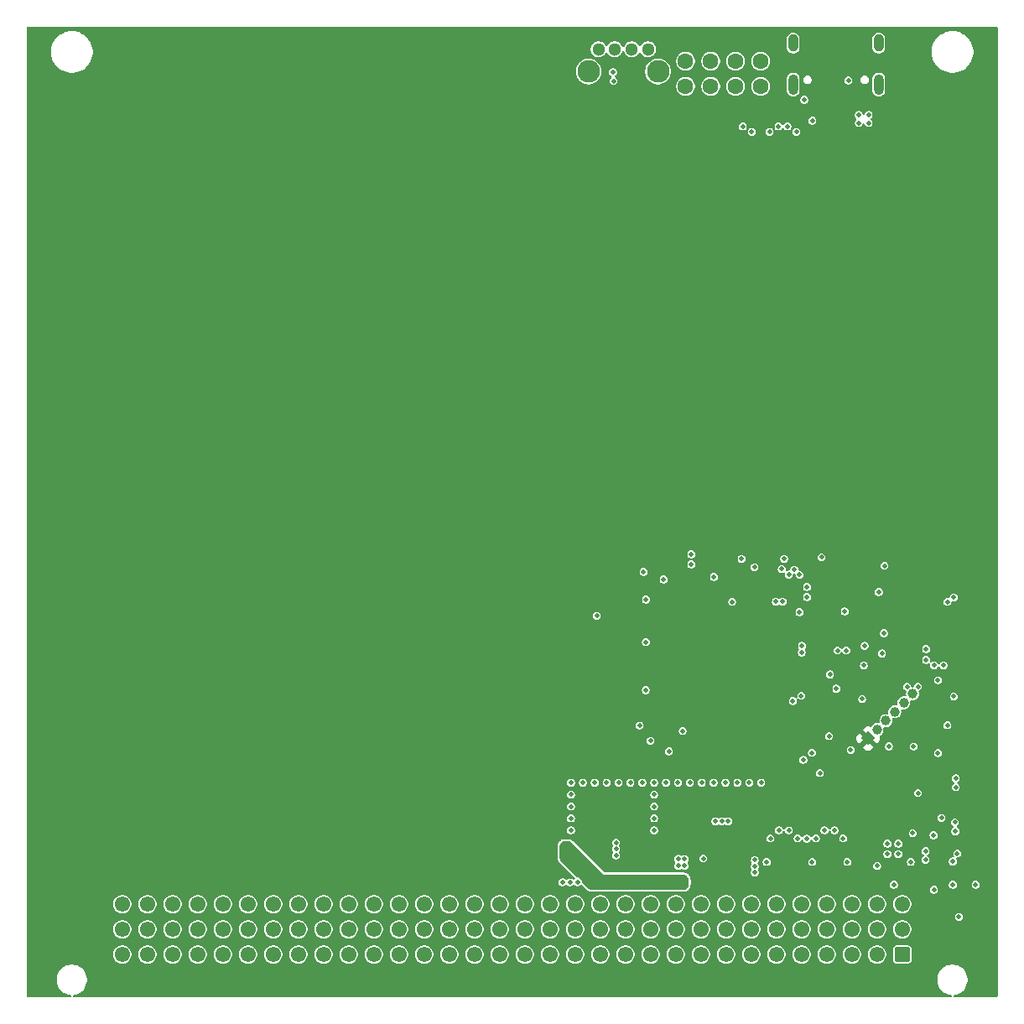
<source format=gbr>
%TF.GenerationSoftware,KiCad,Pcbnew,9.0.4-9.0.4-0~ubuntu24.04.1*%
%TF.CreationDate,2025-09-30T20:52:51+00:00*%
%TF.ProjectId,base-module,62617365-2d6d-46f6-9475-6c652e6b6963,1.1.1*%
%TF.SameCoordinates,Original*%
%TF.FileFunction,Copper,L3,Inr*%
%TF.FilePolarity,Positive*%
%FSLAX46Y46*%
G04 Gerber Fmt 4.6, Leading zero omitted, Abs format (unit mm)*
G04 Created by KiCad (PCBNEW 9.0.4-9.0.4-0~ubuntu24.04.1) date 2025-09-30 20:52:51*
%MOMM*%
%LPD*%
G01*
G04 APERTURE LIST*
G04 Aperture macros list*
%AMRoundRect*
0 Rectangle with rounded corners*
0 $1 Rounding radius*
0 $2 $3 $4 $5 $6 $7 $8 $9 X,Y pos of 4 corners*
0 Add a 4 corners polygon primitive as box body*
4,1,4,$2,$3,$4,$5,$6,$7,$8,$9,$2,$3,0*
0 Add four circle primitives for the rounded corners*
1,1,$1+$1,$2,$3*
1,1,$1+$1,$4,$5*
1,1,$1+$1,$6,$7*
1,1,$1+$1,$8,$9*
0 Add four rect primitives between the rounded corners*
20,1,$1+$1,$2,$3,$4,$5,0*
20,1,$1+$1,$4,$5,$6,$7,0*
20,1,$1+$1,$6,$7,$8,$9,0*
20,1,$1+$1,$8,$9,$2,$3,0*%
%AMRotRect*
0 Rectangle, with rotation*
0 The origin of the aperture is its center*
0 $1 length*
0 $2 width*
0 $3 Rotation angle, in degrees counterclockwise*
0 Add horizontal line*
21,1,$1,$2,0,0,$3*%
G04 Aperture macros list end*
%TA.AperFunction,ComponentPad*%
%ADD10C,1.600000*%
%TD*%
%TA.AperFunction,ComponentPad*%
%ADD11C,1.300000*%
%TD*%
%TA.AperFunction,ComponentPad*%
%ADD12C,2.286000*%
%TD*%
%TA.AperFunction,ComponentPad*%
%ADD13O,1.000000X2.100000*%
%TD*%
%TA.AperFunction,ComponentPad*%
%ADD14O,1.000000X1.800000*%
%TD*%
%TA.AperFunction,ComponentPad*%
%ADD15RoundRect,0.249999X0.525001X0.525001X-0.525001X0.525001X-0.525001X-0.525001X0.525001X-0.525001X0*%
%TD*%
%TA.AperFunction,ComponentPad*%
%ADD16C,1.550000*%
%TD*%
%TA.AperFunction,ComponentPad*%
%ADD17RotRect,1.000000X1.000000X315.000000*%
%TD*%
%TA.AperFunction,ComponentPad*%
%ADD18C,1.000000*%
%TD*%
%TA.AperFunction,ViaPad*%
%ADD19C,0.500000*%
%TD*%
G04 APERTURE END LIST*
D10*
%TO.N,Net-(LED300-Pad1)*%
%TO.C,LED300*%
X106863600Y-55785000D03*
%TO.N,GND*%
X109403600Y-55785000D03*
%TO.N,Net-(LED300-Pad3)*%
X106863600Y-58325000D03*
%TO.N,GND*%
X109403600Y-58325000D03*
%TD*%
D11*
%TO.N,GND*%
%TO.C,BTN400*%
X103079415Y-54584163D03*
X101449415Y-54584163D03*
%TO.N,/MCU/SWD.~{RST}*%
X99709415Y-54584163D03*
%TO.N,/MCU/USR_BUTTON*%
X98079415Y-54584163D03*
D12*
%TO.N,N/C*%
X104079415Y-56834163D03*
X97079415Y-56834163D03*
%TD*%
D13*
%TO.N,Net-(J800-SHIELD)*%
%TO.C,J800*%
X126370000Y-58140000D03*
D14*
X126370000Y-53960000D03*
D13*
X117730000Y-58140000D03*
D14*
X117730000Y-53960000D03*
%TD*%
D15*
%TO.N,GND*%
%TO.C,J200*%
X128740000Y-145975000D03*
D16*
%TO.N,/Backplane/BACKPLANE.D+*%
X126200000Y-145975000D03*
%TO.N,+5V_STDBY*%
X123660000Y-145975000D03*
%TO.N,GND*%
X121120000Y-145975000D03*
%TO.N,/Backplane/CAN1.+*%
X118580000Y-145975000D03*
%TO.N,/Backplane/CAN1.-*%
X116040000Y-145975000D03*
%TO.N,GND*%
X113500000Y-145975000D03*
%TO.N,/Backplane/CAN2.+*%
X110960000Y-145975000D03*
%TO.N,/Backplane/CAN2.-*%
X108420000Y-145975000D03*
%TO.N,GND*%
X105880000Y-145975000D03*
%TO.N,+12V*%
X103340000Y-145975000D03*
X100800000Y-145975000D03*
%TO.N,GND*%
X98260000Y-145975000D03*
%TO.N,+24V*%
X95720000Y-145975000D03*
%TO.N,GND*%
X93180000Y-145975000D03*
%TO.N,/Backplane/GPIOL0*%
X90640000Y-145975000D03*
%TO.N,/Backplane/GPIOL1*%
X88100000Y-145975000D03*
%TO.N,/Backplane/GPIOL2*%
X85560000Y-145975000D03*
%TO.N,/Backplane/GPIOL3*%
X83020000Y-145975000D03*
%TO.N,/Backplane/GPIOL4*%
X80480000Y-145975000D03*
%TO.N,/Backplane/GPIOL5*%
X77940000Y-145975000D03*
%TO.N,/Backplane/GPIOL6*%
X75400000Y-145975000D03*
%TO.N,/Backplane/GPIOL7*%
X72860000Y-145975000D03*
%TO.N,/Backplane/GPIOL8*%
X70320000Y-145975000D03*
%TO.N,/Backplane/GPIOL9*%
X67780000Y-145975000D03*
%TO.N,/Backplane/GPIOL10*%
X65240000Y-145975000D03*
%TO.N,/Backplane/GPIOL11*%
X62700000Y-145975000D03*
%TO.N,/Backplane/GPIOL12*%
X60160000Y-145975000D03*
%TO.N,/Backplane/GPIOL13*%
X57620000Y-145975000D03*
%TO.N,/Backplane/GPIOL14*%
X55080000Y-145975000D03*
%TO.N,/Backplane/GPIOL15*%
X52540000Y-145975000D03*
%TO.N,GND*%
X50000000Y-145975000D03*
X128740000Y-143435000D03*
X126200000Y-143435000D03*
%TO.N,+5V_STDBY*%
X123660000Y-143435000D03*
%TO.N,GND*%
X121120000Y-143435000D03*
%TO.N,/Backplane/CAN1.+*%
X118580000Y-143435000D03*
%TO.N,/Backplane/CAN1.-*%
X116040000Y-143435000D03*
%TO.N,GND*%
X113500000Y-143435000D03*
%TO.N,/Backplane/CAN2.+*%
X110960000Y-143435000D03*
%TO.N,/Backplane/CAN2.-*%
X108420000Y-143435000D03*
%TO.N,GND*%
X105880000Y-143435000D03*
%TO.N,+12V*%
X103340000Y-143435000D03*
X100800000Y-143435000D03*
%TO.N,GND*%
X98260000Y-143435000D03*
%TO.N,+24V*%
X95720000Y-143435000D03*
%TO.N,GND*%
X93180000Y-143435000D03*
%TO.N,/Backplane/GPIOC0*%
X90640000Y-143435000D03*
%TO.N,/Backplane/GPIOC1*%
X88100000Y-143435000D03*
%TO.N,/Backplane/GPIOC2*%
X85560000Y-143435000D03*
%TO.N,/Backplane/GPIOC3*%
X83020000Y-143435000D03*
%TO.N,/Backplane/GPIOC4*%
X80480000Y-143435000D03*
%TO.N,/Backplane/GPIOC5*%
X77940000Y-143435000D03*
%TO.N,/Backplane/GPIOC6*%
X75400000Y-143435000D03*
%TO.N,/Backplane/GPIOC7*%
X72860000Y-143435000D03*
%TO.N,/Backplane/GPIOC8*%
X70320000Y-143435000D03*
%TO.N,/Backplane/GPIOC9*%
X67780000Y-143435000D03*
%TO.N,/Backplane/GPIOC10*%
X65240000Y-143435000D03*
%TO.N,/Backplane/GPIOC11*%
X62700000Y-143435000D03*
%TO.N,/Backplane/GPIOC12*%
X60160000Y-143435000D03*
%TO.N,/Backplane/GPIOC13*%
X57620000Y-143435000D03*
%TO.N,/Backplane/GPIOC14*%
X55080000Y-143435000D03*
%TO.N,/Backplane/GPIOC15*%
X52540000Y-143435000D03*
%TO.N,GND*%
X50000000Y-143435000D03*
X128740000Y-140895000D03*
%TO.N,/Backplane/BACKPLANE.D-*%
X126200000Y-140895000D03*
%TO.N,+5V_STDBY*%
X123660000Y-140895000D03*
%TO.N,GND*%
X121120000Y-140895000D03*
%TO.N,/Backplane/CAN1.+*%
X118580000Y-140895000D03*
%TO.N,/Backplane/CAN1.-*%
X116040000Y-140895000D03*
%TO.N,GND*%
X113500000Y-140895000D03*
%TO.N,/Backplane/CAN2.+*%
X110960000Y-140895000D03*
%TO.N,/Backplane/CAN2.-*%
X108420000Y-140895000D03*
%TO.N,GND*%
X105880000Y-140895000D03*
%TO.N,+12V*%
X103340000Y-140895000D03*
X100800000Y-140895000D03*
%TO.N,GND*%
X98260000Y-140895000D03*
%TO.N,+24V*%
X95720000Y-140895000D03*
%TO.N,GND*%
X93180000Y-140895000D03*
%TO.N,/Backplane/GPIOR0*%
X90640000Y-140895000D03*
%TO.N,/Backplane/GPIOR1*%
X88100000Y-140895000D03*
%TO.N,/Backplane/GPIOR2*%
X85560000Y-140895000D03*
%TO.N,/Backplane/GPIOR3*%
X83020000Y-140895000D03*
%TO.N,/Backplane/GPIOR4*%
X80480000Y-140895000D03*
%TO.N,/Backplane/GPIOR5*%
X77940000Y-140895000D03*
%TO.N,/Backplane/GPIOR6*%
X75400000Y-140895000D03*
%TO.N,/Backplane/GPIOR7*%
X72860000Y-140895000D03*
%TO.N,/Backplane/GPIOR8*%
X70320000Y-140895000D03*
%TO.N,/Backplane/GPIOR9*%
X67780000Y-140895000D03*
%TO.N,/Backplane/GPIOR10*%
X65240000Y-140895000D03*
%TO.N,/Backplane/GPIOR11*%
X62700000Y-140895000D03*
%TO.N,/Backplane/GPIOR12*%
X60160000Y-140895000D03*
%TO.N,/Backplane/GPIOR13*%
X57620000Y-140895000D03*
%TO.N,/Backplane/GPIOR14*%
X55080000Y-140895000D03*
%TO.N,/Backplane/GPIOR15*%
X52540000Y-140895000D03*
%TO.N,GND*%
X50000000Y-140895000D03*
%TD*%
D10*
%TO.N,Net-(LED301-Pad1)*%
%TO.C,LED301*%
X111913600Y-55785000D03*
%TO.N,GND*%
X114453600Y-55785000D03*
%TO.N,Net-(LED301-Pad3)*%
X111913600Y-58325000D03*
%TO.N,GND*%
X114453600Y-58325000D03*
%TD*%
D17*
%TO.N,+3V3*%
%TO.C,J3*%
X125295923Y-124154077D03*
D18*
%TO.N,/ST-LINK/DIO*%
X126193949Y-123256051D03*
%TO.N,/ST-LINK/CLK*%
X127091974Y-122358026D03*
%TO.N,/ST-LINK/STLINK-RST*%
X127990000Y-121460000D03*
%TO.N,GND*%
X128888025Y-120561975D03*
%TO.N,/ST-LINK/STLINK-BOOT0*%
X129786051Y-119663949D03*
%TD*%
D19*
%TO.N,+3V3*%
X115300000Y-138075000D03*
X99598400Y-58685001D03*
X131350000Y-125625000D03*
X121325000Y-115325000D03*
X121662040Y-109139790D03*
X104325000Y-124400000D03*
X120590000Y-106765000D03*
X115350000Y-131500000D03*
X132050000Y-135775000D03*
X131800000Y-106175000D03*
X131400000Y-128975000D03*
X133950000Y-118922500D03*
X114650000Y-131500000D03*
X115350000Y-130625000D03*
X107442000Y-107343001D03*
X121350000Y-124927500D03*
X125700000Y-115575000D03*
X131350000Y-118275000D03*
X124000000Y-115300000D03*
X122225000Y-109375000D03*
X115575000Y-107050000D03*
X101700000Y-121825000D03*
X107442000Y-104549001D03*
X119900000Y-138075000D03*
X116025000Y-131500000D03*
X112825000Y-106875000D03*
X119625000Y-124600000D03*
X114450000Y-62375000D03*
X122174000Y-110375000D03*
X102133531Y-111641425D03*
X102624000Y-106327001D03*
%TO.N,GND*%
X99598400Y-57785001D03*
X95300000Y-131025000D03*
X103700000Y-128625000D03*
X129900000Y-124961216D03*
X128350000Y-134775000D03*
X104900000Y-128625000D03*
X109870720Y-132521542D03*
X134470000Y-142162501D03*
X127250000Y-134775000D03*
X116250000Y-62375000D03*
X95300000Y-133425000D03*
X132350000Y-125625000D03*
X113850000Y-136425000D03*
X107442000Y-106581001D03*
X118364000Y-111407001D03*
X102624000Y-107343001D03*
X109700000Y-128625000D03*
X96500000Y-128625000D03*
X130325000Y-129675000D03*
X106100000Y-128625000D03*
X110520720Y-132521542D03*
X108650000Y-136275000D03*
X102850000Y-119275000D03*
X113300000Y-128625000D03*
X103700000Y-132225000D03*
X119126000Y-109883001D03*
X97700000Y-128625000D03*
X115050000Y-136625000D03*
X121350000Y-123927500D03*
X116825000Y-106025000D03*
X119625000Y-125600000D03*
X126375000Y-109375000D03*
X126900000Y-113525000D03*
X131150000Y-116225000D03*
X112525000Y-106025000D03*
X97900000Y-111775000D03*
X113850000Y-137675000D03*
X100100000Y-128625000D03*
X94450000Y-138675000D03*
X116575000Y-107050000D03*
X128350000Y-135825000D03*
X98900000Y-128625000D03*
X118750000Y-126325000D03*
X134150000Y-128175000D03*
X131900000Y-133925000D03*
X126950000Y-106725000D03*
X119100000Y-134275000D03*
X111170720Y-132521542D03*
X107442000Y-105565001D03*
X103700000Y-133425000D03*
X122200000Y-115275000D03*
X103700000Y-131025000D03*
X117150000Y-62375000D03*
X131150000Y-115125000D03*
X119670000Y-61785001D03*
X133300000Y-122825000D03*
X118050000Y-62925000D03*
X108500000Y-128625000D03*
X133950000Y-119922500D03*
X134100000Y-133525000D03*
X134300000Y-135775000D03*
X109728000Y-107851001D03*
X112100000Y-128625000D03*
X113825000Y-106875000D03*
X119126000Y-108867001D03*
X121900000Y-133425000D03*
X114500000Y-128625000D03*
X118850000Y-59675000D03*
X102868898Y-114435000D03*
X103325000Y-124400000D03*
X102870000Y-110137001D03*
X104648000Y-108105001D03*
X117300000Y-133425000D03*
X120590000Y-105865000D03*
X129800000Y-133725000D03*
X95953492Y-138663288D03*
X127250000Y-135825000D03*
X131100000Y-136425000D03*
X110900000Y-128625000D03*
X101300000Y-128625000D03*
X99850000Y-134671508D03*
X102500000Y-128625000D03*
X95300000Y-132225000D03*
X107300000Y-128625000D03*
X95200000Y-138675000D03*
X99850000Y-135971508D03*
X95300000Y-129825000D03*
X136150000Y-138925000D03*
X102225000Y-122850000D03*
X126700000Y-115575000D03*
X123200000Y-136625000D03*
X131950000Y-139425000D03*
X113850000Y-137075000D03*
X125350000Y-62025000D03*
X125350000Y-61225000D03*
X123550000Y-125325000D03*
X132700000Y-132175000D03*
X122936000Y-111325000D03*
X99850000Y-135321508D03*
X123100000Y-115275000D03*
X103700000Y-129825000D03*
X95300000Y-128625000D03*
X132350000Y-118275000D03*
X119650000Y-136625000D03*
%TO.N,+5V*%
X106125000Y-137025000D03*
X134150000Y-129075000D03*
X116300000Y-133425000D03*
X106775000Y-136325000D03*
X133300000Y-110375000D03*
X131100000Y-135525001D03*
X106775000Y-137025000D03*
X126200000Y-137025000D03*
X106125000Y-136325000D03*
X120900000Y-133425000D03*
%TO.N,/ST-LINK/LED*%
X124950000Y-114800000D03*
X127400000Y-124950000D03*
%TO.N,+12V_FUSED*%
X94451270Y-135361059D03*
X133950000Y-109925000D03*
X106125000Y-139025000D03*
X106125000Y-138325000D03*
X106775000Y-138325000D03*
X95375000Y-135375000D03*
X106775000Y-139025000D03*
X94950000Y-134875000D03*
%TO.N,/USB/VBUS_IN*%
X124350000Y-61225000D03*
X134050000Y-132625000D03*
%TO.N,/MCU/USR_BUTTON*%
X115975000Y-110350000D03*
X99538600Y-56899202D03*
%TO.N,/MCU/SWD.~{RST}*%
X111575001Y-110375000D03*
X121450000Y-117690000D03*
X118377238Y-107645000D03*
%TO.N,Net-(U302-PGANG)*%
X129600000Y-136625000D03*
X127900000Y-138925000D03*
%TO.N,Net-(U700-PA5)*%
X124700000Y-120175000D03*
X120425000Y-127650000D03*
%TO.N,Net-(U700-PC13)*%
X130330000Y-118920000D03*
X132900000Y-116775000D03*
%TO.N,Net-(U700-PC14)*%
X129225000Y-118925000D03*
X131950000Y-116775000D03*
%TO.N,/CAN transceiver 1/CAN.TX*%
X122775000Y-134250000D03*
X118550000Y-119850000D03*
%TO.N,/CAN transceiver 1/CAN.RX*%
X117700000Y-120375000D03*
X120025000Y-134250000D03*
%TO.N,/CAN transceiver 2/CAN.TX*%
X118175000Y-134250000D03*
X106575000Y-123400000D03*
%TO.N,/CAN transceiver 2/CAN.RX*%
X105189838Y-125458838D03*
X115425000Y-134250000D03*
%TO.N,/USB/CC1*%
X123300000Y-57725000D03*
X124350000Y-62025000D03*
%TO.N,Net-(U801-~{OE})*%
X133850000Y-136575000D03*
X133850000Y-138925000D03*
%TO.N,/MCU/USER_LED_1*%
X113550000Y-62925000D03*
X117850000Y-107125000D03*
%TO.N,/MCU/USER_LED_2*%
X117300000Y-107625000D03*
X112650000Y-62375000D03*
%TO.N,/MCU/STATUS_LED*%
X115350000Y-62925000D03*
X116675000Y-110350000D03*
%TO.N,/MCU/MCU_UART.RX*%
X124860000Y-116780000D03*
X118595207Y-115469530D03*
%TO.N,/MCU/MCU_UART.TX*%
X122090000Y-119130000D03*
X118620000Y-114820000D03*
%TD*%
%TA.AperFunction,Conductor*%
%TO.N,+12V_FUSED*%
G36*
X95050952Y-134526061D02*
G01*
X95156116Y-134539906D01*
X95187383Y-134548284D01*
X95277808Y-134585739D01*
X95305842Y-134601924D01*
X95390003Y-134666503D01*
X95402198Y-134677198D01*
X98625000Y-137900000D01*
X106666874Y-137900000D01*
X106683059Y-137901061D01*
X106788223Y-137914906D01*
X106819491Y-137923284D01*
X106909918Y-137960740D01*
X106937952Y-137976925D01*
X107015602Y-138036509D01*
X107038491Y-138059398D01*
X107098074Y-138137048D01*
X107114259Y-138165081D01*
X107151715Y-138255508D01*
X107160093Y-138286775D01*
X107170656Y-138367005D01*
X107173245Y-138386672D01*
X107173939Y-138391939D01*
X107175000Y-138408125D01*
X107175000Y-138916874D01*
X107173939Y-138933060D01*
X107160093Y-139038224D01*
X107151715Y-139069491D01*
X107114259Y-139159918D01*
X107098074Y-139187951D01*
X107038491Y-139265601D01*
X107015601Y-139288491D01*
X106937951Y-139348074D01*
X106909918Y-139364259D01*
X106819491Y-139401715D01*
X106788224Y-139410093D01*
X106694398Y-139422446D01*
X106683058Y-139423939D01*
X106666874Y-139425000D01*
X97390233Y-139425000D01*
X97374048Y-139423939D01*
X97361024Y-139422224D01*
X97268882Y-139410093D01*
X97237616Y-139401715D01*
X97147191Y-139364260D01*
X97119157Y-139348075D01*
X97034996Y-139283496D01*
X97022801Y-139272801D01*
X96440311Y-138690311D01*
X96406826Y-138628988D01*
X96404783Y-138609995D01*
X96403992Y-138603982D01*
X96403992Y-138603979D01*
X96373291Y-138489402D01*
X96313981Y-138386675D01*
X96230105Y-138302799D01*
X96127378Y-138243489D01*
X96012801Y-138212788D01*
X96012797Y-138212787D01*
X96004741Y-138211727D01*
X96004956Y-138210088D01*
X95947111Y-138193103D01*
X95926469Y-138176469D01*
X94302198Y-136552198D01*
X94291503Y-136540003D01*
X94226924Y-136455842D01*
X94210739Y-136427808D01*
X94173284Y-136337383D01*
X94164906Y-136306116D01*
X94151061Y-136200952D01*
X94150000Y-136184767D01*
X94150000Y-135033125D01*
X94151061Y-135016940D01*
X94164906Y-134911776D01*
X94173284Y-134880508D01*
X94210740Y-134790081D01*
X94226923Y-134762050D01*
X94286513Y-134684392D01*
X94309392Y-134661513D01*
X94387050Y-134601923D01*
X94415079Y-134585740D01*
X94505509Y-134548283D01*
X94536775Y-134539906D01*
X94641941Y-134526061D01*
X94658126Y-134525000D01*
X95034767Y-134525000D01*
X95050952Y-134526061D01*
G37*
%TD.AperFunction*%
%TD*%
%TA.AperFunction,Conductor*%
%TO.N,+3V3*%
G36*
X138313039Y-52304685D02*
G01*
X138358794Y-52357489D01*
X138370000Y-52409000D01*
X138370000Y-150151000D01*
X138350315Y-150218039D01*
X138297511Y-150263794D01*
X138246000Y-150275000D01*
X134035051Y-150275000D01*
X133968012Y-150255315D01*
X133922257Y-150202511D01*
X133912313Y-150133353D01*
X133941338Y-150069797D01*
X134000116Y-150032023D01*
X134015653Y-150028527D01*
X134177222Y-150002937D01*
X134405589Y-149928736D01*
X134619536Y-149819724D01*
X134813796Y-149678586D01*
X134983586Y-149508796D01*
X135124724Y-149314536D01*
X135233736Y-149100589D01*
X135307937Y-148872222D01*
X135345500Y-148635059D01*
X135345500Y-148394941D01*
X135307937Y-148157778D01*
X135233736Y-147929411D01*
X135233734Y-147929408D01*
X135233734Y-147929406D01*
X135124723Y-147715463D01*
X134983586Y-147521204D01*
X134813796Y-147351414D01*
X134619536Y-147210276D01*
X134405593Y-147101265D01*
X134177222Y-147027063D01*
X133940059Y-146989500D01*
X133699941Y-146989500D01*
X133581359Y-147008281D01*
X133462777Y-147027063D01*
X133234406Y-147101265D01*
X133020463Y-147210276D01*
X132826201Y-147351416D01*
X132656416Y-147521201D01*
X132515276Y-147715463D01*
X132406265Y-147929406D01*
X132332063Y-148157777D01*
X132294500Y-148394941D01*
X132294500Y-148635058D01*
X132332063Y-148872222D01*
X132406265Y-149100593D01*
X132515276Y-149314536D01*
X132656414Y-149508796D01*
X132826204Y-149678586D01*
X133020464Y-149819724D01*
X133121543Y-149871226D01*
X133234406Y-149928734D01*
X133234408Y-149928734D01*
X133234411Y-149928736D01*
X133462778Y-150002937D01*
X133624347Y-150028527D01*
X133687482Y-150058456D01*
X133724413Y-150117768D01*
X133723415Y-150187630D01*
X133684805Y-150245863D01*
X133620842Y-150273977D01*
X133604949Y-150275000D01*
X45135051Y-150275000D01*
X45068012Y-150255315D01*
X45022257Y-150202511D01*
X45012313Y-150133353D01*
X45041338Y-150069797D01*
X45100116Y-150032023D01*
X45115653Y-150028527D01*
X45277222Y-150002937D01*
X45505589Y-149928736D01*
X45719536Y-149819724D01*
X45913796Y-149678586D01*
X46083586Y-149508796D01*
X46224724Y-149314536D01*
X46333736Y-149100589D01*
X46407937Y-148872222D01*
X46445500Y-148635059D01*
X46445500Y-148394941D01*
X46407937Y-148157778D01*
X46333736Y-147929411D01*
X46333734Y-147929408D01*
X46333734Y-147929406D01*
X46224723Y-147715463D01*
X46083586Y-147521204D01*
X45913796Y-147351414D01*
X45719536Y-147210276D01*
X45505593Y-147101265D01*
X45277222Y-147027063D01*
X45040059Y-146989500D01*
X44799941Y-146989500D01*
X44681359Y-147008281D01*
X44562777Y-147027063D01*
X44334406Y-147101265D01*
X44120463Y-147210276D01*
X43926201Y-147351416D01*
X43756416Y-147521201D01*
X43615276Y-147715463D01*
X43506265Y-147929406D01*
X43432063Y-148157777D01*
X43394500Y-148394941D01*
X43394500Y-148635058D01*
X43432063Y-148872222D01*
X43506265Y-149100593D01*
X43615276Y-149314536D01*
X43756414Y-149508796D01*
X43926204Y-149678586D01*
X44120464Y-149819724D01*
X44221543Y-149871226D01*
X44334406Y-149928734D01*
X44334408Y-149928734D01*
X44334411Y-149928736D01*
X44562778Y-150002937D01*
X44724347Y-150028527D01*
X44787482Y-150058456D01*
X44824413Y-150117768D01*
X44823415Y-150187630D01*
X44784805Y-150245863D01*
X44720842Y-150273977D01*
X44704949Y-150275000D01*
X40494000Y-150275000D01*
X40426961Y-150255315D01*
X40381206Y-150202511D01*
X40370000Y-150151000D01*
X40370000Y-146066156D01*
X49074499Y-146066156D01*
X49110065Y-146244952D01*
X49110068Y-146244962D01*
X49179831Y-146413387D01*
X49179833Y-146413391D01*
X49281113Y-146564967D01*
X49281119Y-146564975D01*
X49410024Y-146693880D01*
X49410032Y-146693886D01*
X49561608Y-146795166D01*
X49561612Y-146795168D01*
X49730037Y-146864931D01*
X49730042Y-146864933D01*
X49730046Y-146864933D01*
X49730047Y-146864934D01*
X49908843Y-146900500D01*
X49908846Y-146900500D01*
X50091156Y-146900500D01*
X50211445Y-146876572D01*
X50269958Y-146864933D01*
X50438389Y-146795167D01*
X50438391Y-146795166D01*
X50523425Y-146738348D01*
X50589972Y-146693883D01*
X50718883Y-146564972D01*
X50820167Y-146413389D01*
X50889933Y-146244958D01*
X50925500Y-146066156D01*
X51614499Y-146066156D01*
X51650065Y-146244952D01*
X51650068Y-146244962D01*
X51719831Y-146413387D01*
X51719833Y-146413391D01*
X51821113Y-146564967D01*
X51821119Y-146564975D01*
X51950024Y-146693880D01*
X51950032Y-146693886D01*
X52101608Y-146795166D01*
X52101612Y-146795168D01*
X52270037Y-146864931D01*
X52270042Y-146864933D01*
X52270046Y-146864933D01*
X52270047Y-146864934D01*
X52448843Y-146900500D01*
X52448846Y-146900500D01*
X52631156Y-146900500D01*
X52751445Y-146876572D01*
X52809958Y-146864933D01*
X52978389Y-146795167D01*
X52978391Y-146795166D01*
X53063425Y-146738348D01*
X53129972Y-146693883D01*
X53258883Y-146564972D01*
X53360167Y-146413389D01*
X53429933Y-146244958D01*
X53465500Y-146066156D01*
X54154499Y-146066156D01*
X54190065Y-146244952D01*
X54190068Y-146244962D01*
X54259831Y-146413387D01*
X54259833Y-146413391D01*
X54361113Y-146564967D01*
X54361119Y-146564975D01*
X54490024Y-146693880D01*
X54490032Y-146693886D01*
X54641608Y-146795166D01*
X54641612Y-146795168D01*
X54810037Y-146864931D01*
X54810042Y-146864933D01*
X54810046Y-146864933D01*
X54810047Y-146864934D01*
X54988843Y-146900500D01*
X54988846Y-146900500D01*
X55171156Y-146900500D01*
X55291445Y-146876572D01*
X55349958Y-146864933D01*
X55518389Y-146795167D01*
X55518391Y-146795166D01*
X55603425Y-146738348D01*
X55669972Y-146693883D01*
X55798883Y-146564972D01*
X55900167Y-146413389D01*
X55969933Y-146244958D01*
X56005500Y-146066156D01*
X56694499Y-146066156D01*
X56730065Y-146244952D01*
X56730068Y-146244962D01*
X56799831Y-146413387D01*
X56799833Y-146413391D01*
X56901113Y-146564967D01*
X56901119Y-146564975D01*
X57030024Y-146693880D01*
X57030032Y-146693886D01*
X57181608Y-146795166D01*
X57181612Y-146795168D01*
X57350037Y-146864931D01*
X57350042Y-146864933D01*
X57350046Y-146864933D01*
X57350047Y-146864934D01*
X57528843Y-146900500D01*
X57528846Y-146900500D01*
X57711156Y-146900500D01*
X57831445Y-146876572D01*
X57889958Y-146864933D01*
X58058389Y-146795167D01*
X58058391Y-146795166D01*
X58143425Y-146738348D01*
X58209972Y-146693883D01*
X58338883Y-146564972D01*
X58440167Y-146413389D01*
X58509933Y-146244958D01*
X58545500Y-146066156D01*
X59234499Y-146066156D01*
X59270065Y-146244952D01*
X59270068Y-146244962D01*
X59339831Y-146413387D01*
X59339833Y-146413391D01*
X59441113Y-146564967D01*
X59441119Y-146564975D01*
X59570024Y-146693880D01*
X59570032Y-146693886D01*
X59721608Y-146795166D01*
X59721612Y-146795168D01*
X59890037Y-146864931D01*
X59890042Y-146864933D01*
X59890046Y-146864933D01*
X59890047Y-146864934D01*
X60068843Y-146900500D01*
X60068846Y-146900500D01*
X60251156Y-146900500D01*
X60371445Y-146876572D01*
X60429958Y-146864933D01*
X60598389Y-146795167D01*
X60598391Y-146795166D01*
X60683425Y-146738348D01*
X60749972Y-146693883D01*
X60878883Y-146564972D01*
X60980167Y-146413389D01*
X61049933Y-146244958D01*
X61085500Y-146066156D01*
X61774499Y-146066156D01*
X61810065Y-146244952D01*
X61810068Y-146244962D01*
X61879831Y-146413387D01*
X61879833Y-146413391D01*
X61981113Y-146564967D01*
X61981119Y-146564975D01*
X62110024Y-146693880D01*
X62110032Y-146693886D01*
X62261608Y-146795166D01*
X62261612Y-146795168D01*
X62430037Y-146864931D01*
X62430042Y-146864933D01*
X62430046Y-146864933D01*
X62430047Y-146864934D01*
X62608843Y-146900500D01*
X62608846Y-146900500D01*
X62791156Y-146900500D01*
X62911445Y-146876572D01*
X62969958Y-146864933D01*
X63138389Y-146795167D01*
X63138391Y-146795166D01*
X63223425Y-146738348D01*
X63289972Y-146693883D01*
X63418883Y-146564972D01*
X63520167Y-146413389D01*
X63589933Y-146244958D01*
X63625500Y-146066156D01*
X64314499Y-146066156D01*
X64350065Y-146244952D01*
X64350068Y-146244962D01*
X64419831Y-146413387D01*
X64419833Y-146413391D01*
X64521113Y-146564967D01*
X64521119Y-146564975D01*
X64650024Y-146693880D01*
X64650032Y-146693886D01*
X64801608Y-146795166D01*
X64801612Y-146795168D01*
X64970037Y-146864931D01*
X64970042Y-146864933D01*
X64970046Y-146864933D01*
X64970047Y-146864934D01*
X65148843Y-146900500D01*
X65148846Y-146900500D01*
X65331156Y-146900500D01*
X65451445Y-146876572D01*
X65509958Y-146864933D01*
X65678389Y-146795167D01*
X65678391Y-146795166D01*
X65763425Y-146738348D01*
X65829972Y-146693883D01*
X65958883Y-146564972D01*
X66060167Y-146413389D01*
X66129933Y-146244958D01*
X66165500Y-146066156D01*
X66854499Y-146066156D01*
X66890065Y-146244952D01*
X66890068Y-146244962D01*
X66959831Y-146413387D01*
X66959833Y-146413391D01*
X67061113Y-146564967D01*
X67061119Y-146564975D01*
X67190024Y-146693880D01*
X67190032Y-146693886D01*
X67341608Y-146795166D01*
X67341612Y-146795168D01*
X67510037Y-146864931D01*
X67510042Y-146864933D01*
X67510046Y-146864933D01*
X67510047Y-146864934D01*
X67688843Y-146900500D01*
X67688846Y-146900500D01*
X67871156Y-146900500D01*
X67991445Y-146876572D01*
X68049958Y-146864933D01*
X68218389Y-146795167D01*
X68218391Y-146795166D01*
X68303425Y-146738348D01*
X68369972Y-146693883D01*
X68498883Y-146564972D01*
X68600167Y-146413389D01*
X68669933Y-146244958D01*
X68705500Y-146066156D01*
X69394499Y-146066156D01*
X69430065Y-146244952D01*
X69430068Y-146244962D01*
X69499831Y-146413387D01*
X69499833Y-146413391D01*
X69601113Y-146564967D01*
X69601119Y-146564975D01*
X69730024Y-146693880D01*
X69730032Y-146693886D01*
X69881608Y-146795166D01*
X69881612Y-146795168D01*
X70050037Y-146864931D01*
X70050042Y-146864933D01*
X70050046Y-146864933D01*
X70050047Y-146864934D01*
X70228843Y-146900500D01*
X70228846Y-146900500D01*
X70411156Y-146900500D01*
X70531445Y-146876572D01*
X70589958Y-146864933D01*
X70758389Y-146795167D01*
X70758391Y-146795166D01*
X70843425Y-146738348D01*
X70909972Y-146693883D01*
X71038883Y-146564972D01*
X71140167Y-146413389D01*
X71209933Y-146244958D01*
X71245500Y-146066156D01*
X71934499Y-146066156D01*
X71970065Y-146244952D01*
X71970068Y-146244962D01*
X72039831Y-146413387D01*
X72039833Y-146413391D01*
X72141113Y-146564967D01*
X72141119Y-146564975D01*
X72270024Y-146693880D01*
X72270032Y-146693886D01*
X72421608Y-146795166D01*
X72421612Y-146795168D01*
X72590037Y-146864931D01*
X72590042Y-146864933D01*
X72590046Y-146864933D01*
X72590047Y-146864934D01*
X72768843Y-146900500D01*
X72768846Y-146900500D01*
X72951156Y-146900500D01*
X73071445Y-146876572D01*
X73129958Y-146864933D01*
X73298389Y-146795167D01*
X73298391Y-146795166D01*
X73383425Y-146738348D01*
X73449972Y-146693883D01*
X73578883Y-146564972D01*
X73680167Y-146413389D01*
X73749933Y-146244958D01*
X73785500Y-146066156D01*
X74474499Y-146066156D01*
X74510065Y-146244952D01*
X74510068Y-146244962D01*
X74579831Y-146413387D01*
X74579833Y-146413391D01*
X74681113Y-146564967D01*
X74681119Y-146564975D01*
X74810024Y-146693880D01*
X74810032Y-146693886D01*
X74961608Y-146795166D01*
X74961612Y-146795168D01*
X75130037Y-146864931D01*
X75130042Y-146864933D01*
X75130046Y-146864933D01*
X75130047Y-146864934D01*
X75308843Y-146900500D01*
X75308846Y-146900500D01*
X75491156Y-146900500D01*
X75611445Y-146876572D01*
X75669958Y-146864933D01*
X75838389Y-146795167D01*
X75838391Y-146795166D01*
X75923425Y-146738348D01*
X75989972Y-146693883D01*
X76118883Y-146564972D01*
X76220167Y-146413389D01*
X76289933Y-146244958D01*
X76325500Y-146066156D01*
X77014499Y-146066156D01*
X77050065Y-146244952D01*
X77050068Y-146244962D01*
X77119831Y-146413387D01*
X77119833Y-146413391D01*
X77221113Y-146564967D01*
X77221119Y-146564975D01*
X77350024Y-146693880D01*
X77350032Y-146693886D01*
X77501608Y-146795166D01*
X77501612Y-146795168D01*
X77670037Y-146864931D01*
X77670042Y-146864933D01*
X77670046Y-146864933D01*
X77670047Y-146864934D01*
X77848843Y-146900500D01*
X77848846Y-146900500D01*
X78031156Y-146900500D01*
X78151445Y-146876572D01*
X78209958Y-146864933D01*
X78378389Y-146795167D01*
X78378391Y-146795166D01*
X78463425Y-146738348D01*
X78529972Y-146693883D01*
X78658883Y-146564972D01*
X78760167Y-146413389D01*
X78829933Y-146244958D01*
X78865500Y-146066156D01*
X79554499Y-146066156D01*
X79590065Y-146244952D01*
X79590068Y-146244962D01*
X79659831Y-146413387D01*
X79659833Y-146413391D01*
X79761113Y-146564967D01*
X79761119Y-146564975D01*
X79890024Y-146693880D01*
X79890032Y-146693886D01*
X80041608Y-146795166D01*
X80041612Y-146795168D01*
X80210037Y-146864931D01*
X80210042Y-146864933D01*
X80210046Y-146864933D01*
X80210047Y-146864934D01*
X80388843Y-146900500D01*
X80388846Y-146900500D01*
X80571156Y-146900500D01*
X80691445Y-146876572D01*
X80749958Y-146864933D01*
X80918389Y-146795167D01*
X80918391Y-146795166D01*
X81003425Y-146738348D01*
X81069972Y-146693883D01*
X81198883Y-146564972D01*
X81300167Y-146413389D01*
X81369933Y-146244958D01*
X81405500Y-146066156D01*
X82094499Y-146066156D01*
X82130065Y-146244952D01*
X82130068Y-146244962D01*
X82199831Y-146413387D01*
X82199833Y-146413391D01*
X82301113Y-146564967D01*
X82301119Y-146564975D01*
X82430024Y-146693880D01*
X82430032Y-146693886D01*
X82581608Y-146795166D01*
X82581612Y-146795168D01*
X82750037Y-146864931D01*
X82750042Y-146864933D01*
X82750046Y-146864933D01*
X82750047Y-146864934D01*
X82928843Y-146900500D01*
X82928846Y-146900500D01*
X83111156Y-146900500D01*
X83231445Y-146876572D01*
X83289958Y-146864933D01*
X83458389Y-146795167D01*
X83458391Y-146795166D01*
X83543425Y-146738348D01*
X83609972Y-146693883D01*
X83738883Y-146564972D01*
X83840167Y-146413389D01*
X83909933Y-146244958D01*
X83945500Y-146066156D01*
X84634499Y-146066156D01*
X84670065Y-146244952D01*
X84670068Y-146244962D01*
X84739831Y-146413387D01*
X84739833Y-146413391D01*
X84841113Y-146564967D01*
X84841119Y-146564975D01*
X84970024Y-146693880D01*
X84970032Y-146693886D01*
X85121608Y-146795166D01*
X85121612Y-146795168D01*
X85290037Y-146864931D01*
X85290042Y-146864933D01*
X85290046Y-146864933D01*
X85290047Y-146864934D01*
X85468843Y-146900500D01*
X85468846Y-146900500D01*
X85651156Y-146900500D01*
X85771445Y-146876572D01*
X85829958Y-146864933D01*
X85998389Y-146795167D01*
X85998391Y-146795166D01*
X86083425Y-146738348D01*
X86149972Y-146693883D01*
X86278883Y-146564972D01*
X86380167Y-146413389D01*
X86449933Y-146244958D01*
X86485500Y-146066156D01*
X87174499Y-146066156D01*
X87210065Y-146244952D01*
X87210068Y-146244962D01*
X87279831Y-146413387D01*
X87279833Y-146413391D01*
X87381113Y-146564967D01*
X87381119Y-146564975D01*
X87510024Y-146693880D01*
X87510032Y-146693886D01*
X87661608Y-146795166D01*
X87661612Y-146795168D01*
X87830037Y-146864931D01*
X87830042Y-146864933D01*
X87830046Y-146864933D01*
X87830047Y-146864934D01*
X88008843Y-146900500D01*
X88008846Y-146900500D01*
X88191156Y-146900500D01*
X88311445Y-146876572D01*
X88369958Y-146864933D01*
X88538389Y-146795167D01*
X88538391Y-146795166D01*
X88623425Y-146738348D01*
X88689972Y-146693883D01*
X88818883Y-146564972D01*
X88920167Y-146413389D01*
X88989933Y-146244958D01*
X89025500Y-146066156D01*
X89714499Y-146066156D01*
X89750065Y-146244952D01*
X89750068Y-146244962D01*
X89819831Y-146413387D01*
X89819833Y-146413391D01*
X89921113Y-146564967D01*
X89921119Y-146564975D01*
X90050024Y-146693880D01*
X90050032Y-146693886D01*
X90201608Y-146795166D01*
X90201612Y-146795168D01*
X90370037Y-146864931D01*
X90370042Y-146864933D01*
X90370046Y-146864933D01*
X90370047Y-146864934D01*
X90548843Y-146900500D01*
X90548846Y-146900500D01*
X90731156Y-146900500D01*
X90851445Y-146876572D01*
X90909958Y-146864933D01*
X91078389Y-146795167D01*
X91078391Y-146795166D01*
X91163425Y-146738348D01*
X91229972Y-146693883D01*
X91358883Y-146564972D01*
X91460167Y-146413389D01*
X91529933Y-146244958D01*
X91565500Y-146066156D01*
X92254499Y-146066156D01*
X92290065Y-146244952D01*
X92290068Y-146244962D01*
X92359831Y-146413387D01*
X92359833Y-146413391D01*
X92461113Y-146564967D01*
X92461119Y-146564975D01*
X92590024Y-146693880D01*
X92590032Y-146693886D01*
X92741608Y-146795166D01*
X92741612Y-146795168D01*
X92910037Y-146864931D01*
X92910042Y-146864933D01*
X92910046Y-146864933D01*
X92910047Y-146864934D01*
X93088843Y-146900500D01*
X93088846Y-146900500D01*
X93271156Y-146900500D01*
X93391445Y-146876572D01*
X93449958Y-146864933D01*
X93618389Y-146795167D01*
X93618391Y-146795166D01*
X93703425Y-146738348D01*
X93769972Y-146693883D01*
X93898883Y-146564972D01*
X94000167Y-146413389D01*
X94069933Y-146244958D01*
X94105500Y-146066156D01*
X94794499Y-146066156D01*
X94830065Y-146244952D01*
X94830068Y-146244962D01*
X94899831Y-146413387D01*
X94899833Y-146413391D01*
X95001113Y-146564967D01*
X95001119Y-146564975D01*
X95130024Y-146693880D01*
X95130032Y-146693886D01*
X95281608Y-146795166D01*
X95281612Y-146795168D01*
X95450037Y-146864931D01*
X95450042Y-146864933D01*
X95450046Y-146864933D01*
X95450047Y-146864934D01*
X95628843Y-146900500D01*
X95628846Y-146900500D01*
X95811156Y-146900500D01*
X95931445Y-146876572D01*
X95989958Y-146864933D01*
X96158389Y-146795167D01*
X96158391Y-146795166D01*
X96243425Y-146738348D01*
X96309972Y-146693883D01*
X96438883Y-146564972D01*
X96540167Y-146413389D01*
X96609933Y-146244958D01*
X96645500Y-146066156D01*
X97334499Y-146066156D01*
X97370065Y-146244952D01*
X97370068Y-146244962D01*
X97439831Y-146413387D01*
X97439833Y-146413391D01*
X97541113Y-146564967D01*
X97541119Y-146564975D01*
X97670024Y-146693880D01*
X97670032Y-146693886D01*
X97821608Y-146795166D01*
X97821612Y-146795168D01*
X97990037Y-146864931D01*
X97990042Y-146864933D01*
X97990046Y-146864933D01*
X97990047Y-146864934D01*
X98168843Y-146900500D01*
X98168846Y-146900500D01*
X98351156Y-146900500D01*
X98471445Y-146876572D01*
X98529958Y-146864933D01*
X98698389Y-146795167D01*
X98698391Y-146795166D01*
X98783425Y-146738348D01*
X98849972Y-146693883D01*
X98978883Y-146564972D01*
X99080167Y-146413389D01*
X99149933Y-146244958D01*
X99185500Y-146066156D01*
X99874499Y-146066156D01*
X99910065Y-146244952D01*
X99910068Y-146244962D01*
X99979831Y-146413387D01*
X99979833Y-146413391D01*
X100081113Y-146564967D01*
X100081119Y-146564975D01*
X100210024Y-146693880D01*
X100210032Y-146693886D01*
X100361608Y-146795166D01*
X100361612Y-146795168D01*
X100530037Y-146864931D01*
X100530042Y-146864933D01*
X100530046Y-146864933D01*
X100530047Y-146864934D01*
X100708843Y-146900500D01*
X100708846Y-146900500D01*
X100891156Y-146900500D01*
X101011445Y-146876572D01*
X101069958Y-146864933D01*
X101238389Y-146795167D01*
X101238391Y-146795166D01*
X101323425Y-146738348D01*
X101389972Y-146693883D01*
X101518883Y-146564972D01*
X101620167Y-146413389D01*
X101689933Y-146244958D01*
X101725500Y-146066156D01*
X102414499Y-146066156D01*
X102450065Y-146244952D01*
X102450068Y-146244962D01*
X102519831Y-146413387D01*
X102519833Y-146413391D01*
X102621113Y-146564967D01*
X102621119Y-146564975D01*
X102750024Y-146693880D01*
X102750032Y-146693886D01*
X102901608Y-146795166D01*
X102901612Y-146795168D01*
X103070037Y-146864931D01*
X103070042Y-146864933D01*
X103070046Y-146864933D01*
X103070047Y-146864934D01*
X103248843Y-146900500D01*
X103248846Y-146900500D01*
X103431156Y-146900500D01*
X103551445Y-146876572D01*
X103609958Y-146864933D01*
X103778389Y-146795167D01*
X103778391Y-146795166D01*
X103863425Y-146738348D01*
X103929972Y-146693883D01*
X104058883Y-146564972D01*
X104160167Y-146413389D01*
X104229933Y-146244958D01*
X104265500Y-146066156D01*
X104954499Y-146066156D01*
X104990065Y-146244952D01*
X104990068Y-146244962D01*
X105059831Y-146413387D01*
X105059833Y-146413391D01*
X105161113Y-146564967D01*
X105161119Y-146564975D01*
X105290024Y-146693880D01*
X105290032Y-146693886D01*
X105441608Y-146795166D01*
X105441612Y-146795168D01*
X105610037Y-146864931D01*
X105610042Y-146864933D01*
X105610046Y-146864933D01*
X105610047Y-146864934D01*
X105788843Y-146900500D01*
X105788846Y-146900500D01*
X105971156Y-146900500D01*
X106091445Y-146876572D01*
X106149958Y-146864933D01*
X106318389Y-146795167D01*
X106318391Y-146795166D01*
X106403425Y-146738348D01*
X106469972Y-146693883D01*
X106598883Y-146564972D01*
X106700167Y-146413389D01*
X106769933Y-146244958D01*
X106805500Y-146066156D01*
X107494499Y-146066156D01*
X107530065Y-146244952D01*
X107530068Y-146244962D01*
X107599831Y-146413387D01*
X107599833Y-146413391D01*
X107701113Y-146564967D01*
X107701119Y-146564975D01*
X107830024Y-146693880D01*
X107830032Y-146693886D01*
X107981608Y-146795166D01*
X107981612Y-146795168D01*
X108150037Y-146864931D01*
X108150042Y-146864933D01*
X108150046Y-146864933D01*
X108150047Y-146864934D01*
X108328843Y-146900500D01*
X108328846Y-146900500D01*
X108511156Y-146900500D01*
X108631445Y-146876572D01*
X108689958Y-146864933D01*
X108858389Y-146795167D01*
X108858391Y-146795166D01*
X108943425Y-146738348D01*
X109009972Y-146693883D01*
X109138883Y-146564972D01*
X109240167Y-146413389D01*
X109309933Y-146244958D01*
X109345500Y-146066156D01*
X110034499Y-146066156D01*
X110070065Y-146244952D01*
X110070068Y-146244962D01*
X110139831Y-146413387D01*
X110139833Y-146413391D01*
X110241113Y-146564967D01*
X110241119Y-146564975D01*
X110370024Y-146693880D01*
X110370032Y-146693886D01*
X110521608Y-146795166D01*
X110521612Y-146795168D01*
X110690037Y-146864931D01*
X110690042Y-146864933D01*
X110690046Y-146864933D01*
X110690047Y-146864934D01*
X110868843Y-146900500D01*
X110868846Y-146900500D01*
X111051156Y-146900500D01*
X111171445Y-146876572D01*
X111229958Y-146864933D01*
X111398389Y-146795167D01*
X111398391Y-146795166D01*
X111483425Y-146738348D01*
X111549972Y-146693883D01*
X111678883Y-146564972D01*
X111780167Y-146413389D01*
X111849933Y-146244958D01*
X111885500Y-146066156D01*
X112574499Y-146066156D01*
X112610065Y-146244952D01*
X112610068Y-146244962D01*
X112679831Y-146413387D01*
X112679833Y-146413391D01*
X112781113Y-146564967D01*
X112781119Y-146564975D01*
X112910024Y-146693880D01*
X112910032Y-146693886D01*
X113061608Y-146795166D01*
X113061612Y-146795168D01*
X113230037Y-146864931D01*
X113230042Y-146864933D01*
X113230046Y-146864933D01*
X113230047Y-146864934D01*
X113408843Y-146900500D01*
X113408846Y-146900500D01*
X113591156Y-146900500D01*
X113711445Y-146876572D01*
X113769958Y-146864933D01*
X113938389Y-146795167D01*
X113938391Y-146795166D01*
X114023425Y-146738348D01*
X114089972Y-146693883D01*
X114218883Y-146564972D01*
X114320167Y-146413389D01*
X114389933Y-146244958D01*
X114425500Y-146066156D01*
X115114499Y-146066156D01*
X115150065Y-146244952D01*
X115150068Y-146244962D01*
X115219831Y-146413387D01*
X115219833Y-146413391D01*
X115321113Y-146564967D01*
X115321119Y-146564975D01*
X115450024Y-146693880D01*
X115450032Y-146693886D01*
X115601608Y-146795166D01*
X115601612Y-146795168D01*
X115770037Y-146864931D01*
X115770042Y-146864933D01*
X115770046Y-146864933D01*
X115770047Y-146864934D01*
X115948843Y-146900500D01*
X115948846Y-146900500D01*
X116131156Y-146900500D01*
X116251445Y-146876572D01*
X116309958Y-146864933D01*
X116478389Y-146795167D01*
X116478391Y-146795166D01*
X116563425Y-146738348D01*
X116629972Y-146693883D01*
X116758883Y-146564972D01*
X116860167Y-146413389D01*
X116929933Y-146244958D01*
X116965500Y-146066156D01*
X117654499Y-146066156D01*
X117690065Y-146244952D01*
X117690068Y-146244962D01*
X117759831Y-146413387D01*
X117759833Y-146413391D01*
X117861113Y-146564967D01*
X117861119Y-146564975D01*
X117990024Y-146693880D01*
X117990032Y-146693886D01*
X118141608Y-146795166D01*
X118141612Y-146795168D01*
X118310037Y-146864931D01*
X118310042Y-146864933D01*
X118310046Y-146864933D01*
X118310047Y-146864934D01*
X118488843Y-146900500D01*
X118488846Y-146900500D01*
X118671156Y-146900500D01*
X118791445Y-146876572D01*
X118849958Y-146864933D01*
X119018389Y-146795167D01*
X119018391Y-146795166D01*
X119103425Y-146738348D01*
X119169972Y-146693883D01*
X119298883Y-146564972D01*
X119400167Y-146413389D01*
X119469933Y-146244958D01*
X119505500Y-146066156D01*
X120194499Y-146066156D01*
X120230065Y-146244952D01*
X120230068Y-146244962D01*
X120299831Y-146413387D01*
X120299833Y-146413391D01*
X120401113Y-146564967D01*
X120401119Y-146564975D01*
X120530024Y-146693880D01*
X120530032Y-146693886D01*
X120681608Y-146795166D01*
X120681612Y-146795168D01*
X120850037Y-146864931D01*
X120850042Y-146864933D01*
X120850046Y-146864933D01*
X120850047Y-146864934D01*
X121028843Y-146900500D01*
X121028846Y-146900500D01*
X121211156Y-146900500D01*
X121331445Y-146876572D01*
X121389958Y-146864933D01*
X121558389Y-146795167D01*
X121558391Y-146795166D01*
X121643425Y-146738348D01*
X121709972Y-146693883D01*
X121838883Y-146564972D01*
X121940167Y-146413389D01*
X122009933Y-146244958D01*
X122045500Y-146066156D01*
X122734499Y-146066156D01*
X122770065Y-146244952D01*
X122770068Y-146244962D01*
X122839831Y-146413387D01*
X122839833Y-146413391D01*
X122941113Y-146564967D01*
X122941119Y-146564975D01*
X123070024Y-146693880D01*
X123070032Y-146693886D01*
X123221608Y-146795166D01*
X123221612Y-146795168D01*
X123390037Y-146864931D01*
X123390042Y-146864933D01*
X123390046Y-146864933D01*
X123390047Y-146864934D01*
X123568843Y-146900500D01*
X123568846Y-146900500D01*
X123751156Y-146900500D01*
X123871445Y-146876572D01*
X123929958Y-146864933D01*
X124098389Y-146795167D01*
X124098391Y-146795166D01*
X124183425Y-146738348D01*
X124249972Y-146693883D01*
X124378883Y-146564972D01*
X124480167Y-146413389D01*
X124549933Y-146244958D01*
X124585500Y-146066156D01*
X125274499Y-146066156D01*
X125310065Y-146244952D01*
X125310068Y-146244962D01*
X125379831Y-146413387D01*
X125379833Y-146413391D01*
X125481113Y-146564967D01*
X125481119Y-146564975D01*
X125610024Y-146693880D01*
X125610032Y-146693886D01*
X125761608Y-146795166D01*
X125761612Y-146795168D01*
X125930037Y-146864931D01*
X125930042Y-146864933D01*
X125930046Y-146864933D01*
X125930047Y-146864934D01*
X126108843Y-146900500D01*
X126108846Y-146900500D01*
X126291156Y-146900500D01*
X126411445Y-146876572D01*
X126469958Y-146864933D01*
X126638389Y-146795167D01*
X126638391Y-146795166D01*
X126723425Y-146738348D01*
X126789972Y-146693883D01*
X126918883Y-146564972D01*
X127020167Y-146413389D01*
X127089933Y-146244958D01*
X127125500Y-146066154D01*
X127125500Y-145883846D01*
X127125500Y-145883843D01*
X127089934Y-145705047D01*
X127089933Y-145705046D01*
X127089933Y-145705042D01*
X127020167Y-145536611D01*
X126984009Y-145482497D01*
X126984009Y-145482495D01*
X126941231Y-145418474D01*
X127814500Y-145418474D01*
X127814500Y-146531525D01*
X127829352Y-146625302D01*
X127829354Y-146625305D01*
X127886950Y-146738343D01*
X127886952Y-146738345D01*
X127886954Y-146738348D01*
X127976651Y-146828045D01*
X127976653Y-146828046D01*
X127976657Y-146828050D01*
X128089695Y-146885646D01*
X128089697Y-146885647D01*
X128183475Y-146900500D01*
X128183480Y-146900500D01*
X129296525Y-146900500D01*
X129390302Y-146885647D01*
X129390303Y-146885646D01*
X129390305Y-146885646D01*
X129503343Y-146828050D01*
X129593050Y-146738343D01*
X129650646Y-146625305D01*
X129650646Y-146625303D01*
X129650647Y-146625302D01*
X129665500Y-146531525D01*
X129665500Y-145418474D01*
X129650647Y-145324697D01*
X129650646Y-145324695D01*
X129593050Y-145211657D01*
X129593046Y-145211653D01*
X129593045Y-145211651D01*
X129503348Y-145121954D01*
X129503345Y-145121952D01*
X129503343Y-145121950D01*
X129426518Y-145082805D01*
X129390302Y-145064352D01*
X129296525Y-145049500D01*
X129296520Y-145049500D01*
X128183480Y-145049500D01*
X128183475Y-145049500D01*
X128089697Y-145064352D01*
X128014336Y-145102751D01*
X127976657Y-145121950D01*
X127976656Y-145121951D01*
X127976651Y-145121954D01*
X127886954Y-145211651D01*
X127886951Y-145211656D01*
X127829352Y-145324697D01*
X127814500Y-145418474D01*
X126941231Y-145418474D01*
X126918886Y-145385032D01*
X126918880Y-145385024D01*
X126789975Y-145256119D01*
X126789967Y-145256113D01*
X126638391Y-145154833D01*
X126638387Y-145154831D01*
X126469962Y-145085068D01*
X126469952Y-145085065D01*
X126291156Y-145049500D01*
X126291154Y-145049500D01*
X126108846Y-145049500D01*
X126108844Y-145049500D01*
X125930047Y-145085065D01*
X125930037Y-145085068D01*
X125761612Y-145154831D01*
X125761608Y-145154833D01*
X125610032Y-145256113D01*
X125610024Y-145256119D01*
X125481119Y-145385024D01*
X125481113Y-145385032D01*
X125379833Y-145536608D01*
X125379831Y-145536612D01*
X125310068Y-145705037D01*
X125310065Y-145705047D01*
X125274500Y-145883843D01*
X125274500Y-145883846D01*
X125274500Y-146066154D01*
X125274500Y-146066156D01*
X125274499Y-146066156D01*
X124585500Y-146066156D01*
X124585500Y-146066154D01*
X124585500Y-145883846D01*
X124585500Y-145883843D01*
X124549934Y-145705047D01*
X124549933Y-145705046D01*
X124549933Y-145705042D01*
X124549931Y-145705037D01*
X124480168Y-145536612D01*
X124480166Y-145536608D01*
X124378886Y-145385032D01*
X124378880Y-145385024D01*
X124249975Y-145256119D01*
X124249967Y-145256113D01*
X124098391Y-145154833D01*
X124098387Y-145154831D01*
X123929962Y-145085068D01*
X123929952Y-145085065D01*
X123751156Y-145049500D01*
X123751154Y-145049500D01*
X123568846Y-145049500D01*
X123568844Y-145049500D01*
X123390047Y-145085065D01*
X123390037Y-145085068D01*
X123221612Y-145154831D01*
X123221608Y-145154833D01*
X123070032Y-145256113D01*
X123070024Y-145256119D01*
X122941119Y-145385024D01*
X122941113Y-145385032D01*
X122839833Y-145536608D01*
X122839831Y-145536612D01*
X122770068Y-145705037D01*
X122770065Y-145705047D01*
X122734500Y-145883843D01*
X122734500Y-145883846D01*
X122734500Y-146066154D01*
X122734500Y-146066156D01*
X122734499Y-146066156D01*
X122045500Y-146066156D01*
X122045500Y-146066154D01*
X122045500Y-145883846D01*
X122045500Y-145883843D01*
X122009934Y-145705047D01*
X122009933Y-145705046D01*
X122009933Y-145705042D01*
X122009931Y-145705037D01*
X121940168Y-145536612D01*
X121940166Y-145536608D01*
X121838886Y-145385032D01*
X121838880Y-145385024D01*
X121709975Y-145256119D01*
X121709967Y-145256113D01*
X121558391Y-145154833D01*
X121558387Y-145154831D01*
X121389962Y-145085068D01*
X121389952Y-145085065D01*
X121211156Y-145049500D01*
X121211154Y-145049500D01*
X121028846Y-145049500D01*
X121028844Y-145049500D01*
X120850047Y-145085065D01*
X120850037Y-145085068D01*
X120681612Y-145154831D01*
X120681608Y-145154833D01*
X120530032Y-145256113D01*
X120530024Y-145256119D01*
X120401119Y-145385024D01*
X120401113Y-145385032D01*
X120299833Y-145536608D01*
X120299831Y-145536612D01*
X120230068Y-145705037D01*
X120230065Y-145705047D01*
X120194500Y-145883843D01*
X120194500Y-145883846D01*
X120194500Y-146066154D01*
X120194500Y-146066156D01*
X120194499Y-146066156D01*
X119505500Y-146066156D01*
X119505500Y-146066154D01*
X119505500Y-145883846D01*
X119505500Y-145883843D01*
X119469934Y-145705047D01*
X119469933Y-145705046D01*
X119469933Y-145705042D01*
X119469931Y-145705037D01*
X119400168Y-145536612D01*
X119400166Y-145536608D01*
X119298886Y-145385032D01*
X119298880Y-145385024D01*
X119169975Y-145256119D01*
X119169967Y-145256113D01*
X119018391Y-145154833D01*
X119018387Y-145154831D01*
X118849962Y-145085068D01*
X118849952Y-145085065D01*
X118671156Y-145049500D01*
X118671154Y-145049500D01*
X118488846Y-145049500D01*
X118488844Y-145049500D01*
X118310047Y-145085065D01*
X118310037Y-145085068D01*
X118141612Y-145154831D01*
X118141608Y-145154833D01*
X117990032Y-145256113D01*
X117990024Y-145256119D01*
X117861119Y-145385024D01*
X117861113Y-145385032D01*
X117759833Y-145536608D01*
X117759831Y-145536612D01*
X117690068Y-145705037D01*
X117690065Y-145705047D01*
X117654500Y-145883843D01*
X117654500Y-145883846D01*
X117654500Y-146066154D01*
X117654500Y-146066156D01*
X117654499Y-146066156D01*
X116965500Y-146066156D01*
X116965500Y-146066154D01*
X116965500Y-145883846D01*
X116965500Y-145883843D01*
X116929934Y-145705047D01*
X116929933Y-145705046D01*
X116929933Y-145705042D01*
X116929931Y-145705037D01*
X116860168Y-145536612D01*
X116860166Y-145536608D01*
X116758886Y-145385032D01*
X116758880Y-145385024D01*
X116629975Y-145256119D01*
X116629967Y-145256113D01*
X116478391Y-145154833D01*
X116478387Y-145154831D01*
X116309962Y-145085068D01*
X116309952Y-145085065D01*
X116131156Y-145049500D01*
X116131154Y-145049500D01*
X115948846Y-145049500D01*
X115948844Y-145049500D01*
X115770047Y-145085065D01*
X115770037Y-145085068D01*
X115601612Y-145154831D01*
X115601608Y-145154833D01*
X115450032Y-145256113D01*
X115450024Y-145256119D01*
X115321119Y-145385024D01*
X115321113Y-145385032D01*
X115219833Y-145536608D01*
X115219831Y-145536612D01*
X115150068Y-145705037D01*
X115150065Y-145705047D01*
X115114500Y-145883843D01*
X115114500Y-145883846D01*
X115114500Y-146066154D01*
X115114500Y-146066156D01*
X115114499Y-146066156D01*
X114425500Y-146066156D01*
X114425500Y-146066154D01*
X114425500Y-145883846D01*
X114425500Y-145883843D01*
X114389934Y-145705047D01*
X114389933Y-145705046D01*
X114389933Y-145705042D01*
X114389931Y-145705037D01*
X114320168Y-145536612D01*
X114320166Y-145536608D01*
X114218886Y-145385032D01*
X114218880Y-145385024D01*
X114089975Y-145256119D01*
X114089967Y-145256113D01*
X113938391Y-145154833D01*
X113938387Y-145154831D01*
X113769962Y-145085068D01*
X113769952Y-145085065D01*
X113591156Y-145049500D01*
X113591154Y-145049500D01*
X113408846Y-145049500D01*
X113408844Y-145049500D01*
X113230047Y-145085065D01*
X113230037Y-145085068D01*
X113061612Y-145154831D01*
X113061608Y-145154833D01*
X112910032Y-145256113D01*
X112910024Y-145256119D01*
X112781119Y-145385024D01*
X112781113Y-145385032D01*
X112679833Y-145536608D01*
X112679831Y-145536612D01*
X112610068Y-145705037D01*
X112610065Y-145705047D01*
X112574500Y-145883843D01*
X112574500Y-145883846D01*
X112574500Y-146066154D01*
X112574500Y-146066156D01*
X112574499Y-146066156D01*
X111885500Y-146066156D01*
X111885500Y-146066154D01*
X111885500Y-145883846D01*
X111885500Y-145883843D01*
X111849934Y-145705047D01*
X111849933Y-145705046D01*
X111849933Y-145705042D01*
X111849931Y-145705037D01*
X111780168Y-145536612D01*
X111780166Y-145536608D01*
X111678886Y-145385032D01*
X111678880Y-145385024D01*
X111549975Y-145256119D01*
X111549967Y-145256113D01*
X111398391Y-145154833D01*
X111398387Y-145154831D01*
X111229962Y-145085068D01*
X111229952Y-145085065D01*
X111051156Y-145049500D01*
X111051154Y-145049500D01*
X110868846Y-145049500D01*
X110868844Y-145049500D01*
X110690047Y-145085065D01*
X110690037Y-145085068D01*
X110521612Y-145154831D01*
X110521608Y-145154833D01*
X110370032Y-145256113D01*
X110370024Y-145256119D01*
X110241119Y-145385024D01*
X110241113Y-145385032D01*
X110139833Y-145536608D01*
X110139831Y-145536612D01*
X110070068Y-145705037D01*
X110070065Y-145705047D01*
X110034500Y-145883843D01*
X110034500Y-145883846D01*
X110034500Y-146066154D01*
X110034500Y-146066156D01*
X110034499Y-146066156D01*
X109345500Y-146066156D01*
X109345500Y-146066154D01*
X109345500Y-145883846D01*
X109345500Y-145883843D01*
X109309934Y-145705047D01*
X109309933Y-145705046D01*
X109309933Y-145705042D01*
X109309931Y-145705037D01*
X109240168Y-145536612D01*
X109240166Y-145536608D01*
X109138886Y-145385032D01*
X109138880Y-145385024D01*
X109009975Y-145256119D01*
X109009967Y-145256113D01*
X108858391Y-145154833D01*
X108858387Y-145154831D01*
X108689962Y-145085068D01*
X108689952Y-145085065D01*
X108511156Y-145049500D01*
X108511154Y-145049500D01*
X108328846Y-145049500D01*
X108328844Y-145049500D01*
X108150047Y-145085065D01*
X108150037Y-145085068D01*
X107981612Y-145154831D01*
X107981608Y-145154833D01*
X107830032Y-145256113D01*
X107830024Y-145256119D01*
X107701119Y-145385024D01*
X107701113Y-145385032D01*
X107599833Y-145536608D01*
X107599831Y-145536612D01*
X107530068Y-145705037D01*
X107530065Y-145705047D01*
X107494500Y-145883843D01*
X107494500Y-145883846D01*
X107494500Y-146066154D01*
X107494500Y-146066156D01*
X107494499Y-146066156D01*
X106805500Y-146066156D01*
X106805500Y-146066154D01*
X106805500Y-145883846D01*
X106805500Y-145883843D01*
X106769934Y-145705047D01*
X106769933Y-145705046D01*
X106769933Y-145705042D01*
X106769931Y-145705037D01*
X106700168Y-145536612D01*
X106700166Y-145536608D01*
X106598886Y-145385032D01*
X106598880Y-145385024D01*
X106469975Y-145256119D01*
X106469967Y-145256113D01*
X106318391Y-145154833D01*
X106318387Y-145154831D01*
X106149962Y-145085068D01*
X106149952Y-145085065D01*
X105971156Y-145049500D01*
X105971154Y-145049500D01*
X105788846Y-145049500D01*
X105788844Y-145049500D01*
X105610047Y-145085065D01*
X105610037Y-145085068D01*
X105441612Y-145154831D01*
X105441608Y-145154833D01*
X105290032Y-145256113D01*
X105290024Y-145256119D01*
X105161119Y-145385024D01*
X105161113Y-145385032D01*
X105059833Y-145536608D01*
X105059831Y-145536612D01*
X104990068Y-145705037D01*
X104990065Y-145705047D01*
X104954500Y-145883843D01*
X104954500Y-145883846D01*
X104954500Y-146066154D01*
X104954500Y-146066156D01*
X104954499Y-146066156D01*
X104265500Y-146066156D01*
X104265500Y-146066154D01*
X104265500Y-145883846D01*
X104265500Y-145883843D01*
X104229934Y-145705047D01*
X104229933Y-145705046D01*
X104229933Y-145705042D01*
X104229931Y-145705037D01*
X104160168Y-145536612D01*
X104160166Y-145536608D01*
X104058886Y-145385032D01*
X104058880Y-145385024D01*
X103929975Y-145256119D01*
X103929967Y-145256113D01*
X103778391Y-145154833D01*
X103778387Y-145154831D01*
X103609962Y-145085068D01*
X103609952Y-145085065D01*
X103431156Y-145049500D01*
X103431154Y-145049500D01*
X103248846Y-145049500D01*
X103248844Y-145049500D01*
X103070047Y-145085065D01*
X103070037Y-145085068D01*
X102901612Y-145154831D01*
X102901608Y-145154833D01*
X102750032Y-145256113D01*
X102750024Y-145256119D01*
X102621119Y-145385024D01*
X102621113Y-145385032D01*
X102519833Y-145536608D01*
X102519831Y-145536612D01*
X102450068Y-145705037D01*
X102450065Y-145705047D01*
X102414500Y-145883843D01*
X102414500Y-145883846D01*
X102414500Y-146066154D01*
X102414500Y-146066156D01*
X102414499Y-146066156D01*
X101725500Y-146066156D01*
X101725500Y-146066154D01*
X101725500Y-145883846D01*
X101725500Y-145883843D01*
X101689934Y-145705047D01*
X101689933Y-145705046D01*
X101689933Y-145705042D01*
X101689931Y-145705037D01*
X101620168Y-145536612D01*
X101620166Y-145536608D01*
X101518886Y-145385032D01*
X101518880Y-145385024D01*
X101389975Y-145256119D01*
X101389967Y-145256113D01*
X101238391Y-145154833D01*
X101238387Y-145154831D01*
X101069962Y-145085068D01*
X101069952Y-145085065D01*
X100891156Y-145049500D01*
X100891154Y-145049500D01*
X100708846Y-145049500D01*
X100708844Y-145049500D01*
X100530047Y-145085065D01*
X100530037Y-145085068D01*
X100361612Y-145154831D01*
X100361608Y-145154833D01*
X100210032Y-145256113D01*
X100210024Y-145256119D01*
X100081119Y-145385024D01*
X100081113Y-145385032D01*
X99979833Y-145536608D01*
X99979831Y-145536612D01*
X99910068Y-145705037D01*
X99910065Y-145705047D01*
X99874500Y-145883843D01*
X99874500Y-145883846D01*
X99874500Y-146066154D01*
X99874500Y-146066156D01*
X99874499Y-146066156D01*
X99185500Y-146066156D01*
X99185500Y-146066154D01*
X99185500Y-145883846D01*
X99185500Y-145883843D01*
X99149934Y-145705047D01*
X99149933Y-145705046D01*
X99149933Y-145705042D01*
X99149931Y-145705037D01*
X99080168Y-145536612D01*
X99080166Y-145536608D01*
X98978886Y-145385032D01*
X98978880Y-145385024D01*
X98849975Y-145256119D01*
X98849967Y-145256113D01*
X98698391Y-145154833D01*
X98698387Y-145154831D01*
X98529962Y-145085068D01*
X98529952Y-145085065D01*
X98351156Y-145049500D01*
X98351154Y-145049500D01*
X98168846Y-145049500D01*
X98168844Y-145049500D01*
X97990047Y-145085065D01*
X97990037Y-145085068D01*
X97821612Y-145154831D01*
X97821608Y-145154833D01*
X97670032Y-145256113D01*
X97670024Y-145256119D01*
X97541119Y-145385024D01*
X97541113Y-145385032D01*
X97439833Y-145536608D01*
X97439831Y-145536612D01*
X97370068Y-145705037D01*
X97370065Y-145705047D01*
X97334500Y-145883843D01*
X97334500Y-145883846D01*
X97334500Y-146066154D01*
X97334500Y-146066156D01*
X97334499Y-146066156D01*
X96645500Y-146066156D01*
X96645500Y-146066154D01*
X96645500Y-145883846D01*
X96645500Y-145883843D01*
X96609934Y-145705047D01*
X96609933Y-145705046D01*
X96609933Y-145705042D01*
X96609931Y-145705037D01*
X96540168Y-145536612D01*
X96540166Y-145536608D01*
X96438886Y-145385032D01*
X96438880Y-145385024D01*
X96309975Y-145256119D01*
X96309967Y-145256113D01*
X96158391Y-145154833D01*
X96158387Y-145154831D01*
X95989962Y-145085068D01*
X95989952Y-145085065D01*
X95811156Y-145049500D01*
X95811154Y-145049500D01*
X95628846Y-145049500D01*
X95628844Y-145049500D01*
X95450047Y-145085065D01*
X95450037Y-145085068D01*
X95281612Y-145154831D01*
X95281608Y-145154833D01*
X95130032Y-145256113D01*
X95130024Y-145256119D01*
X95001119Y-145385024D01*
X95001113Y-145385032D01*
X94899833Y-145536608D01*
X94899831Y-145536612D01*
X94830068Y-145705037D01*
X94830065Y-145705047D01*
X94794500Y-145883843D01*
X94794500Y-145883846D01*
X94794500Y-146066154D01*
X94794500Y-146066156D01*
X94794499Y-146066156D01*
X94105500Y-146066156D01*
X94105500Y-146066154D01*
X94105500Y-145883846D01*
X94105500Y-145883843D01*
X94069934Y-145705047D01*
X94069933Y-145705046D01*
X94069933Y-145705042D01*
X94069931Y-145705037D01*
X94000168Y-145536612D01*
X94000166Y-145536608D01*
X93898886Y-145385032D01*
X93898880Y-145385024D01*
X93769975Y-145256119D01*
X93769967Y-145256113D01*
X93618391Y-145154833D01*
X93618387Y-145154831D01*
X93449962Y-145085068D01*
X93449952Y-145085065D01*
X93271156Y-145049500D01*
X93271154Y-145049500D01*
X93088846Y-145049500D01*
X93088844Y-145049500D01*
X92910047Y-145085065D01*
X92910037Y-145085068D01*
X92741612Y-145154831D01*
X92741608Y-145154833D01*
X92590032Y-145256113D01*
X92590024Y-145256119D01*
X92461119Y-145385024D01*
X92461113Y-145385032D01*
X92359833Y-145536608D01*
X92359831Y-145536612D01*
X92290068Y-145705037D01*
X92290065Y-145705047D01*
X92254500Y-145883843D01*
X92254500Y-145883846D01*
X92254500Y-146066154D01*
X92254500Y-146066156D01*
X92254499Y-146066156D01*
X91565500Y-146066156D01*
X91565500Y-146066154D01*
X91565500Y-145883846D01*
X91565500Y-145883843D01*
X91529934Y-145705047D01*
X91529933Y-145705046D01*
X91529933Y-145705042D01*
X91529931Y-145705037D01*
X91460168Y-145536612D01*
X91460166Y-145536608D01*
X91358886Y-145385032D01*
X91358880Y-145385024D01*
X91229975Y-145256119D01*
X91229967Y-145256113D01*
X91078391Y-145154833D01*
X91078387Y-145154831D01*
X90909962Y-145085068D01*
X90909952Y-145085065D01*
X90731156Y-145049500D01*
X90731154Y-145049500D01*
X90548846Y-145049500D01*
X90548844Y-145049500D01*
X90370047Y-145085065D01*
X90370037Y-145085068D01*
X90201612Y-145154831D01*
X90201608Y-145154833D01*
X90050032Y-145256113D01*
X90050024Y-145256119D01*
X89921119Y-145385024D01*
X89921113Y-145385032D01*
X89819833Y-145536608D01*
X89819831Y-145536612D01*
X89750068Y-145705037D01*
X89750065Y-145705047D01*
X89714500Y-145883843D01*
X89714500Y-145883846D01*
X89714500Y-146066154D01*
X89714500Y-146066156D01*
X89714499Y-146066156D01*
X89025500Y-146066156D01*
X89025500Y-146066154D01*
X89025500Y-145883846D01*
X89025500Y-145883843D01*
X88989934Y-145705047D01*
X88989933Y-145705046D01*
X88989933Y-145705042D01*
X88989931Y-145705037D01*
X88920168Y-145536612D01*
X88920166Y-145536608D01*
X88818886Y-145385032D01*
X88818880Y-145385024D01*
X88689975Y-145256119D01*
X88689967Y-145256113D01*
X88538391Y-145154833D01*
X88538387Y-145154831D01*
X88369962Y-145085068D01*
X88369952Y-145085065D01*
X88191156Y-145049500D01*
X88191154Y-145049500D01*
X88008846Y-145049500D01*
X88008844Y-145049500D01*
X87830047Y-145085065D01*
X87830037Y-145085068D01*
X87661612Y-145154831D01*
X87661608Y-145154833D01*
X87510032Y-145256113D01*
X87510024Y-145256119D01*
X87381119Y-145385024D01*
X87381113Y-145385032D01*
X87279833Y-145536608D01*
X87279831Y-145536612D01*
X87210068Y-145705037D01*
X87210065Y-145705047D01*
X87174500Y-145883843D01*
X87174500Y-145883846D01*
X87174500Y-146066154D01*
X87174500Y-146066156D01*
X87174499Y-146066156D01*
X86485500Y-146066156D01*
X86485500Y-146066154D01*
X86485500Y-145883846D01*
X86485500Y-145883843D01*
X86449934Y-145705047D01*
X86449933Y-145705046D01*
X86449933Y-145705042D01*
X86449931Y-145705037D01*
X86380168Y-145536612D01*
X86380166Y-145536608D01*
X86278886Y-145385032D01*
X86278880Y-145385024D01*
X86149975Y-145256119D01*
X86149967Y-145256113D01*
X85998391Y-145154833D01*
X85998387Y-145154831D01*
X85829962Y-145085068D01*
X85829952Y-145085065D01*
X85651156Y-145049500D01*
X85651154Y-145049500D01*
X85468846Y-145049500D01*
X85468844Y-145049500D01*
X85290047Y-145085065D01*
X85290037Y-145085068D01*
X85121612Y-145154831D01*
X85121608Y-145154833D01*
X84970032Y-145256113D01*
X84970024Y-145256119D01*
X84841119Y-145385024D01*
X84841113Y-145385032D01*
X84739833Y-145536608D01*
X84739831Y-145536612D01*
X84670068Y-145705037D01*
X84670065Y-145705047D01*
X84634500Y-145883843D01*
X84634500Y-145883846D01*
X84634500Y-146066154D01*
X84634500Y-146066156D01*
X84634499Y-146066156D01*
X83945500Y-146066156D01*
X83945500Y-146066154D01*
X83945500Y-145883846D01*
X83945500Y-145883843D01*
X83909934Y-145705047D01*
X83909933Y-145705046D01*
X83909933Y-145705042D01*
X83909931Y-145705037D01*
X83840168Y-145536612D01*
X83840166Y-145536608D01*
X83738886Y-145385032D01*
X83738880Y-145385024D01*
X83609975Y-145256119D01*
X83609967Y-145256113D01*
X83458391Y-145154833D01*
X83458387Y-145154831D01*
X83289962Y-145085068D01*
X83289952Y-145085065D01*
X83111156Y-145049500D01*
X83111154Y-145049500D01*
X82928846Y-145049500D01*
X82928844Y-145049500D01*
X82750047Y-145085065D01*
X82750037Y-145085068D01*
X82581612Y-145154831D01*
X82581608Y-145154833D01*
X82430032Y-145256113D01*
X82430024Y-145256119D01*
X82301119Y-145385024D01*
X82301113Y-145385032D01*
X82199833Y-145536608D01*
X82199831Y-145536612D01*
X82130068Y-145705037D01*
X82130065Y-145705047D01*
X82094500Y-145883843D01*
X82094500Y-145883846D01*
X82094500Y-146066154D01*
X82094500Y-146066156D01*
X82094499Y-146066156D01*
X81405500Y-146066156D01*
X81405500Y-146066154D01*
X81405500Y-145883846D01*
X81405500Y-145883843D01*
X81369934Y-145705047D01*
X81369933Y-145705046D01*
X81369933Y-145705042D01*
X81369931Y-145705037D01*
X81300168Y-145536612D01*
X81300166Y-145536608D01*
X81198886Y-145385032D01*
X81198880Y-145385024D01*
X81069975Y-145256119D01*
X81069967Y-145256113D01*
X80918391Y-145154833D01*
X80918387Y-145154831D01*
X80749962Y-145085068D01*
X80749952Y-145085065D01*
X80571156Y-145049500D01*
X80571154Y-145049500D01*
X80388846Y-145049500D01*
X80388844Y-145049500D01*
X80210047Y-145085065D01*
X80210037Y-145085068D01*
X80041612Y-145154831D01*
X80041608Y-145154833D01*
X79890032Y-145256113D01*
X79890024Y-145256119D01*
X79761119Y-145385024D01*
X79761113Y-145385032D01*
X79659833Y-145536608D01*
X79659831Y-145536612D01*
X79590068Y-145705037D01*
X79590065Y-145705047D01*
X79554500Y-145883843D01*
X79554500Y-145883846D01*
X79554500Y-146066154D01*
X79554500Y-146066156D01*
X79554499Y-146066156D01*
X78865500Y-146066156D01*
X78865500Y-146066154D01*
X78865500Y-145883846D01*
X78865500Y-145883843D01*
X78829934Y-145705047D01*
X78829933Y-145705046D01*
X78829933Y-145705042D01*
X78829931Y-145705037D01*
X78760168Y-145536612D01*
X78760166Y-145536608D01*
X78658886Y-145385032D01*
X78658880Y-145385024D01*
X78529975Y-145256119D01*
X78529967Y-145256113D01*
X78378391Y-145154833D01*
X78378387Y-145154831D01*
X78209962Y-145085068D01*
X78209952Y-145085065D01*
X78031156Y-145049500D01*
X78031154Y-145049500D01*
X77848846Y-145049500D01*
X77848844Y-145049500D01*
X77670047Y-145085065D01*
X77670037Y-145085068D01*
X77501612Y-145154831D01*
X77501608Y-145154833D01*
X77350032Y-145256113D01*
X77350024Y-145256119D01*
X77221119Y-145385024D01*
X77221113Y-145385032D01*
X77119833Y-145536608D01*
X77119831Y-145536612D01*
X77050068Y-145705037D01*
X77050065Y-145705047D01*
X77014500Y-145883843D01*
X77014500Y-145883846D01*
X77014500Y-146066154D01*
X77014500Y-146066156D01*
X77014499Y-146066156D01*
X76325500Y-146066156D01*
X76325500Y-146066154D01*
X76325500Y-145883846D01*
X76325500Y-145883843D01*
X76289934Y-145705047D01*
X76289933Y-145705046D01*
X76289933Y-145705042D01*
X76289931Y-145705037D01*
X76220168Y-145536612D01*
X76220166Y-145536608D01*
X76118886Y-145385032D01*
X76118880Y-145385024D01*
X75989975Y-145256119D01*
X75989967Y-145256113D01*
X75838391Y-145154833D01*
X75838387Y-145154831D01*
X75669962Y-145085068D01*
X75669952Y-145085065D01*
X75491156Y-145049500D01*
X75491154Y-145049500D01*
X75308846Y-145049500D01*
X75308844Y-145049500D01*
X75130047Y-145085065D01*
X75130037Y-145085068D01*
X74961612Y-145154831D01*
X74961608Y-145154833D01*
X74810032Y-145256113D01*
X74810024Y-145256119D01*
X74681119Y-145385024D01*
X74681113Y-145385032D01*
X74579833Y-145536608D01*
X74579831Y-145536612D01*
X74510068Y-145705037D01*
X74510065Y-145705047D01*
X74474500Y-145883843D01*
X74474500Y-145883846D01*
X74474500Y-146066154D01*
X74474500Y-146066156D01*
X74474499Y-146066156D01*
X73785500Y-146066156D01*
X73785500Y-146066154D01*
X73785500Y-145883846D01*
X73785500Y-145883843D01*
X73749934Y-145705047D01*
X73749933Y-145705046D01*
X73749933Y-145705042D01*
X73749931Y-145705037D01*
X73680168Y-145536612D01*
X73680166Y-145536608D01*
X73578886Y-145385032D01*
X73578880Y-145385024D01*
X73449975Y-145256119D01*
X73449967Y-145256113D01*
X73298391Y-145154833D01*
X73298387Y-145154831D01*
X73129962Y-145085068D01*
X73129952Y-145085065D01*
X72951156Y-145049500D01*
X72951154Y-145049500D01*
X72768846Y-145049500D01*
X72768844Y-145049500D01*
X72590047Y-145085065D01*
X72590037Y-145085068D01*
X72421612Y-145154831D01*
X72421608Y-145154833D01*
X72270032Y-145256113D01*
X72270024Y-145256119D01*
X72141119Y-145385024D01*
X72141113Y-145385032D01*
X72039833Y-145536608D01*
X72039831Y-145536612D01*
X71970068Y-145705037D01*
X71970065Y-145705047D01*
X71934500Y-145883843D01*
X71934500Y-145883846D01*
X71934500Y-146066154D01*
X71934500Y-146066156D01*
X71934499Y-146066156D01*
X71245500Y-146066156D01*
X71245500Y-146066154D01*
X71245500Y-145883846D01*
X71245500Y-145883843D01*
X71209934Y-145705047D01*
X71209933Y-145705046D01*
X71209933Y-145705042D01*
X71209931Y-145705037D01*
X71140168Y-145536612D01*
X71140166Y-145536608D01*
X71038886Y-145385032D01*
X71038880Y-145385024D01*
X70909975Y-145256119D01*
X70909967Y-145256113D01*
X70758391Y-145154833D01*
X70758387Y-145154831D01*
X70589962Y-145085068D01*
X70589952Y-145085065D01*
X70411156Y-145049500D01*
X70411154Y-145049500D01*
X70228846Y-145049500D01*
X70228844Y-145049500D01*
X70050047Y-145085065D01*
X70050037Y-145085068D01*
X69881612Y-145154831D01*
X69881608Y-145154833D01*
X69730032Y-145256113D01*
X69730024Y-145256119D01*
X69601119Y-145385024D01*
X69601113Y-145385032D01*
X69499833Y-145536608D01*
X69499831Y-145536612D01*
X69430068Y-145705037D01*
X69430065Y-145705047D01*
X69394500Y-145883843D01*
X69394500Y-145883846D01*
X69394500Y-146066154D01*
X69394500Y-146066156D01*
X69394499Y-146066156D01*
X68705500Y-146066156D01*
X68705500Y-146066154D01*
X68705500Y-145883846D01*
X68705500Y-145883843D01*
X68669934Y-145705047D01*
X68669933Y-145705046D01*
X68669933Y-145705042D01*
X68669931Y-145705037D01*
X68600168Y-145536612D01*
X68600166Y-145536608D01*
X68498886Y-145385032D01*
X68498880Y-145385024D01*
X68369975Y-145256119D01*
X68369967Y-145256113D01*
X68218391Y-145154833D01*
X68218387Y-145154831D01*
X68049962Y-145085068D01*
X68049952Y-145085065D01*
X67871156Y-145049500D01*
X67871154Y-145049500D01*
X67688846Y-145049500D01*
X67688844Y-145049500D01*
X67510047Y-145085065D01*
X67510037Y-145085068D01*
X67341612Y-145154831D01*
X67341608Y-145154833D01*
X67190032Y-145256113D01*
X67190024Y-145256119D01*
X67061119Y-145385024D01*
X67061113Y-145385032D01*
X66959833Y-145536608D01*
X66959831Y-145536612D01*
X66890068Y-145705037D01*
X66890065Y-145705047D01*
X66854500Y-145883843D01*
X66854500Y-145883846D01*
X66854500Y-146066154D01*
X66854500Y-146066156D01*
X66854499Y-146066156D01*
X66165500Y-146066156D01*
X66165500Y-146066154D01*
X66165500Y-145883846D01*
X66165500Y-145883843D01*
X66129934Y-145705047D01*
X66129933Y-145705046D01*
X66129933Y-145705042D01*
X66129931Y-145705037D01*
X66060168Y-145536612D01*
X66060166Y-145536608D01*
X65958886Y-145385032D01*
X65958880Y-145385024D01*
X65829975Y-145256119D01*
X65829967Y-145256113D01*
X65678391Y-145154833D01*
X65678387Y-145154831D01*
X65509962Y-145085068D01*
X65509952Y-145085065D01*
X65331156Y-145049500D01*
X65331154Y-145049500D01*
X65148846Y-145049500D01*
X65148844Y-145049500D01*
X64970047Y-145085065D01*
X64970037Y-145085068D01*
X64801612Y-145154831D01*
X64801608Y-145154833D01*
X64650032Y-145256113D01*
X64650024Y-145256119D01*
X64521119Y-145385024D01*
X64521113Y-145385032D01*
X64419833Y-145536608D01*
X64419831Y-145536612D01*
X64350068Y-145705037D01*
X64350065Y-145705047D01*
X64314500Y-145883843D01*
X64314500Y-145883846D01*
X64314500Y-146066154D01*
X64314500Y-146066156D01*
X64314499Y-146066156D01*
X63625500Y-146066156D01*
X63625500Y-146066154D01*
X63625500Y-145883846D01*
X63625500Y-145883843D01*
X63589934Y-145705047D01*
X63589933Y-145705046D01*
X63589933Y-145705042D01*
X63589931Y-145705037D01*
X63520168Y-145536612D01*
X63520166Y-145536608D01*
X63418886Y-145385032D01*
X63418880Y-145385024D01*
X63289975Y-145256119D01*
X63289967Y-145256113D01*
X63138391Y-145154833D01*
X63138387Y-145154831D01*
X62969962Y-145085068D01*
X62969952Y-145085065D01*
X62791156Y-145049500D01*
X62791154Y-145049500D01*
X62608846Y-145049500D01*
X62608844Y-145049500D01*
X62430047Y-145085065D01*
X62430037Y-145085068D01*
X62261612Y-145154831D01*
X62261608Y-145154833D01*
X62110032Y-145256113D01*
X62110024Y-145256119D01*
X61981119Y-145385024D01*
X61981113Y-145385032D01*
X61879833Y-145536608D01*
X61879831Y-145536612D01*
X61810068Y-145705037D01*
X61810065Y-145705047D01*
X61774500Y-145883843D01*
X61774500Y-145883846D01*
X61774500Y-146066154D01*
X61774500Y-146066156D01*
X61774499Y-146066156D01*
X61085500Y-146066156D01*
X61085500Y-146066154D01*
X61085500Y-145883846D01*
X61085500Y-145883843D01*
X61049934Y-145705047D01*
X61049933Y-145705046D01*
X61049933Y-145705042D01*
X61049931Y-145705037D01*
X60980168Y-145536612D01*
X60980166Y-145536608D01*
X60878886Y-145385032D01*
X60878880Y-145385024D01*
X60749975Y-145256119D01*
X60749967Y-145256113D01*
X60598391Y-145154833D01*
X60598387Y-145154831D01*
X60429962Y-145085068D01*
X60429952Y-145085065D01*
X60251156Y-145049500D01*
X60251154Y-145049500D01*
X60068846Y-145049500D01*
X60068844Y-145049500D01*
X59890047Y-145085065D01*
X59890037Y-145085068D01*
X59721612Y-145154831D01*
X59721608Y-145154833D01*
X59570032Y-145256113D01*
X59570024Y-145256119D01*
X59441119Y-145385024D01*
X59441113Y-145385032D01*
X59339833Y-145536608D01*
X59339831Y-145536612D01*
X59270068Y-145705037D01*
X59270065Y-145705047D01*
X59234500Y-145883843D01*
X59234500Y-145883846D01*
X59234500Y-146066154D01*
X59234500Y-146066156D01*
X59234499Y-146066156D01*
X58545500Y-146066156D01*
X58545500Y-146066154D01*
X58545500Y-145883846D01*
X58545500Y-145883843D01*
X58509934Y-145705047D01*
X58509933Y-145705046D01*
X58509933Y-145705042D01*
X58509931Y-145705037D01*
X58440168Y-145536612D01*
X58440166Y-145536608D01*
X58338886Y-145385032D01*
X58338880Y-145385024D01*
X58209975Y-145256119D01*
X58209967Y-145256113D01*
X58058391Y-145154833D01*
X58058387Y-145154831D01*
X57889962Y-145085068D01*
X57889952Y-145085065D01*
X57711156Y-145049500D01*
X57711154Y-145049500D01*
X57528846Y-145049500D01*
X57528844Y-145049500D01*
X57350047Y-145085065D01*
X57350037Y-145085068D01*
X57181612Y-145154831D01*
X57181608Y-145154833D01*
X57030032Y-145256113D01*
X57030024Y-145256119D01*
X56901119Y-145385024D01*
X56901113Y-145385032D01*
X56799833Y-145536608D01*
X56799831Y-145536612D01*
X56730068Y-145705037D01*
X56730065Y-145705047D01*
X56694500Y-145883843D01*
X56694500Y-145883846D01*
X56694500Y-146066154D01*
X56694500Y-146066156D01*
X56694499Y-146066156D01*
X56005500Y-146066156D01*
X56005500Y-146066154D01*
X56005500Y-145883846D01*
X56005500Y-145883843D01*
X55969934Y-145705047D01*
X55969933Y-145705046D01*
X55969933Y-145705042D01*
X55969931Y-145705037D01*
X55900168Y-145536612D01*
X55900166Y-145536608D01*
X55798886Y-145385032D01*
X55798880Y-145385024D01*
X55669975Y-145256119D01*
X55669967Y-145256113D01*
X55518391Y-145154833D01*
X55518387Y-145154831D01*
X55349962Y-145085068D01*
X55349952Y-145085065D01*
X55171156Y-145049500D01*
X55171154Y-145049500D01*
X54988846Y-145049500D01*
X54988844Y-145049500D01*
X54810047Y-145085065D01*
X54810037Y-145085068D01*
X54641612Y-145154831D01*
X54641608Y-145154833D01*
X54490032Y-145256113D01*
X54490024Y-145256119D01*
X54361119Y-145385024D01*
X54361113Y-145385032D01*
X54259833Y-145536608D01*
X54259831Y-145536612D01*
X54190068Y-145705037D01*
X54190065Y-145705047D01*
X54154500Y-145883843D01*
X54154500Y-145883846D01*
X54154500Y-146066154D01*
X54154500Y-146066156D01*
X54154499Y-146066156D01*
X53465500Y-146066156D01*
X53465500Y-146066154D01*
X53465500Y-145883846D01*
X53465500Y-145883843D01*
X53429934Y-145705047D01*
X53429933Y-145705046D01*
X53429933Y-145705042D01*
X53429931Y-145705037D01*
X53360168Y-145536612D01*
X53360166Y-145536608D01*
X53258886Y-145385032D01*
X53258880Y-145385024D01*
X53129975Y-145256119D01*
X53129967Y-145256113D01*
X52978391Y-145154833D01*
X52978387Y-145154831D01*
X52809962Y-145085068D01*
X52809952Y-145085065D01*
X52631156Y-145049500D01*
X52631154Y-145049500D01*
X52448846Y-145049500D01*
X52448844Y-145049500D01*
X52270047Y-145085065D01*
X52270037Y-145085068D01*
X52101612Y-145154831D01*
X52101608Y-145154833D01*
X51950032Y-145256113D01*
X51950024Y-145256119D01*
X51821119Y-145385024D01*
X51821113Y-145385032D01*
X51719833Y-145536608D01*
X51719831Y-145536612D01*
X51650068Y-145705037D01*
X51650065Y-145705047D01*
X51614500Y-145883843D01*
X51614500Y-145883846D01*
X51614500Y-146066154D01*
X51614500Y-146066156D01*
X51614499Y-146066156D01*
X50925500Y-146066156D01*
X50925500Y-146066154D01*
X50925500Y-145883846D01*
X50925500Y-145883843D01*
X50889934Y-145705047D01*
X50889933Y-145705046D01*
X50889933Y-145705042D01*
X50889931Y-145705037D01*
X50820168Y-145536612D01*
X50820166Y-145536608D01*
X50718886Y-145385032D01*
X50718880Y-145385024D01*
X50589975Y-145256119D01*
X50589967Y-145256113D01*
X50438391Y-145154833D01*
X50438387Y-145154831D01*
X50269962Y-145085068D01*
X50269952Y-145085065D01*
X50091156Y-145049500D01*
X50091154Y-145049500D01*
X49908846Y-145049500D01*
X49908844Y-145049500D01*
X49730047Y-145085065D01*
X49730037Y-145085068D01*
X49561612Y-145154831D01*
X49561608Y-145154833D01*
X49410032Y-145256113D01*
X49410024Y-145256119D01*
X49281119Y-145385024D01*
X49281113Y-145385032D01*
X49179833Y-145536608D01*
X49179831Y-145536612D01*
X49110068Y-145705037D01*
X49110065Y-145705047D01*
X49074500Y-145883843D01*
X49074500Y-145883846D01*
X49074500Y-146066154D01*
X49074500Y-146066156D01*
X49074499Y-146066156D01*
X40370000Y-146066156D01*
X40370000Y-143526156D01*
X49074499Y-143526156D01*
X49110065Y-143704952D01*
X49110068Y-143704962D01*
X49179831Y-143873387D01*
X49179833Y-143873391D01*
X49281113Y-144024967D01*
X49281119Y-144024975D01*
X49410024Y-144153880D01*
X49410032Y-144153886D01*
X49561608Y-144255166D01*
X49561612Y-144255168D01*
X49730037Y-144324931D01*
X49730042Y-144324933D01*
X49730046Y-144324933D01*
X49730047Y-144324934D01*
X49908843Y-144360500D01*
X49908846Y-144360500D01*
X50091156Y-144360500D01*
X50211445Y-144336572D01*
X50269958Y-144324933D01*
X50438389Y-144255167D01*
X50438391Y-144255166D01*
X50513672Y-144204864D01*
X50589972Y-144153883D01*
X50718883Y-144024972D01*
X50820167Y-143873389D01*
X50889933Y-143704958D01*
X50925500Y-143526156D01*
X51614499Y-143526156D01*
X51650065Y-143704952D01*
X51650068Y-143704962D01*
X51719831Y-143873387D01*
X51719833Y-143873391D01*
X51821113Y-144024967D01*
X51821119Y-144024975D01*
X51950024Y-144153880D01*
X51950032Y-144153886D01*
X52101608Y-144255166D01*
X52101612Y-144255168D01*
X52270037Y-144324931D01*
X52270042Y-144324933D01*
X52270046Y-144324933D01*
X52270047Y-144324934D01*
X52448843Y-144360500D01*
X52448846Y-144360500D01*
X52631156Y-144360500D01*
X52751445Y-144336572D01*
X52809958Y-144324933D01*
X52978389Y-144255167D01*
X52978391Y-144255166D01*
X53053672Y-144204864D01*
X53129972Y-144153883D01*
X53258883Y-144024972D01*
X53360167Y-143873389D01*
X53429933Y-143704958D01*
X53465500Y-143526156D01*
X54154499Y-143526156D01*
X54190065Y-143704952D01*
X54190068Y-143704962D01*
X54259831Y-143873387D01*
X54259833Y-143873391D01*
X54361113Y-144024967D01*
X54361119Y-144024975D01*
X54490024Y-144153880D01*
X54490032Y-144153886D01*
X54641608Y-144255166D01*
X54641612Y-144255168D01*
X54810037Y-144324931D01*
X54810042Y-144324933D01*
X54810046Y-144324933D01*
X54810047Y-144324934D01*
X54988843Y-144360500D01*
X54988846Y-144360500D01*
X55171156Y-144360500D01*
X55291445Y-144336572D01*
X55349958Y-144324933D01*
X55518389Y-144255167D01*
X55518391Y-144255166D01*
X55593672Y-144204864D01*
X55669972Y-144153883D01*
X55798883Y-144024972D01*
X55900167Y-143873389D01*
X55969933Y-143704958D01*
X56005500Y-143526156D01*
X56694499Y-143526156D01*
X56730065Y-143704952D01*
X56730068Y-143704962D01*
X56799831Y-143873387D01*
X56799833Y-143873391D01*
X56901113Y-144024967D01*
X56901119Y-144024975D01*
X57030024Y-144153880D01*
X57030032Y-144153886D01*
X57181608Y-144255166D01*
X57181612Y-144255168D01*
X57350037Y-144324931D01*
X57350042Y-144324933D01*
X57350046Y-144324933D01*
X57350047Y-144324934D01*
X57528843Y-144360500D01*
X57528846Y-144360500D01*
X57711156Y-144360500D01*
X57831445Y-144336572D01*
X57889958Y-144324933D01*
X58058389Y-144255167D01*
X58058391Y-144255166D01*
X58133672Y-144204864D01*
X58209972Y-144153883D01*
X58338883Y-144024972D01*
X58440167Y-143873389D01*
X58509933Y-143704958D01*
X58545500Y-143526156D01*
X59234499Y-143526156D01*
X59270065Y-143704952D01*
X59270068Y-143704962D01*
X59339831Y-143873387D01*
X59339833Y-143873391D01*
X59441113Y-144024967D01*
X59441119Y-144024975D01*
X59570024Y-144153880D01*
X59570032Y-144153886D01*
X59721608Y-144255166D01*
X59721612Y-144255168D01*
X59890037Y-144324931D01*
X59890042Y-144324933D01*
X59890046Y-144324933D01*
X59890047Y-144324934D01*
X60068843Y-144360500D01*
X60068846Y-144360500D01*
X60251156Y-144360500D01*
X60371445Y-144336572D01*
X60429958Y-144324933D01*
X60598389Y-144255167D01*
X60598391Y-144255166D01*
X60673672Y-144204864D01*
X60749972Y-144153883D01*
X60878883Y-144024972D01*
X60980167Y-143873389D01*
X61049933Y-143704958D01*
X61085500Y-143526156D01*
X61774499Y-143526156D01*
X61810065Y-143704952D01*
X61810068Y-143704962D01*
X61879831Y-143873387D01*
X61879833Y-143873391D01*
X61981113Y-144024967D01*
X61981119Y-144024975D01*
X62110024Y-144153880D01*
X62110032Y-144153886D01*
X62261608Y-144255166D01*
X62261612Y-144255168D01*
X62430037Y-144324931D01*
X62430042Y-144324933D01*
X62430046Y-144324933D01*
X62430047Y-144324934D01*
X62608843Y-144360500D01*
X62608846Y-144360500D01*
X62791156Y-144360500D01*
X62911445Y-144336572D01*
X62969958Y-144324933D01*
X63138389Y-144255167D01*
X63138391Y-144255166D01*
X63213672Y-144204864D01*
X63289972Y-144153883D01*
X63418883Y-144024972D01*
X63520167Y-143873389D01*
X63589933Y-143704958D01*
X63625500Y-143526156D01*
X64314499Y-143526156D01*
X64350065Y-143704952D01*
X64350068Y-143704962D01*
X64419831Y-143873387D01*
X64419833Y-143873391D01*
X64521113Y-144024967D01*
X64521119Y-144024975D01*
X64650024Y-144153880D01*
X64650032Y-144153886D01*
X64801608Y-144255166D01*
X64801612Y-144255168D01*
X64970037Y-144324931D01*
X64970042Y-144324933D01*
X64970046Y-144324933D01*
X64970047Y-144324934D01*
X65148843Y-144360500D01*
X65148846Y-144360500D01*
X65331156Y-144360500D01*
X65451445Y-144336572D01*
X65509958Y-144324933D01*
X65678389Y-144255167D01*
X65678391Y-144255166D01*
X65753672Y-144204864D01*
X65829972Y-144153883D01*
X65958883Y-144024972D01*
X66060167Y-143873389D01*
X66129933Y-143704958D01*
X66165500Y-143526156D01*
X66854499Y-143526156D01*
X66890065Y-143704952D01*
X66890068Y-143704962D01*
X66959831Y-143873387D01*
X66959833Y-143873391D01*
X67061113Y-144024967D01*
X67061119Y-144024975D01*
X67190024Y-144153880D01*
X67190032Y-144153886D01*
X67341608Y-144255166D01*
X67341612Y-144255168D01*
X67510037Y-144324931D01*
X67510042Y-144324933D01*
X67510046Y-144324933D01*
X67510047Y-144324934D01*
X67688843Y-144360500D01*
X67688846Y-144360500D01*
X67871156Y-144360500D01*
X67991445Y-144336572D01*
X68049958Y-144324933D01*
X68218389Y-144255167D01*
X68218391Y-144255166D01*
X68293672Y-144204864D01*
X68369972Y-144153883D01*
X68498883Y-144024972D01*
X68600167Y-143873389D01*
X68669933Y-143704958D01*
X68705500Y-143526156D01*
X69394499Y-143526156D01*
X69430065Y-143704952D01*
X69430068Y-143704962D01*
X69499831Y-143873387D01*
X69499833Y-143873391D01*
X69601113Y-144024967D01*
X69601119Y-144024975D01*
X69730024Y-144153880D01*
X69730032Y-144153886D01*
X69881608Y-144255166D01*
X69881612Y-144255168D01*
X70050037Y-144324931D01*
X70050042Y-144324933D01*
X70050046Y-144324933D01*
X70050047Y-144324934D01*
X70228843Y-144360500D01*
X70228846Y-144360500D01*
X70411156Y-144360500D01*
X70531445Y-144336572D01*
X70589958Y-144324933D01*
X70758389Y-144255167D01*
X70758391Y-144255166D01*
X70833672Y-144204864D01*
X70909972Y-144153883D01*
X71038883Y-144024972D01*
X71140167Y-143873389D01*
X71209933Y-143704958D01*
X71245500Y-143526156D01*
X71934499Y-143526156D01*
X71970065Y-143704952D01*
X71970068Y-143704962D01*
X72039831Y-143873387D01*
X72039833Y-143873391D01*
X72141113Y-144024967D01*
X72141119Y-144024975D01*
X72270024Y-144153880D01*
X72270032Y-144153886D01*
X72421608Y-144255166D01*
X72421612Y-144255168D01*
X72590037Y-144324931D01*
X72590042Y-144324933D01*
X72590046Y-144324933D01*
X72590047Y-144324934D01*
X72768843Y-144360500D01*
X72768846Y-144360500D01*
X72951156Y-144360500D01*
X73071445Y-144336572D01*
X73129958Y-144324933D01*
X73298389Y-144255167D01*
X73298391Y-144255166D01*
X73373672Y-144204864D01*
X73449972Y-144153883D01*
X73578883Y-144024972D01*
X73680167Y-143873389D01*
X73749933Y-143704958D01*
X73785500Y-143526156D01*
X74474499Y-143526156D01*
X74510065Y-143704952D01*
X74510068Y-143704962D01*
X74579831Y-143873387D01*
X74579833Y-143873391D01*
X74681113Y-144024967D01*
X74681119Y-144024975D01*
X74810024Y-144153880D01*
X74810032Y-144153886D01*
X74961608Y-144255166D01*
X74961612Y-144255168D01*
X75130037Y-144324931D01*
X75130042Y-144324933D01*
X75130046Y-144324933D01*
X75130047Y-144324934D01*
X75308843Y-144360500D01*
X75308846Y-144360500D01*
X75491156Y-144360500D01*
X75611445Y-144336572D01*
X75669958Y-144324933D01*
X75838389Y-144255167D01*
X75838391Y-144255166D01*
X75913672Y-144204864D01*
X75989972Y-144153883D01*
X76118883Y-144024972D01*
X76220167Y-143873389D01*
X76289933Y-143704958D01*
X76325500Y-143526156D01*
X77014499Y-143526156D01*
X77050065Y-143704952D01*
X77050068Y-143704962D01*
X77119831Y-143873387D01*
X77119833Y-143873391D01*
X77221113Y-144024967D01*
X77221119Y-144024975D01*
X77350024Y-144153880D01*
X77350032Y-144153886D01*
X77501608Y-144255166D01*
X77501612Y-144255168D01*
X77670037Y-144324931D01*
X77670042Y-144324933D01*
X77670046Y-144324933D01*
X77670047Y-144324934D01*
X77848843Y-144360500D01*
X77848846Y-144360500D01*
X78031156Y-144360500D01*
X78151445Y-144336572D01*
X78209958Y-144324933D01*
X78378389Y-144255167D01*
X78378391Y-144255166D01*
X78453672Y-144204864D01*
X78529972Y-144153883D01*
X78658883Y-144024972D01*
X78760167Y-143873389D01*
X78829933Y-143704958D01*
X78865500Y-143526156D01*
X79554499Y-143526156D01*
X79590065Y-143704952D01*
X79590068Y-143704962D01*
X79659831Y-143873387D01*
X79659833Y-143873391D01*
X79761113Y-144024967D01*
X79761119Y-144024975D01*
X79890024Y-144153880D01*
X79890032Y-144153886D01*
X80041608Y-144255166D01*
X80041612Y-144255168D01*
X80210037Y-144324931D01*
X80210042Y-144324933D01*
X80210046Y-144324933D01*
X80210047Y-144324934D01*
X80388843Y-144360500D01*
X80388846Y-144360500D01*
X80571156Y-144360500D01*
X80691445Y-144336572D01*
X80749958Y-144324933D01*
X80918389Y-144255167D01*
X80918391Y-144255166D01*
X80993672Y-144204864D01*
X81069972Y-144153883D01*
X81198883Y-144024972D01*
X81300167Y-143873389D01*
X81369933Y-143704958D01*
X81405500Y-143526156D01*
X82094499Y-143526156D01*
X82130065Y-143704952D01*
X82130068Y-143704962D01*
X82199831Y-143873387D01*
X82199833Y-143873391D01*
X82301113Y-144024967D01*
X82301119Y-144024975D01*
X82430024Y-144153880D01*
X82430032Y-144153886D01*
X82581608Y-144255166D01*
X82581612Y-144255168D01*
X82750037Y-144324931D01*
X82750042Y-144324933D01*
X82750046Y-144324933D01*
X82750047Y-144324934D01*
X82928843Y-144360500D01*
X82928846Y-144360500D01*
X83111156Y-144360500D01*
X83231445Y-144336572D01*
X83289958Y-144324933D01*
X83458389Y-144255167D01*
X83458391Y-144255166D01*
X83533672Y-144204864D01*
X83609972Y-144153883D01*
X83738883Y-144024972D01*
X83840167Y-143873389D01*
X83909933Y-143704958D01*
X83945500Y-143526156D01*
X84634499Y-143526156D01*
X84670065Y-143704952D01*
X84670068Y-143704962D01*
X84739831Y-143873387D01*
X84739833Y-143873391D01*
X84841113Y-144024967D01*
X84841119Y-144024975D01*
X84970024Y-144153880D01*
X84970032Y-144153886D01*
X85121608Y-144255166D01*
X85121612Y-144255168D01*
X85290037Y-144324931D01*
X85290042Y-144324933D01*
X85290046Y-144324933D01*
X85290047Y-144324934D01*
X85468843Y-144360500D01*
X85468846Y-144360500D01*
X85651156Y-144360500D01*
X85771445Y-144336572D01*
X85829958Y-144324933D01*
X85998389Y-144255167D01*
X85998391Y-144255166D01*
X86073672Y-144204864D01*
X86149972Y-144153883D01*
X86278883Y-144024972D01*
X86380167Y-143873389D01*
X86449933Y-143704958D01*
X86485500Y-143526156D01*
X87174499Y-143526156D01*
X87210065Y-143704952D01*
X87210068Y-143704962D01*
X87279831Y-143873387D01*
X87279833Y-143873391D01*
X87381113Y-144024967D01*
X87381119Y-144024975D01*
X87510024Y-144153880D01*
X87510032Y-144153886D01*
X87661608Y-144255166D01*
X87661612Y-144255168D01*
X87830037Y-144324931D01*
X87830042Y-144324933D01*
X87830046Y-144324933D01*
X87830047Y-144324934D01*
X88008843Y-144360500D01*
X88008846Y-144360500D01*
X88191156Y-144360500D01*
X88311445Y-144336572D01*
X88369958Y-144324933D01*
X88538389Y-144255167D01*
X88538391Y-144255166D01*
X88613672Y-144204864D01*
X88689972Y-144153883D01*
X88818883Y-144024972D01*
X88920167Y-143873389D01*
X88989933Y-143704958D01*
X89025500Y-143526156D01*
X89714499Y-143526156D01*
X89750065Y-143704952D01*
X89750068Y-143704962D01*
X89819831Y-143873387D01*
X89819833Y-143873391D01*
X89921113Y-144024967D01*
X89921119Y-144024975D01*
X90050024Y-144153880D01*
X90050032Y-144153886D01*
X90201608Y-144255166D01*
X90201612Y-144255168D01*
X90370037Y-144324931D01*
X90370042Y-144324933D01*
X90370046Y-144324933D01*
X90370047Y-144324934D01*
X90548843Y-144360500D01*
X90548846Y-144360500D01*
X90731156Y-144360500D01*
X90851445Y-144336572D01*
X90909958Y-144324933D01*
X91078389Y-144255167D01*
X91078391Y-144255166D01*
X91153672Y-144204864D01*
X91229972Y-144153883D01*
X91358883Y-144024972D01*
X91460167Y-143873389D01*
X91529933Y-143704958D01*
X91565500Y-143526156D01*
X92254499Y-143526156D01*
X92290065Y-143704952D01*
X92290068Y-143704962D01*
X92359831Y-143873387D01*
X92359833Y-143873391D01*
X92461113Y-144024967D01*
X92461119Y-144024975D01*
X92590024Y-144153880D01*
X92590032Y-144153886D01*
X92741608Y-144255166D01*
X92741612Y-144255168D01*
X92910037Y-144324931D01*
X92910042Y-144324933D01*
X92910046Y-144324933D01*
X92910047Y-144324934D01*
X93088843Y-144360500D01*
X93088846Y-144360500D01*
X93271156Y-144360500D01*
X93391445Y-144336572D01*
X93449958Y-144324933D01*
X93618389Y-144255167D01*
X93618391Y-144255166D01*
X93693672Y-144204864D01*
X93769972Y-144153883D01*
X93898883Y-144024972D01*
X94000167Y-143873389D01*
X94069933Y-143704958D01*
X94105500Y-143526156D01*
X94794499Y-143526156D01*
X94830065Y-143704952D01*
X94830068Y-143704962D01*
X94899831Y-143873387D01*
X94899833Y-143873391D01*
X95001113Y-144024967D01*
X95001119Y-144024975D01*
X95130024Y-144153880D01*
X95130032Y-144153886D01*
X95281608Y-144255166D01*
X95281612Y-144255168D01*
X95450037Y-144324931D01*
X95450042Y-144324933D01*
X95450046Y-144324933D01*
X95450047Y-144324934D01*
X95628843Y-144360500D01*
X95628846Y-144360500D01*
X95811156Y-144360500D01*
X95931445Y-144336572D01*
X95989958Y-144324933D01*
X96158389Y-144255167D01*
X96158391Y-144255166D01*
X96233672Y-144204864D01*
X96309972Y-144153883D01*
X96438883Y-144024972D01*
X96540167Y-143873389D01*
X96609933Y-143704958D01*
X96645500Y-143526156D01*
X97334499Y-143526156D01*
X97370065Y-143704952D01*
X97370068Y-143704962D01*
X97439831Y-143873387D01*
X97439833Y-143873391D01*
X97541113Y-144024967D01*
X97541119Y-144024975D01*
X97670024Y-144153880D01*
X97670032Y-144153886D01*
X97821608Y-144255166D01*
X97821612Y-144255168D01*
X97990037Y-144324931D01*
X97990042Y-144324933D01*
X97990046Y-144324933D01*
X97990047Y-144324934D01*
X98168843Y-144360500D01*
X98168846Y-144360500D01*
X98351156Y-144360500D01*
X98471445Y-144336572D01*
X98529958Y-144324933D01*
X98698389Y-144255167D01*
X98698391Y-144255166D01*
X98773672Y-144204864D01*
X98849972Y-144153883D01*
X98978883Y-144024972D01*
X99080167Y-143873389D01*
X99149933Y-143704958D01*
X99185500Y-143526156D01*
X99874499Y-143526156D01*
X99910065Y-143704952D01*
X99910068Y-143704962D01*
X99979831Y-143873387D01*
X99979833Y-143873391D01*
X100081113Y-144024967D01*
X100081119Y-144024975D01*
X100210024Y-144153880D01*
X100210032Y-144153886D01*
X100361608Y-144255166D01*
X100361612Y-144255168D01*
X100530037Y-144324931D01*
X100530042Y-144324933D01*
X100530046Y-144324933D01*
X100530047Y-144324934D01*
X100708843Y-144360500D01*
X100708846Y-144360500D01*
X100891156Y-144360500D01*
X101011445Y-144336572D01*
X101069958Y-144324933D01*
X101238389Y-144255167D01*
X101238391Y-144255166D01*
X101313672Y-144204864D01*
X101389972Y-144153883D01*
X101518883Y-144024972D01*
X101620167Y-143873389D01*
X101689933Y-143704958D01*
X101725500Y-143526156D01*
X102414499Y-143526156D01*
X102450065Y-143704952D01*
X102450068Y-143704962D01*
X102519831Y-143873387D01*
X102519833Y-143873391D01*
X102621113Y-144024967D01*
X102621119Y-144024975D01*
X102750024Y-144153880D01*
X102750032Y-144153886D01*
X102901608Y-144255166D01*
X102901612Y-144255168D01*
X103070037Y-144324931D01*
X103070042Y-144324933D01*
X103070046Y-144324933D01*
X103070047Y-144324934D01*
X103248843Y-144360500D01*
X103248846Y-144360500D01*
X103431156Y-144360500D01*
X103551445Y-144336572D01*
X103609958Y-144324933D01*
X103778389Y-144255167D01*
X103778391Y-144255166D01*
X103853672Y-144204864D01*
X103929972Y-144153883D01*
X104058883Y-144024972D01*
X104160167Y-143873389D01*
X104229933Y-143704958D01*
X104265500Y-143526156D01*
X104954499Y-143526156D01*
X104990065Y-143704952D01*
X104990068Y-143704962D01*
X105059831Y-143873387D01*
X105059833Y-143873391D01*
X105161113Y-144024967D01*
X105161119Y-144024975D01*
X105290024Y-144153880D01*
X105290032Y-144153886D01*
X105441608Y-144255166D01*
X105441612Y-144255168D01*
X105610037Y-144324931D01*
X105610042Y-144324933D01*
X105610046Y-144324933D01*
X105610047Y-144324934D01*
X105788843Y-144360500D01*
X105788846Y-144360500D01*
X105971156Y-144360500D01*
X106091445Y-144336572D01*
X106149958Y-144324933D01*
X106318389Y-144255167D01*
X106318391Y-144255166D01*
X106393672Y-144204864D01*
X106469972Y-144153883D01*
X106598883Y-144024972D01*
X106700167Y-143873389D01*
X106769933Y-143704958D01*
X106805500Y-143526156D01*
X107494499Y-143526156D01*
X107530065Y-143704952D01*
X107530068Y-143704962D01*
X107599831Y-143873387D01*
X107599833Y-143873391D01*
X107701113Y-144024967D01*
X107701119Y-144024975D01*
X107830024Y-144153880D01*
X107830032Y-144153886D01*
X107981608Y-144255166D01*
X107981612Y-144255168D01*
X108150037Y-144324931D01*
X108150042Y-144324933D01*
X108150046Y-144324933D01*
X108150047Y-144324934D01*
X108328843Y-144360500D01*
X108328846Y-144360500D01*
X108511156Y-144360500D01*
X108631445Y-144336572D01*
X108689958Y-144324933D01*
X108858389Y-144255167D01*
X108858391Y-144255166D01*
X108933672Y-144204864D01*
X109009972Y-144153883D01*
X109138883Y-144024972D01*
X109240167Y-143873389D01*
X109309933Y-143704958D01*
X109345500Y-143526156D01*
X110034499Y-143526156D01*
X110070065Y-143704952D01*
X110070068Y-143704962D01*
X110139831Y-143873387D01*
X110139833Y-143873391D01*
X110241113Y-144024967D01*
X110241119Y-144024975D01*
X110370024Y-144153880D01*
X110370032Y-144153886D01*
X110521608Y-144255166D01*
X110521612Y-144255168D01*
X110690037Y-144324931D01*
X110690042Y-144324933D01*
X110690046Y-144324933D01*
X110690047Y-144324934D01*
X110868843Y-144360500D01*
X110868846Y-144360500D01*
X111051156Y-144360500D01*
X111171445Y-144336572D01*
X111229958Y-144324933D01*
X111398389Y-144255167D01*
X111398391Y-144255166D01*
X111473672Y-144204864D01*
X111549972Y-144153883D01*
X111678883Y-144024972D01*
X111780167Y-143873389D01*
X111849933Y-143704958D01*
X111885500Y-143526156D01*
X112574499Y-143526156D01*
X112610065Y-143704952D01*
X112610068Y-143704962D01*
X112679831Y-143873387D01*
X112679833Y-143873391D01*
X112781113Y-144024967D01*
X112781119Y-144024975D01*
X112910024Y-144153880D01*
X112910032Y-144153886D01*
X113061608Y-144255166D01*
X113061612Y-144255168D01*
X113230037Y-144324931D01*
X113230042Y-144324933D01*
X113230046Y-144324933D01*
X113230047Y-144324934D01*
X113408843Y-144360500D01*
X113408846Y-144360500D01*
X113591156Y-144360500D01*
X113711445Y-144336572D01*
X113769958Y-144324933D01*
X113938389Y-144255167D01*
X113938391Y-144255166D01*
X114013672Y-144204864D01*
X114089972Y-144153883D01*
X114218883Y-144024972D01*
X114320167Y-143873389D01*
X114389933Y-143704958D01*
X114425500Y-143526156D01*
X115114499Y-143526156D01*
X115150065Y-143704952D01*
X115150068Y-143704962D01*
X115219831Y-143873387D01*
X115219833Y-143873391D01*
X115321113Y-144024967D01*
X115321119Y-144024975D01*
X115450024Y-144153880D01*
X115450032Y-144153886D01*
X115601608Y-144255166D01*
X115601612Y-144255168D01*
X115770037Y-144324931D01*
X115770042Y-144324933D01*
X115770046Y-144324933D01*
X115770047Y-144324934D01*
X115948843Y-144360500D01*
X115948846Y-144360500D01*
X116131156Y-144360500D01*
X116251445Y-144336572D01*
X116309958Y-144324933D01*
X116478389Y-144255167D01*
X116478391Y-144255166D01*
X116553672Y-144204864D01*
X116629972Y-144153883D01*
X116758883Y-144024972D01*
X116860167Y-143873389D01*
X116929933Y-143704958D01*
X116965500Y-143526156D01*
X117654499Y-143526156D01*
X117690065Y-143704952D01*
X117690068Y-143704962D01*
X117759831Y-143873387D01*
X117759833Y-143873391D01*
X117861113Y-144024967D01*
X117861119Y-144024975D01*
X117990024Y-144153880D01*
X117990032Y-144153886D01*
X118141608Y-144255166D01*
X118141612Y-144255168D01*
X118310037Y-144324931D01*
X118310042Y-144324933D01*
X118310046Y-144324933D01*
X118310047Y-144324934D01*
X118488843Y-144360500D01*
X118488846Y-144360500D01*
X118671156Y-144360500D01*
X118791445Y-144336572D01*
X118849958Y-144324933D01*
X119018389Y-144255167D01*
X119018391Y-144255166D01*
X119093672Y-144204864D01*
X119169972Y-144153883D01*
X119298883Y-144024972D01*
X119400167Y-143873389D01*
X119469933Y-143704958D01*
X119505500Y-143526156D01*
X120194499Y-143526156D01*
X120230065Y-143704952D01*
X120230068Y-143704962D01*
X120299831Y-143873387D01*
X120299833Y-143873391D01*
X120401113Y-144024967D01*
X120401119Y-144024975D01*
X120530024Y-144153880D01*
X120530032Y-144153886D01*
X120681608Y-144255166D01*
X120681612Y-144255168D01*
X120850037Y-144324931D01*
X120850042Y-144324933D01*
X120850046Y-144324933D01*
X120850047Y-144324934D01*
X121028843Y-144360500D01*
X121028846Y-144360500D01*
X121211156Y-144360500D01*
X121331445Y-144336572D01*
X121389958Y-144324933D01*
X121558389Y-144255167D01*
X121558391Y-144255166D01*
X121633672Y-144204864D01*
X121709972Y-144153883D01*
X121838883Y-144024972D01*
X121940167Y-143873389D01*
X122009933Y-143704958D01*
X122045500Y-143526156D01*
X122734499Y-143526156D01*
X122770065Y-143704952D01*
X122770068Y-143704962D01*
X122839831Y-143873387D01*
X122839833Y-143873391D01*
X122941113Y-144024967D01*
X122941119Y-144024975D01*
X123070024Y-144153880D01*
X123070032Y-144153886D01*
X123221608Y-144255166D01*
X123221612Y-144255168D01*
X123390037Y-144324931D01*
X123390042Y-144324933D01*
X123390046Y-144324933D01*
X123390047Y-144324934D01*
X123568843Y-144360500D01*
X123568846Y-144360500D01*
X123751156Y-144360500D01*
X123871445Y-144336572D01*
X123929958Y-144324933D01*
X124098389Y-144255167D01*
X124098391Y-144255166D01*
X124173672Y-144204864D01*
X124249972Y-144153883D01*
X124378883Y-144024972D01*
X124480167Y-143873389D01*
X124549933Y-143704958D01*
X124585500Y-143526156D01*
X125274499Y-143526156D01*
X125310065Y-143704952D01*
X125310068Y-143704962D01*
X125379831Y-143873387D01*
X125379833Y-143873391D01*
X125481113Y-144024967D01*
X125481119Y-144024975D01*
X125610024Y-144153880D01*
X125610032Y-144153886D01*
X125761608Y-144255166D01*
X125761612Y-144255168D01*
X125930037Y-144324931D01*
X125930042Y-144324933D01*
X125930046Y-144324933D01*
X125930047Y-144324934D01*
X126108843Y-144360500D01*
X126108846Y-144360500D01*
X126291156Y-144360500D01*
X126411445Y-144336572D01*
X126469958Y-144324933D01*
X126638389Y-144255167D01*
X126638391Y-144255166D01*
X126713672Y-144204864D01*
X126789972Y-144153883D01*
X126918883Y-144024972D01*
X127020167Y-143873389D01*
X127089933Y-143704958D01*
X127125500Y-143526156D01*
X127814499Y-143526156D01*
X127850065Y-143704952D01*
X127850068Y-143704962D01*
X127919831Y-143873387D01*
X127919833Y-143873391D01*
X128021113Y-144024967D01*
X128021119Y-144024975D01*
X128150024Y-144153880D01*
X128150032Y-144153886D01*
X128301608Y-144255166D01*
X128301612Y-144255168D01*
X128470037Y-144324931D01*
X128470042Y-144324933D01*
X128470046Y-144324933D01*
X128470047Y-144324934D01*
X128648843Y-144360500D01*
X128648846Y-144360500D01*
X128831156Y-144360500D01*
X128951445Y-144336572D01*
X129009958Y-144324933D01*
X129178389Y-144255167D01*
X129178391Y-144255166D01*
X129253672Y-144204864D01*
X129329972Y-144153883D01*
X129458883Y-144024972D01*
X129560167Y-143873389D01*
X129629933Y-143704958D01*
X129665500Y-143526154D01*
X129665500Y-143343846D01*
X129665500Y-143343843D01*
X129629934Y-143165047D01*
X129629933Y-143165046D01*
X129629933Y-143165042D01*
X129629931Y-143165037D01*
X129560168Y-142996612D01*
X129560166Y-142996608D01*
X129458886Y-142845032D01*
X129458880Y-142845024D01*
X129329975Y-142716119D01*
X129329967Y-142716113D01*
X129178391Y-142614833D01*
X129178387Y-142614831D01*
X129009962Y-142545068D01*
X129009952Y-142545065D01*
X128831156Y-142509500D01*
X128831154Y-142509500D01*
X128648846Y-142509500D01*
X128648844Y-142509500D01*
X128470047Y-142545065D01*
X128470037Y-142545068D01*
X128301612Y-142614831D01*
X128301608Y-142614833D01*
X128150032Y-142716113D01*
X128150024Y-142716119D01*
X128021119Y-142845024D01*
X128021113Y-142845032D01*
X127919833Y-142996608D01*
X127919831Y-142996612D01*
X127850068Y-143165037D01*
X127850065Y-143165047D01*
X127814500Y-143343843D01*
X127814500Y-143343846D01*
X127814500Y-143526154D01*
X127814500Y-143526156D01*
X127814499Y-143526156D01*
X127125500Y-143526156D01*
X127125500Y-143526154D01*
X127125500Y-143343846D01*
X127125500Y-143343843D01*
X127089934Y-143165047D01*
X127089933Y-143165046D01*
X127089933Y-143165042D01*
X127089931Y-143165037D01*
X127020168Y-142996612D01*
X127020166Y-142996608D01*
X126918886Y-142845032D01*
X126918880Y-142845024D01*
X126789975Y-142716119D01*
X126789967Y-142716113D01*
X126638391Y-142614833D01*
X126638387Y-142614831D01*
X126469962Y-142545068D01*
X126469952Y-142545065D01*
X126291156Y-142509500D01*
X126291154Y-142509500D01*
X126108846Y-142509500D01*
X126108844Y-142509500D01*
X125930047Y-142545065D01*
X125930037Y-142545068D01*
X125761612Y-142614831D01*
X125761608Y-142614833D01*
X125610032Y-142716113D01*
X125610024Y-142716119D01*
X125481119Y-142845024D01*
X125481113Y-142845032D01*
X125379833Y-142996608D01*
X125379831Y-142996612D01*
X125310068Y-143165037D01*
X125310065Y-143165047D01*
X125274500Y-143343843D01*
X125274500Y-143343846D01*
X125274500Y-143526154D01*
X125274500Y-143526156D01*
X125274499Y-143526156D01*
X124585500Y-143526156D01*
X124585500Y-143526154D01*
X124585500Y-143343846D01*
X124585500Y-143343843D01*
X124549934Y-143165047D01*
X124549933Y-143165046D01*
X124549933Y-143165042D01*
X124549931Y-143165037D01*
X124480168Y-142996612D01*
X124480166Y-142996608D01*
X124378886Y-142845032D01*
X124378880Y-142845024D01*
X124249975Y-142716119D01*
X124249967Y-142716113D01*
X124098391Y-142614833D01*
X124098387Y-142614831D01*
X123929962Y-142545068D01*
X123929952Y-142545065D01*
X123751156Y-142509500D01*
X123751154Y-142509500D01*
X123568846Y-142509500D01*
X123568844Y-142509500D01*
X123390047Y-142545065D01*
X123390037Y-142545068D01*
X123221612Y-142614831D01*
X123221608Y-142614833D01*
X123070032Y-142716113D01*
X123070024Y-142716119D01*
X122941119Y-142845024D01*
X122941113Y-142845032D01*
X122839833Y-142996608D01*
X122839831Y-142996612D01*
X122770068Y-143165037D01*
X122770065Y-143165047D01*
X122734500Y-143343843D01*
X122734500Y-143343846D01*
X122734500Y-143526154D01*
X122734500Y-143526156D01*
X122734499Y-143526156D01*
X122045500Y-143526156D01*
X122045500Y-143526154D01*
X122045500Y-143343846D01*
X122045500Y-143343843D01*
X122009934Y-143165047D01*
X122009933Y-143165046D01*
X122009933Y-143165042D01*
X122009931Y-143165037D01*
X121940168Y-142996612D01*
X121940166Y-142996608D01*
X121838886Y-142845032D01*
X121838880Y-142845024D01*
X121709975Y-142716119D01*
X121709967Y-142716113D01*
X121558391Y-142614833D01*
X121558387Y-142614831D01*
X121389962Y-142545068D01*
X121389952Y-142545065D01*
X121211156Y-142509500D01*
X121211154Y-142509500D01*
X121028846Y-142509500D01*
X121028844Y-142509500D01*
X120850047Y-142545065D01*
X120850037Y-142545068D01*
X120681612Y-142614831D01*
X120681608Y-142614833D01*
X120530032Y-142716113D01*
X120530024Y-142716119D01*
X120401119Y-142845024D01*
X120401113Y-142845032D01*
X120299833Y-142996608D01*
X120299831Y-142996612D01*
X120230068Y-143165037D01*
X120230065Y-143165047D01*
X120194500Y-143343843D01*
X120194500Y-143343846D01*
X120194500Y-143526154D01*
X120194500Y-143526156D01*
X120194499Y-143526156D01*
X119505500Y-143526156D01*
X119505500Y-143526154D01*
X119505500Y-143343846D01*
X119505500Y-143343843D01*
X119469934Y-143165047D01*
X119469933Y-143165046D01*
X119469933Y-143165042D01*
X119469931Y-143165037D01*
X119400168Y-142996612D01*
X119400166Y-142996608D01*
X119298886Y-142845032D01*
X119298880Y-142845024D01*
X119169975Y-142716119D01*
X119169967Y-142716113D01*
X119018391Y-142614833D01*
X119018387Y-142614831D01*
X118849962Y-142545068D01*
X118849952Y-142545065D01*
X118671156Y-142509500D01*
X118671154Y-142509500D01*
X118488846Y-142509500D01*
X118488844Y-142509500D01*
X118310047Y-142545065D01*
X118310037Y-142545068D01*
X118141612Y-142614831D01*
X118141608Y-142614833D01*
X117990032Y-142716113D01*
X117990024Y-142716119D01*
X117861119Y-142845024D01*
X117861113Y-142845032D01*
X117759833Y-142996608D01*
X117759831Y-142996612D01*
X117690068Y-143165037D01*
X117690065Y-143165047D01*
X117654500Y-143343843D01*
X117654500Y-143343846D01*
X117654500Y-143526154D01*
X117654500Y-143526156D01*
X117654499Y-143526156D01*
X116965500Y-143526156D01*
X116965500Y-143526154D01*
X116965500Y-143343846D01*
X116965500Y-143343843D01*
X116929934Y-143165047D01*
X116929933Y-143165046D01*
X116929933Y-143165042D01*
X116929931Y-143165037D01*
X116860168Y-142996612D01*
X116860166Y-142996608D01*
X116758886Y-142845032D01*
X116758880Y-142845024D01*
X116629975Y-142716119D01*
X116629967Y-142716113D01*
X116478391Y-142614833D01*
X116478387Y-142614831D01*
X116309962Y-142545068D01*
X116309952Y-142545065D01*
X116131156Y-142509500D01*
X116131154Y-142509500D01*
X115948846Y-142509500D01*
X115948844Y-142509500D01*
X115770047Y-142545065D01*
X115770037Y-142545068D01*
X115601612Y-142614831D01*
X115601608Y-142614833D01*
X115450032Y-142716113D01*
X115450024Y-142716119D01*
X115321119Y-142845024D01*
X115321113Y-142845032D01*
X115219833Y-142996608D01*
X115219831Y-142996612D01*
X115150068Y-143165037D01*
X115150065Y-143165047D01*
X115114500Y-143343843D01*
X115114500Y-143343846D01*
X115114500Y-143526154D01*
X115114500Y-143526156D01*
X115114499Y-143526156D01*
X114425500Y-143526156D01*
X114425500Y-143526154D01*
X114425500Y-143343846D01*
X114425500Y-143343843D01*
X114389934Y-143165047D01*
X114389933Y-143165046D01*
X114389933Y-143165042D01*
X114389931Y-143165037D01*
X114320168Y-142996612D01*
X114320166Y-142996608D01*
X114218886Y-142845032D01*
X114218880Y-142845024D01*
X114089975Y-142716119D01*
X114089967Y-142716113D01*
X113938391Y-142614833D01*
X113938387Y-142614831D01*
X113769962Y-142545068D01*
X113769952Y-142545065D01*
X113591156Y-142509500D01*
X113591154Y-142509500D01*
X113408846Y-142509500D01*
X113408844Y-142509500D01*
X113230047Y-142545065D01*
X113230037Y-142545068D01*
X113061612Y-142614831D01*
X113061608Y-142614833D01*
X112910032Y-142716113D01*
X112910024Y-142716119D01*
X112781119Y-142845024D01*
X112781113Y-142845032D01*
X112679833Y-142996608D01*
X112679831Y-142996612D01*
X112610068Y-143165037D01*
X112610065Y-143165047D01*
X112574500Y-143343843D01*
X112574500Y-143343846D01*
X112574500Y-143526154D01*
X112574500Y-143526156D01*
X112574499Y-143526156D01*
X111885500Y-143526156D01*
X111885500Y-143526154D01*
X111885500Y-143343846D01*
X111885500Y-143343843D01*
X111849934Y-143165047D01*
X111849933Y-143165046D01*
X111849933Y-143165042D01*
X111849931Y-143165037D01*
X111780168Y-142996612D01*
X111780166Y-142996608D01*
X111678886Y-142845032D01*
X111678880Y-142845024D01*
X111549975Y-142716119D01*
X111549967Y-142716113D01*
X111398391Y-142614833D01*
X111398387Y-142614831D01*
X111229962Y-142545068D01*
X111229952Y-142545065D01*
X111051156Y-142509500D01*
X111051154Y-142509500D01*
X110868846Y-142509500D01*
X110868844Y-142509500D01*
X110690047Y-142545065D01*
X110690037Y-142545068D01*
X110521612Y-142614831D01*
X110521608Y-142614833D01*
X110370032Y-142716113D01*
X110370024Y-142716119D01*
X110241119Y-142845024D01*
X110241113Y-142845032D01*
X110139833Y-142996608D01*
X110139831Y-142996612D01*
X110070068Y-143165037D01*
X110070065Y-143165047D01*
X110034500Y-143343843D01*
X110034500Y-143343846D01*
X110034500Y-143526154D01*
X110034500Y-143526156D01*
X110034499Y-143526156D01*
X109345500Y-143526156D01*
X109345500Y-143526154D01*
X109345500Y-143343846D01*
X109345500Y-143343843D01*
X109309934Y-143165047D01*
X109309933Y-143165046D01*
X109309933Y-143165042D01*
X109309931Y-143165037D01*
X109240168Y-142996612D01*
X109240166Y-142996608D01*
X109138886Y-142845032D01*
X109138880Y-142845024D01*
X109009975Y-142716119D01*
X109009967Y-142716113D01*
X108858391Y-142614833D01*
X108858387Y-142614831D01*
X108689962Y-142545068D01*
X108689952Y-142545065D01*
X108511156Y-142509500D01*
X108511154Y-142509500D01*
X108328846Y-142509500D01*
X108328844Y-142509500D01*
X108150047Y-142545065D01*
X108150037Y-142545068D01*
X107981612Y-142614831D01*
X107981608Y-142614833D01*
X107830032Y-142716113D01*
X107830024Y-142716119D01*
X107701119Y-142845024D01*
X107701113Y-142845032D01*
X107599833Y-142996608D01*
X107599831Y-142996612D01*
X107530068Y-143165037D01*
X107530065Y-143165047D01*
X107494500Y-143343843D01*
X107494500Y-143343846D01*
X107494500Y-143526154D01*
X107494500Y-143526156D01*
X107494499Y-143526156D01*
X106805500Y-143526156D01*
X106805500Y-143526154D01*
X106805500Y-143343846D01*
X106805500Y-143343843D01*
X106769934Y-143165047D01*
X106769933Y-143165046D01*
X106769933Y-143165042D01*
X106769931Y-143165037D01*
X106700168Y-142996612D01*
X106700166Y-142996608D01*
X106598886Y-142845032D01*
X106598880Y-142845024D01*
X106469975Y-142716119D01*
X106469967Y-142716113D01*
X106318391Y-142614833D01*
X106318387Y-142614831D01*
X106149962Y-142545068D01*
X106149952Y-142545065D01*
X105971156Y-142509500D01*
X105971154Y-142509500D01*
X105788846Y-142509500D01*
X105788844Y-142509500D01*
X105610047Y-142545065D01*
X105610037Y-142545068D01*
X105441612Y-142614831D01*
X105441608Y-142614833D01*
X105290032Y-142716113D01*
X105290024Y-142716119D01*
X105161119Y-142845024D01*
X105161113Y-142845032D01*
X105059833Y-142996608D01*
X105059831Y-142996612D01*
X104990068Y-143165037D01*
X104990065Y-143165047D01*
X104954500Y-143343843D01*
X104954500Y-143343846D01*
X104954500Y-143526154D01*
X104954500Y-143526156D01*
X104954499Y-143526156D01*
X104265500Y-143526156D01*
X104265500Y-143526154D01*
X104265500Y-143343846D01*
X104265500Y-143343843D01*
X104229934Y-143165047D01*
X104229933Y-143165046D01*
X104229933Y-143165042D01*
X104229931Y-143165037D01*
X104160168Y-142996612D01*
X104160166Y-142996608D01*
X104058886Y-142845032D01*
X104058880Y-142845024D01*
X103929975Y-142716119D01*
X103929967Y-142716113D01*
X103778391Y-142614833D01*
X103778387Y-142614831D01*
X103609962Y-142545068D01*
X103609952Y-142545065D01*
X103431156Y-142509500D01*
X103431154Y-142509500D01*
X103248846Y-142509500D01*
X103248844Y-142509500D01*
X103070047Y-142545065D01*
X103070037Y-142545068D01*
X102901612Y-142614831D01*
X102901608Y-142614833D01*
X102750032Y-142716113D01*
X102750024Y-142716119D01*
X102621119Y-142845024D01*
X102621113Y-142845032D01*
X102519833Y-142996608D01*
X102519831Y-142996612D01*
X102450068Y-143165037D01*
X102450065Y-143165047D01*
X102414500Y-143343843D01*
X102414500Y-143343846D01*
X102414500Y-143526154D01*
X102414500Y-143526156D01*
X102414499Y-143526156D01*
X101725500Y-143526156D01*
X101725500Y-143526154D01*
X101725500Y-143343846D01*
X101725500Y-143343843D01*
X101689934Y-143165047D01*
X101689933Y-143165046D01*
X101689933Y-143165042D01*
X101689931Y-143165037D01*
X101620168Y-142996612D01*
X101620166Y-142996608D01*
X101518886Y-142845032D01*
X101518880Y-142845024D01*
X101389975Y-142716119D01*
X101389967Y-142716113D01*
X101238391Y-142614833D01*
X101238387Y-142614831D01*
X101069962Y-142545068D01*
X101069952Y-142545065D01*
X100891156Y-142509500D01*
X100891154Y-142509500D01*
X100708846Y-142509500D01*
X100708844Y-142509500D01*
X100530047Y-142545065D01*
X100530037Y-142545068D01*
X100361612Y-142614831D01*
X100361608Y-142614833D01*
X100210032Y-142716113D01*
X100210024Y-142716119D01*
X100081119Y-142845024D01*
X100081113Y-142845032D01*
X99979833Y-142996608D01*
X99979831Y-142996612D01*
X99910068Y-143165037D01*
X99910065Y-143165047D01*
X99874500Y-143343843D01*
X99874500Y-143343846D01*
X99874500Y-143526154D01*
X99874500Y-143526156D01*
X99874499Y-143526156D01*
X99185500Y-143526156D01*
X99185500Y-143526154D01*
X99185500Y-143343846D01*
X99185500Y-143343843D01*
X99149934Y-143165047D01*
X99149933Y-143165046D01*
X99149933Y-143165042D01*
X99149931Y-143165037D01*
X99080168Y-142996612D01*
X99080166Y-142996608D01*
X98978886Y-142845032D01*
X98978880Y-142845024D01*
X98849975Y-142716119D01*
X98849967Y-142716113D01*
X98698391Y-142614833D01*
X98698387Y-142614831D01*
X98529962Y-142545068D01*
X98529952Y-142545065D01*
X98351156Y-142509500D01*
X98351154Y-142509500D01*
X98168846Y-142509500D01*
X98168844Y-142509500D01*
X97990047Y-142545065D01*
X97990037Y-142545068D01*
X97821612Y-142614831D01*
X97821608Y-142614833D01*
X97670032Y-142716113D01*
X97670024Y-142716119D01*
X97541119Y-142845024D01*
X97541113Y-142845032D01*
X97439833Y-142996608D01*
X97439831Y-142996612D01*
X97370068Y-143165037D01*
X97370065Y-143165047D01*
X97334500Y-143343843D01*
X97334500Y-143343846D01*
X97334500Y-143526154D01*
X97334500Y-143526156D01*
X97334499Y-143526156D01*
X96645500Y-143526156D01*
X96645500Y-143526154D01*
X96645500Y-143343846D01*
X96645500Y-143343843D01*
X96609934Y-143165047D01*
X96609933Y-143165046D01*
X96609933Y-143165042D01*
X96609931Y-143165037D01*
X96540168Y-142996612D01*
X96540166Y-142996608D01*
X96438886Y-142845032D01*
X96438880Y-142845024D01*
X96309975Y-142716119D01*
X96309967Y-142716113D01*
X96158391Y-142614833D01*
X96158387Y-142614831D01*
X95989962Y-142545068D01*
X95989952Y-142545065D01*
X95811156Y-142509500D01*
X95811154Y-142509500D01*
X95628846Y-142509500D01*
X95628844Y-142509500D01*
X95450047Y-142545065D01*
X95450037Y-142545068D01*
X95281612Y-142614831D01*
X95281608Y-142614833D01*
X95130032Y-142716113D01*
X95130024Y-142716119D01*
X95001119Y-142845024D01*
X95001113Y-142845032D01*
X94899833Y-142996608D01*
X94899831Y-142996612D01*
X94830068Y-143165037D01*
X94830065Y-143165047D01*
X94794500Y-143343843D01*
X94794500Y-143343846D01*
X94794500Y-143526154D01*
X94794500Y-143526156D01*
X94794499Y-143526156D01*
X94105500Y-143526156D01*
X94105500Y-143526154D01*
X94105500Y-143343846D01*
X94105500Y-143343843D01*
X94069934Y-143165047D01*
X94069933Y-143165046D01*
X94069933Y-143165042D01*
X94069931Y-143165037D01*
X94000168Y-142996612D01*
X94000166Y-142996608D01*
X93898886Y-142845032D01*
X93898880Y-142845024D01*
X93769975Y-142716119D01*
X93769967Y-142716113D01*
X93618391Y-142614833D01*
X93618387Y-142614831D01*
X93449962Y-142545068D01*
X93449952Y-142545065D01*
X93271156Y-142509500D01*
X93271154Y-142509500D01*
X93088846Y-142509500D01*
X93088844Y-142509500D01*
X92910047Y-142545065D01*
X92910037Y-142545068D01*
X92741612Y-142614831D01*
X92741608Y-142614833D01*
X92590032Y-142716113D01*
X92590024Y-142716119D01*
X92461119Y-142845024D01*
X92461113Y-142845032D01*
X92359833Y-142996608D01*
X92359831Y-142996612D01*
X92290068Y-143165037D01*
X92290065Y-143165047D01*
X92254500Y-143343843D01*
X92254500Y-143343846D01*
X92254500Y-143526154D01*
X92254500Y-143526156D01*
X92254499Y-143526156D01*
X91565500Y-143526156D01*
X91565500Y-143526154D01*
X91565500Y-143343846D01*
X91565500Y-143343843D01*
X91529934Y-143165047D01*
X91529933Y-143165046D01*
X91529933Y-143165042D01*
X91529931Y-143165037D01*
X91460168Y-142996612D01*
X91460166Y-142996608D01*
X91358886Y-142845032D01*
X91358880Y-142845024D01*
X91229975Y-142716119D01*
X91229967Y-142716113D01*
X91078391Y-142614833D01*
X91078387Y-142614831D01*
X90909962Y-142545068D01*
X90909952Y-142545065D01*
X90731156Y-142509500D01*
X90731154Y-142509500D01*
X90548846Y-142509500D01*
X90548844Y-142509500D01*
X90370047Y-142545065D01*
X90370037Y-142545068D01*
X90201612Y-142614831D01*
X90201608Y-142614833D01*
X90050032Y-142716113D01*
X90050024Y-142716119D01*
X89921119Y-142845024D01*
X89921113Y-142845032D01*
X89819833Y-142996608D01*
X89819831Y-142996612D01*
X89750068Y-143165037D01*
X89750065Y-143165047D01*
X89714500Y-143343843D01*
X89714500Y-143343846D01*
X89714500Y-143526154D01*
X89714500Y-143526156D01*
X89714499Y-143526156D01*
X89025500Y-143526156D01*
X89025500Y-143526154D01*
X89025500Y-143343846D01*
X89025500Y-143343843D01*
X88989934Y-143165047D01*
X88989933Y-143165046D01*
X88989933Y-143165042D01*
X88989931Y-143165037D01*
X88920168Y-142996612D01*
X88920166Y-142996608D01*
X88818886Y-142845032D01*
X88818880Y-142845024D01*
X88689975Y-142716119D01*
X88689967Y-142716113D01*
X88538391Y-142614833D01*
X88538387Y-142614831D01*
X88369962Y-142545068D01*
X88369952Y-142545065D01*
X88191156Y-142509500D01*
X88191154Y-142509500D01*
X88008846Y-142509500D01*
X88008844Y-142509500D01*
X87830047Y-142545065D01*
X87830037Y-142545068D01*
X87661612Y-142614831D01*
X87661608Y-142614833D01*
X87510032Y-142716113D01*
X87510024Y-142716119D01*
X87381119Y-142845024D01*
X87381113Y-142845032D01*
X87279833Y-142996608D01*
X87279831Y-142996612D01*
X87210068Y-143165037D01*
X87210065Y-143165047D01*
X87174500Y-143343843D01*
X87174500Y-143343846D01*
X87174500Y-143526154D01*
X87174500Y-143526156D01*
X87174499Y-143526156D01*
X86485500Y-143526156D01*
X86485500Y-143526154D01*
X86485500Y-143343846D01*
X86485500Y-143343843D01*
X86449934Y-143165047D01*
X86449933Y-143165046D01*
X86449933Y-143165042D01*
X86449931Y-143165037D01*
X86380168Y-142996612D01*
X86380166Y-142996608D01*
X86278886Y-142845032D01*
X86278880Y-142845024D01*
X86149975Y-142716119D01*
X86149967Y-142716113D01*
X85998391Y-142614833D01*
X85998387Y-142614831D01*
X85829962Y-142545068D01*
X85829952Y-142545065D01*
X85651156Y-142509500D01*
X85651154Y-142509500D01*
X85468846Y-142509500D01*
X85468844Y-142509500D01*
X85290047Y-142545065D01*
X85290037Y-142545068D01*
X85121612Y-142614831D01*
X85121608Y-142614833D01*
X84970032Y-142716113D01*
X84970024Y-142716119D01*
X84841119Y-142845024D01*
X84841113Y-142845032D01*
X84739833Y-142996608D01*
X84739831Y-142996612D01*
X84670068Y-143165037D01*
X84670065Y-143165047D01*
X84634500Y-143343843D01*
X84634500Y-143343846D01*
X84634500Y-143526154D01*
X84634500Y-143526156D01*
X84634499Y-143526156D01*
X83945500Y-143526156D01*
X83945500Y-143526154D01*
X83945500Y-143343846D01*
X83945500Y-143343843D01*
X83909934Y-143165047D01*
X83909933Y-143165046D01*
X83909933Y-143165042D01*
X83909931Y-143165037D01*
X83840168Y-142996612D01*
X83840166Y-142996608D01*
X83738886Y-142845032D01*
X83738880Y-142845024D01*
X83609975Y-142716119D01*
X83609967Y-142716113D01*
X83458391Y-142614833D01*
X83458387Y-142614831D01*
X83289962Y-142545068D01*
X83289952Y-142545065D01*
X83111156Y-142509500D01*
X83111154Y-142509500D01*
X82928846Y-142509500D01*
X82928844Y-142509500D01*
X82750047Y-142545065D01*
X82750037Y-142545068D01*
X82581612Y-142614831D01*
X82581608Y-142614833D01*
X82430032Y-142716113D01*
X82430024Y-142716119D01*
X82301119Y-142845024D01*
X82301113Y-142845032D01*
X82199833Y-142996608D01*
X82199831Y-142996612D01*
X82130068Y-143165037D01*
X82130065Y-143165047D01*
X82094500Y-143343843D01*
X82094500Y-143343846D01*
X82094500Y-143526154D01*
X82094500Y-143526156D01*
X82094499Y-143526156D01*
X81405500Y-143526156D01*
X81405500Y-143526154D01*
X81405500Y-143343846D01*
X81405500Y-143343843D01*
X81369934Y-143165047D01*
X81369933Y-143165046D01*
X81369933Y-143165042D01*
X81369931Y-143165037D01*
X81300168Y-142996612D01*
X81300166Y-142996608D01*
X81198886Y-142845032D01*
X81198880Y-142845024D01*
X81069975Y-142716119D01*
X81069967Y-142716113D01*
X80918391Y-142614833D01*
X80918387Y-142614831D01*
X80749962Y-142545068D01*
X80749952Y-142545065D01*
X80571156Y-142509500D01*
X80571154Y-142509500D01*
X80388846Y-142509500D01*
X80388844Y-142509500D01*
X80210047Y-142545065D01*
X80210037Y-142545068D01*
X80041612Y-142614831D01*
X80041608Y-142614833D01*
X79890032Y-142716113D01*
X79890024Y-142716119D01*
X79761119Y-142845024D01*
X79761113Y-142845032D01*
X79659833Y-142996608D01*
X79659831Y-142996612D01*
X79590068Y-143165037D01*
X79590065Y-143165047D01*
X79554500Y-143343843D01*
X79554500Y-143343846D01*
X79554500Y-143526154D01*
X79554500Y-143526156D01*
X79554499Y-143526156D01*
X78865500Y-143526156D01*
X78865500Y-143526154D01*
X78865500Y-143343846D01*
X78865500Y-143343843D01*
X78829934Y-143165047D01*
X78829933Y-143165046D01*
X78829933Y-143165042D01*
X78829931Y-143165037D01*
X78760168Y-142996612D01*
X78760166Y-142996608D01*
X78658886Y-142845032D01*
X78658880Y-142845024D01*
X78529975Y-142716119D01*
X78529967Y-142716113D01*
X78378391Y-142614833D01*
X78378387Y-142614831D01*
X78209962Y-142545068D01*
X78209952Y-142545065D01*
X78031156Y-142509500D01*
X78031154Y-142509500D01*
X77848846Y-142509500D01*
X77848844Y-142509500D01*
X77670047Y-142545065D01*
X77670037Y-142545068D01*
X77501612Y-142614831D01*
X77501608Y-142614833D01*
X77350032Y-142716113D01*
X77350024Y-142716119D01*
X77221119Y-142845024D01*
X77221113Y-142845032D01*
X77119833Y-142996608D01*
X77119831Y-142996612D01*
X77050068Y-143165037D01*
X77050065Y-143165047D01*
X77014500Y-143343843D01*
X77014500Y-143343846D01*
X77014500Y-143526154D01*
X77014500Y-143526156D01*
X77014499Y-143526156D01*
X76325500Y-143526156D01*
X76325500Y-143526154D01*
X76325500Y-143343846D01*
X76325500Y-143343843D01*
X76289934Y-143165047D01*
X76289933Y-143165046D01*
X76289933Y-143165042D01*
X76289931Y-143165037D01*
X76220168Y-142996612D01*
X76220166Y-142996608D01*
X76118886Y-142845032D01*
X76118880Y-142845024D01*
X75989975Y-142716119D01*
X75989967Y-142716113D01*
X75838391Y-142614833D01*
X75838387Y-142614831D01*
X75669962Y-142545068D01*
X75669952Y-142545065D01*
X75491156Y-142509500D01*
X75491154Y-142509500D01*
X75308846Y-142509500D01*
X75308844Y-142509500D01*
X75130047Y-142545065D01*
X75130037Y-142545068D01*
X74961612Y-142614831D01*
X74961608Y-142614833D01*
X74810032Y-142716113D01*
X74810024Y-142716119D01*
X74681119Y-142845024D01*
X74681113Y-142845032D01*
X74579833Y-142996608D01*
X74579831Y-142996612D01*
X74510068Y-143165037D01*
X74510065Y-143165047D01*
X74474500Y-143343843D01*
X74474500Y-143343846D01*
X74474500Y-143526154D01*
X74474500Y-143526156D01*
X74474499Y-143526156D01*
X73785500Y-143526156D01*
X73785500Y-143526154D01*
X73785500Y-143343846D01*
X73785500Y-143343843D01*
X73749934Y-143165047D01*
X73749933Y-143165046D01*
X73749933Y-143165042D01*
X73749931Y-143165037D01*
X73680168Y-142996612D01*
X73680166Y-142996608D01*
X73578886Y-142845032D01*
X73578880Y-142845024D01*
X73449975Y-142716119D01*
X73449967Y-142716113D01*
X73298391Y-142614833D01*
X73298387Y-142614831D01*
X73129962Y-142545068D01*
X73129952Y-142545065D01*
X72951156Y-142509500D01*
X72951154Y-142509500D01*
X72768846Y-142509500D01*
X72768844Y-142509500D01*
X72590047Y-142545065D01*
X72590037Y-142545068D01*
X72421612Y-142614831D01*
X72421608Y-142614833D01*
X72270032Y-142716113D01*
X72270024Y-142716119D01*
X72141119Y-142845024D01*
X72141113Y-142845032D01*
X72039833Y-142996608D01*
X72039831Y-142996612D01*
X71970068Y-143165037D01*
X71970065Y-143165047D01*
X71934500Y-143343843D01*
X71934500Y-143343846D01*
X71934500Y-143526154D01*
X71934500Y-143526156D01*
X71934499Y-143526156D01*
X71245500Y-143526156D01*
X71245500Y-143526154D01*
X71245500Y-143343846D01*
X71245500Y-143343843D01*
X71209934Y-143165047D01*
X71209933Y-143165046D01*
X71209933Y-143165042D01*
X71209931Y-143165037D01*
X71140168Y-142996612D01*
X71140166Y-142996608D01*
X71038886Y-142845032D01*
X71038880Y-142845024D01*
X70909975Y-142716119D01*
X70909967Y-142716113D01*
X70758391Y-142614833D01*
X70758387Y-142614831D01*
X70589962Y-142545068D01*
X70589952Y-142545065D01*
X70411156Y-142509500D01*
X70411154Y-142509500D01*
X70228846Y-142509500D01*
X70228844Y-142509500D01*
X70050047Y-142545065D01*
X70050037Y-142545068D01*
X69881612Y-142614831D01*
X69881608Y-142614833D01*
X69730032Y-142716113D01*
X69730024Y-142716119D01*
X69601119Y-142845024D01*
X69601113Y-142845032D01*
X69499833Y-142996608D01*
X69499831Y-142996612D01*
X69430068Y-143165037D01*
X69430065Y-143165047D01*
X69394500Y-143343843D01*
X69394500Y-143343846D01*
X69394500Y-143526154D01*
X69394500Y-143526156D01*
X69394499Y-143526156D01*
X68705500Y-143526156D01*
X68705500Y-143526154D01*
X68705500Y-143343846D01*
X68705500Y-143343843D01*
X68669934Y-143165047D01*
X68669933Y-143165046D01*
X68669933Y-143165042D01*
X68669931Y-143165037D01*
X68600168Y-142996612D01*
X68600166Y-142996608D01*
X68498886Y-142845032D01*
X68498880Y-142845024D01*
X68369975Y-142716119D01*
X68369967Y-142716113D01*
X68218391Y-142614833D01*
X68218387Y-142614831D01*
X68049962Y-142545068D01*
X68049952Y-142545065D01*
X67871156Y-142509500D01*
X67871154Y-142509500D01*
X67688846Y-142509500D01*
X67688844Y-142509500D01*
X67510047Y-142545065D01*
X67510037Y-142545068D01*
X67341612Y-142614831D01*
X67341608Y-142614833D01*
X67190032Y-142716113D01*
X67190024Y-142716119D01*
X67061119Y-142845024D01*
X67061113Y-142845032D01*
X66959833Y-142996608D01*
X66959831Y-142996612D01*
X66890068Y-143165037D01*
X66890065Y-143165047D01*
X66854500Y-143343843D01*
X66854500Y-143343846D01*
X66854500Y-143526154D01*
X66854500Y-143526156D01*
X66854499Y-143526156D01*
X66165500Y-143526156D01*
X66165500Y-143526154D01*
X66165500Y-143343846D01*
X66165500Y-143343843D01*
X66129934Y-143165047D01*
X66129933Y-143165046D01*
X66129933Y-143165042D01*
X66129931Y-143165037D01*
X66060168Y-142996612D01*
X66060166Y-142996608D01*
X65958886Y-142845032D01*
X65958880Y-142845024D01*
X65829975Y-142716119D01*
X65829967Y-142716113D01*
X65678391Y-142614833D01*
X65678387Y-142614831D01*
X65509962Y-142545068D01*
X65509952Y-142545065D01*
X65331156Y-142509500D01*
X65331154Y-142509500D01*
X65148846Y-142509500D01*
X65148844Y-142509500D01*
X64970047Y-142545065D01*
X64970037Y-142545068D01*
X64801612Y-142614831D01*
X64801608Y-142614833D01*
X64650032Y-142716113D01*
X64650024Y-142716119D01*
X64521119Y-142845024D01*
X64521113Y-142845032D01*
X64419833Y-142996608D01*
X64419831Y-142996612D01*
X64350068Y-143165037D01*
X64350065Y-143165047D01*
X64314500Y-143343843D01*
X64314500Y-143343846D01*
X64314500Y-143526154D01*
X64314500Y-143526156D01*
X64314499Y-143526156D01*
X63625500Y-143526156D01*
X63625500Y-143526154D01*
X63625500Y-143343846D01*
X63625500Y-143343843D01*
X63589934Y-143165047D01*
X63589933Y-143165046D01*
X63589933Y-143165042D01*
X63589931Y-143165037D01*
X63520168Y-142996612D01*
X63520166Y-142996608D01*
X63418886Y-142845032D01*
X63418880Y-142845024D01*
X63289975Y-142716119D01*
X63289967Y-142716113D01*
X63138391Y-142614833D01*
X63138387Y-142614831D01*
X62969962Y-142545068D01*
X62969952Y-142545065D01*
X62791156Y-142509500D01*
X62791154Y-142509500D01*
X62608846Y-142509500D01*
X62608844Y-142509500D01*
X62430047Y-142545065D01*
X62430037Y-142545068D01*
X62261612Y-142614831D01*
X62261608Y-142614833D01*
X62110032Y-142716113D01*
X62110024Y-142716119D01*
X61981119Y-142845024D01*
X61981113Y-142845032D01*
X61879833Y-142996608D01*
X61879831Y-142996612D01*
X61810068Y-143165037D01*
X61810065Y-143165047D01*
X61774500Y-143343843D01*
X61774500Y-143343846D01*
X61774500Y-143526154D01*
X61774500Y-143526156D01*
X61774499Y-143526156D01*
X61085500Y-143526156D01*
X61085500Y-143526154D01*
X61085500Y-143343846D01*
X61085500Y-143343843D01*
X61049934Y-143165047D01*
X61049933Y-143165046D01*
X61049933Y-143165042D01*
X61049931Y-143165037D01*
X60980168Y-142996612D01*
X60980166Y-142996608D01*
X60878886Y-142845032D01*
X60878880Y-142845024D01*
X60749975Y-142716119D01*
X60749967Y-142716113D01*
X60598391Y-142614833D01*
X60598387Y-142614831D01*
X60429962Y-142545068D01*
X60429952Y-142545065D01*
X60251156Y-142509500D01*
X60251154Y-142509500D01*
X60068846Y-142509500D01*
X60068844Y-142509500D01*
X59890047Y-142545065D01*
X59890037Y-142545068D01*
X59721612Y-142614831D01*
X59721608Y-142614833D01*
X59570032Y-142716113D01*
X59570024Y-142716119D01*
X59441119Y-142845024D01*
X59441113Y-142845032D01*
X59339833Y-142996608D01*
X59339831Y-142996612D01*
X59270068Y-143165037D01*
X59270065Y-143165047D01*
X59234500Y-143343843D01*
X59234500Y-143343846D01*
X59234500Y-143526154D01*
X59234500Y-143526156D01*
X59234499Y-143526156D01*
X58545500Y-143526156D01*
X58545500Y-143526154D01*
X58545500Y-143343846D01*
X58545500Y-143343843D01*
X58509934Y-143165047D01*
X58509933Y-143165046D01*
X58509933Y-143165042D01*
X58509931Y-143165037D01*
X58440168Y-142996612D01*
X58440166Y-142996608D01*
X58338886Y-142845032D01*
X58338880Y-142845024D01*
X58209975Y-142716119D01*
X58209967Y-142716113D01*
X58058391Y-142614833D01*
X58058387Y-142614831D01*
X57889962Y-142545068D01*
X57889952Y-142545065D01*
X57711156Y-142509500D01*
X57711154Y-142509500D01*
X57528846Y-142509500D01*
X57528844Y-142509500D01*
X57350047Y-142545065D01*
X57350037Y-142545068D01*
X57181612Y-142614831D01*
X57181608Y-142614833D01*
X57030032Y-142716113D01*
X57030024Y-142716119D01*
X56901119Y-142845024D01*
X56901113Y-142845032D01*
X56799833Y-142996608D01*
X56799831Y-142996612D01*
X56730068Y-143165037D01*
X56730065Y-143165047D01*
X56694500Y-143343843D01*
X56694500Y-143343846D01*
X56694500Y-143526154D01*
X56694500Y-143526156D01*
X56694499Y-143526156D01*
X56005500Y-143526156D01*
X56005500Y-143526154D01*
X56005500Y-143343846D01*
X56005500Y-143343843D01*
X55969934Y-143165047D01*
X55969933Y-143165046D01*
X55969933Y-143165042D01*
X55969931Y-143165037D01*
X55900168Y-142996612D01*
X55900166Y-142996608D01*
X55798886Y-142845032D01*
X55798880Y-142845024D01*
X55669975Y-142716119D01*
X55669967Y-142716113D01*
X55518391Y-142614833D01*
X55518387Y-142614831D01*
X55349962Y-142545068D01*
X55349952Y-142545065D01*
X55171156Y-142509500D01*
X55171154Y-142509500D01*
X54988846Y-142509500D01*
X54988844Y-142509500D01*
X54810047Y-142545065D01*
X54810037Y-142545068D01*
X54641612Y-142614831D01*
X54641608Y-142614833D01*
X54490032Y-142716113D01*
X54490024Y-142716119D01*
X54361119Y-142845024D01*
X54361113Y-142845032D01*
X54259833Y-142996608D01*
X54259831Y-142996612D01*
X54190068Y-143165037D01*
X54190065Y-143165047D01*
X54154500Y-143343843D01*
X54154500Y-143343846D01*
X54154500Y-143526154D01*
X54154500Y-143526156D01*
X54154499Y-143526156D01*
X53465500Y-143526156D01*
X53465500Y-143526154D01*
X53465500Y-143343846D01*
X53465500Y-143343843D01*
X53429934Y-143165047D01*
X53429933Y-143165046D01*
X53429933Y-143165042D01*
X53429931Y-143165037D01*
X53360168Y-142996612D01*
X53360166Y-142996608D01*
X53258886Y-142845032D01*
X53258880Y-142845024D01*
X53129975Y-142716119D01*
X53129967Y-142716113D01*
X52978391Y-142614833D01*
X52978387Y-142614831D01*
X52809962Y-142545068D01*
X52809952Y-142545065D01*
X52631156Y-142509500D01*
X52631154Y-142509500D01*
X52448846Y-142509500D01*
X52448844Y-142509500D01*
X52270047Y-142545065D01*
X52270037Y-142545068D01*
X52101612Y-142614831D01*
X52101608Y-142614833D01*
X51950032Y-142716113D01*
X51950024Y-142716119D01*
X51821119Y-142845024D01*
X51821113Y-142845032D01*
X51719833Y-142996608D01*
X51719831Y-142996612D01*
X51650068Y-143165037D01*
X51650065Y-143165047D01*
X51614500Y-143343843D01*
X51614500Y-143343846D01*
X51614500Y-143526154D01*
X51614500Y-143526156D01*
X51614499Y-143526156D01*
X50925500Y-143526156D01*
X50925500Y-143526154D01*
X50925500Y-143343846D01*
X50925500Y-143343843D01*
X50889934Y-143165047D01*
X50889933Y-143165046D01*
X50889933Y-143165042D01*
X50889931Y-143165037D01*
X50820168Y-142996612D01*
X50820166Y-142996608D01*
X50718886Y-142845032D01*
X50718880Y-142845024D01*
X50589975Y-142716119D01*
X50589967Y-142716113D01*
X50438391Y-142614833D01*
X50438387Y-142614831D01*
X50269962Y-142545068D01*
X50269952Y-142545065D01*
X50091156Y-142509500D01*
X50091154Y-142509500D01*
X49908846Y-142509500D01*
X49908844Y-142509500D01*
X49730047Y-142545065D01*
X49730037Y-142545068D01*
X49561612Y-142614831D01*
X49561608Y-142614833D01*
X49410032Y-142716113D01*
X49410024Y-142716119D01*
X49281119Y-142845024D01*
X49281113Y-142845032D01*
X49179833Y-142996608D01*
X49179831Y-142996612D01*
X49110068Y-143165037D01*
X49110065Y-143165047D01*
X49074500Y-143343843D01*
X49074500Y-143343846D01*
X49074500Y-143526154D01*
X49074500Y-143526156D01*
X49074499Y-143526156D01*
X40370000Y-143526156D01*
X40370000Y-142109774D01*
X134069500Y-142109774D01*
X134069500Y-142215228D01*
X134096793Y-142317088D01*
X134149520Y-142408414D01*
X134224087Y-142482981D01*
X134315413Y-142535708D01*
X134417273Y-142563001D01*
X134417275Y-142563001D01*
X134522725Y-142563001D01*
X134522727Y-142563001D01*
X134624587Y-142535708D01*
X134715913Y-142482981D01*
X134790480Y-142408414D01*
X134843207Y-142317088D01*
X134870500Y-142215228D01*
X134870500Y-142109774D01*
X134843207Y-142007914D01*
X134790480Y-141916588D01*
X134715913Y-141842021D01*
X134624587Y-141789294D01*
X134522727Y-141762001D01*
X134417273Y-141762001D01*
X134315413Y-141789294D01*
X134315410Y-141789295D01*
X134224085Y-141842022D01*
X134149521Y-141916586D01*
X134096794Y-142007911D01*
X134096793Y-142007914D01*
X134069500Y-142109774D01*
X40370000Y-142109774D01*
X40370000Y-140986156D01*
X49074499Y-140986156D01*
X49110065Y-141164952D01*
X49110068Y-141164962D01*
X49179831Y-141333387D01*
X49179833Y-141333391D01*
X49281113Y-141484967D01*
X49281119Y-141484975D01*
X49410024Y-141613880D01*
X49410032Y-141613886D01*
X49561608Y-141715166D01*
X49561612Y-141715168D01*
X49730037Y-141784931D01*
X49730042Y-141784933D01*
X49730046Y-141784933D01*
X49730047Y-141784934D01*
X49908843Y-141820500D01*
X49908846Y-141820500D01*
X50091156Y-141820500D01*
X50248034Y-141789294D01*
X50269958Y-141784933D01*
X50438389Y-141715167D01*
X50438391Y-141715166D01*
X50513672Y-141664864D01*
X50589972Y-141613883D01*
X50718883Y-141484972D01*
X50820167Y-141333389D01*
X50889933Y-141164958D01*
X50925500Y-140986156D01*
X51614499Y-140986156D01*
X51650065Y-141164952D01*
X51650068Y-141164962D01*
X51719831Y-141333387D01*
X51719833Y-141333391D01*
X51821113Y-141484967D01*
X51821119Y-141484975D01*
X51950024Y-141613880D01*
X51950032Y-141613886D01*
X52101608Y-141715166D01*
X52101612Y-141715168D01*
X52270037Y-141784931D01*
X52270042Y-141784933D01*
X52270046Y-141784933D01*
X52270047Y-141784934D01*
X52448843Y-141820500D01*
X52448846Y-141820500D01*
X52631156Y-141820500D01*
X52788034Y-141789294D01*
X52809958Y-141784933D01*
X52978389Y-141715167D01*
X52978391Y-141715166D01*
X53053672Y-141664864D01*
X53129972Y-141613883D01*
X53258883Y-141484972D01*
X53360167Y-141333389D01*
X53429933Y-141164958D01*
X53465500Y-140986156D01*
X54154499Y-140986156D01*
X54190065Y-141164952D01*
X54190068Y-141164962D01*
X54259831Y-141333387D01*
X54259833Y-141333391D01*
X54361113Y-141484967D01*
X54361119Y-141484975D01*
X54490024Y-141613880D01*
X54490032Y-141613886D01*
X54641608Y-141715166D01*
X54641612Y-141715168D01*
X54810037Y-141784931D01*
X54810042Y-141784933D01*
X54810046Y-141784933D01*
X54810047Y-141784934D01*
X54988843Y-141820500D01*
X54988846Y-141820500D01*
X55171156Y-141820500D01*
X55328034Y-141789294D01*
X55349958Y-141784933D01*
X55518389Y-141715167D01*
X55518391Y-141715166D01*
X55593672Y-141664864D01*
X55669972Y-141613883D01*
X55798883Y-141484972D01*
X55900167Y-141333389D01*
X55969933Y-141164958D01*
X56005500Y-140986156D01*
X56694499Y-140986156D01*
X56730065Y-141164952D01*
X56730068Y-141164962D01*
X56799831Y-141333387D01*
X56799833Y-141333391D01*
X56901113Y-141484967D01*
X56901119Y-141484975D01*
X57030024Y-141613880D01*
X57030032Y-141613886D01*
X57181608Y-141715166D01*
X57181612Y-141715168D01*
X57350037Y-141784931D01*
X57350042Y-141784933D01*
X57350046Y-141784933D01*
X57350047Y-141784934D01*
X57528843Y-141820500D01*
X57528846Y-141820500D01*
X57711156Y-141820500D01*
X57868034Y-141789294D01*
X57889958Y-141784933D01*
X58058389Y-141715167D01*
X58058391Y-141715166D01*
X58133672Y-141664864D01*
X58209972Y-141613883D01*
X58338883Y-141484972D01*
X58440167Y-141333389D01*
X58509933Y-141164958D01*
X58545500Y-140986156D01*
X59234499Y-140986156D01*
X59270065Y-141164952D01*
X59270068Y-141164962D01*
X59339831Y-141333387D01*
X59339833Y-141333391D01*
X59441113Y-141484967D01*
X59441119Y-141484975D01*
X59570024Y-141613880D01*
X59570032Y-141613886D01*
X59721608Y-141715166D01*
X59721612Y-141715168D01*
X59890037Y-141784931D01*
X59890042Y-141784933D01*
X59890046Y-141784933D01*
X59890047Y-141784934D01*
X60068843Y-141820500D01*
X60068846Y-141820500D01*
X60251156Y-141820500D01*
X60408034Y-141789294D01*
X60429958Y-141784933D01*
X60598389Y-141715167D01*
X60598391Y-141715166D01*
X60673672Y-141664864D01*
X60749972Y-141613883D01*
X60878883Y-141484972D01*
X60980167Y-141333389D01*
X61049933Y-141164958D01*
X61085500Y-140986156D01*
X61774499Y-140986156D01*
X61810065Y-141164952D01*
X61810068Y-141164962D01*
X61879831Y-141333387D01*
X61879833Y-141333391D01*
X61981113Y-141484967D01*
X61981119Y-141484975D01*
X62110024Y-141613880D01*
X62110032Y-141613886D01*
X62261608Y-141715166D01*
X62261612Y-141715168D01*
X62430037Y-141784931D01*
X62430042Y-141784933D01*
X62430046Y-141784933D01*
X62430047Y-141784934D01*
X62608843Y-141820500D01*
X62608846Y-141820500D01*
X62791156Y-141820500D01*
X62948034Y-141789294D01*
X62969958Y-141784933D01*
X63138389Y-141715167D01*
X63138391Y-141715166D01*
X63213672Y-141664864D01*
X63289972Y-141613883D01*
X63418883Y-141484972D01*
X63520167Y-141333389D01*
X63589933Y-141164958D01*
X63625500Y-140986156D01*
X64314499Y-140986156D01*
X64350065Y-141164952D01*
X64350068Y-141164962D01*
X64419831Y-141333387D01*
X64419833Y-141333391D01*
X64521113Y-141484967D01*
X64521119Y-141484975D01*
X64650024Y-141613880D01*
X64650032Y-141613886D01*
X64801608Y-141715166D01*
X64801612Y-141715168D01*
X64970037Y-141784931D01*
X64970042Y-141784933D01*
X64970046Y-141784933D01*
X64970047Y-141784934D01*
X65148843Y-141820500D01*
X65148846Y-141820500D01*
X65331156Y-141820500D01*
X65488034Y-141789294D01*
X65509958Y-141784933D01*
X65678389Y-141715167D01*
X65678391Y-141715166D01*
X65753672Y-141664864D01*
X65829972Y-141613883D01*
X65958883Y-141484972D01*
X66060167Y-141333389D01*
X66129933Y-141164958D01*
X66165500Y-140986156D01*
X66854499Y-140986156D01*
X66890065Y-141164952D01*
X66890068Y-141164962D01*
X66959831Y-141333387D01*
X66959833Y-141333391D01*
X67061113Y-141484967D01*
X67061119Y-141484975D01*
X67190024Y-141613880D01*
X67190032Y-141613886D01*
X67341608Y-141715166D01*
X67341612Y-141715168D01*
X67510037Y-141784931D01*
X67510042Y-141784933D01*
X67510046Y-141784933D01*
X67510047Y-141784934D01*
X67688843Y-141820500D01*
X67688846Y-141820500D01*
X67871156Y-141820500D01*
X68028034Y-141789294D01*
X68049958Y-141784933D01*
X68218389Y-141715167D01*
X68218391Y-141715166D01*
X68293672Y-141664864D01*
X68369972Y-141613883D01*
X68498883Y-141484972D01*
X68600167Y-141333389D01*
X68669933Y-141164958D01*
X68705500Y-140986156D01*
X69394499Y-140986156D01*
X69430065Y-141164952D01*
X69430068Y-141164962D01*
X69499831Y-141333387D01*
X69499833Y-141333391D01*
X69601113Y-141484967D01*
X69601119Y-141484975D01*
X69730024Y-141613880D01*
X69730032Y-141613886D01*
X69881608Y-141715166D01*
X69881612Y-141715168D01*
X70050037Y-141784931D01*
X70050042Y-141784933D01*
X70050046Y-141784933D01*
X70050047Y-141784934D01*
X70228843Y-141820500D01*
X70228846Y-141820500D01*
X70411156Y-141820500D01*
X70568034Y-141789294D01*
X70589958Y-141784933D01*
X70758389Y-141715167D01*
X70758391Y-141715166D01*
X70833672Y-141664864D01*
X70909972Y-141613883D01*
X71038883Y-141484972D01*
X71140167Y-141333389D01*
X71209933Y-141164958D01*
X71245500Y-140986156D01*
X71934499Y-140986156D01*
X71970065Y-141164952D01*
X71970068Y-141164962D01*
X72039831Y-141333387D01*
X72039833Y-141333391D01*
X72141113Y-141484967D01*
X72141119Y-141484975D01*
X72270024Y-141613880D01*
X72270032Y-141613886D01*
X72421608Y-141715166D01*
X72421612Y-141715168D01*
X72590037Y-141784931D01*
X72590042Y-141784933D01*
X72590046Y-141784933D01*
X72590047Y-141784934D01*
X72768843Y-141820500D01*
X72768846Y-141820500D01*
X72951156Y-141820500D01*
X73108034Y-141789294D01*
X73129958Y-141784933D01*
X73298389Y-141715167D01*
X73298391Y-141715166D01*
X73373672Y-141664864D01*
X73449972Y-141613883D01*
X73578883Y-141484972D01*
X73680167Y-141333389D01*
X73749933Y-141164958D01*
X73785500Y-140986156D01*
X74474499Y-140986156D01*
X74510065Y-141164952D01*
X74510068Y-141164962D01*
X74579831Y-141333387D01*
X74579833Y-141333391D01*
X74681113Y-141484967D01*
X74681119Y-141484975D01*
X74810024Y-141613880D01*
X74810032Y-141613886D01*
X74961608Y-141715166D01*
X74961612Y-141715168D01*
X75130037Y-141784931D01*
X75130042Y-141784933D01*
X75130046Y-141784933D01*
X75130047Y-141784934D01*
X75308843Y-141820500D01*
X75308846Y-141820500D01*
X75491156Y-141820500D01*
X75648034Y-141789294D01*
X75669958Y-141784933D01*
X75838389Y-141715167D01*
X75838391Y-141715166D01*
X75913672Y-141664864D01*
X75989972Y-141613883D01*
X76118883Y-141484972D01*
X76220167Y-141333389D01*
X76289933Y-141164958D01*
X76325500Y-140986156D01*
X77014499Y-140986156D01*
X77050065Y-141164952D01*
X77050068Y-141164962D01*
X77119831Y-141333387D01*
X77119833Y-141333391D01*
X77221113Y-141484967D01*
X77221119Y-141484975D01*
X77350024Y-141613880D01*
X77350032Y-141613886D01*
X77501608Y-141715166D01*
X77501612Y-141715168D01*
X77670037Y-141784931D01*
X77670042Y-141784933D01*
X77670046Y-141784933D01*
X77670047Y-141784934D01*
X77848843Y-141820500D01*
X77848846Y-141820500D01*
X78031156Y-141820500D01*
X78188034Y-141789294D01*
X78209958Y-141784933D01*
X78378389Y-141715167D01*
X78378391Y-141715166D01*
X78453672Y-141664864D01*
X78529972Y-141613883D01*
X78658883Y-141484972D01*
X78760167Y-141333389D01*
X78829933Y-141164958D01*
X78865500Y-140986156D01*
X79554499Y-140986156D01*
X79590065Y-141164952D01*
X79590068Y-141164962D01*
X79659831Y-141333387D01*
X79659833Y-141333391D01*
X79761113Y-141484967D01*
X79761119Y-141484975D01*
X79890024Y-141613880D01*
X79890032Y-141613886D01*
X80041608Y-141715166D01*
X80041612Y-141715168D01*
X80210037Y-141784931D01*
X80210042Y-141784933D01*
X80210046Y-141784933D01*
X80210047Y-141784934D01*
X80388843Y-141820500D01*
X80388846Y-141820500D01*
X80571156Y-141820500D01*
X80728034Y-141789294D01*
X80749958Y-141784933D01*
X80918389Y-141715167D01*
X80918391Y-141715166D01*
X80993672Y-141664864D01*
X81069972Y-141613883D01*
X81198883Y-141484972D01*
X81300167Y-141333389D01*
X81369933Y-141164958D01*
X81405500Y-140986156D01*
X82094499Y-140986156D01*
X82130065Y-141164952D01*
X82130068Y-141164962D01*
X82199831Y-141333387D01*
X82199833Y-141333391D01*
X82301113Y-141484967D01*
X82301119Y-141484975D01*
X82430024Y-141613880D01*
X82430032Y-141613886D01*
X82581608Y-141715166D01*
X82581612Y-141715168D01*
X82750037Y-141784931D01*
X82750042Y-141784933D01*
X82750046Y-141784933D01*
X82750047Y-141784934D01*
X82928843Y-141820500D01*
X82928846Y-141820500D01*
X83111156Y-141820500D01*
X83268034Y-141789294D01*
X83289958Y-141784933D01*
X83458389Y-141715167D01*
X83458391Y-141715166D01*
X83533672Y-141664864D01*
X83609972Y-141613883D01*
X83738883Y-141484972D01*
X83840167Y-141333389D01*
X83909933Y-141164958D01*
X83945500Y-140986156D01*
X84634499Y-140986156D01*
X84670065Y-141164952D01*
X84670068Y-141164962D01*
X84739831Y-141333387D01*
X84739833Y-141333391D01*
X84841113Y-141484967D01*
X84841119Y-141484975D01*
X84970024Y-141613880D01*
X84970032Y-141613886D01*
X85121608Y-141715166D01*
X85121612Y-141715168D01*
X85290037Y-141784931D01*
X85290042Y-141784933D01*
X85290046Y-141784933D01*
X85290047Y-141784934D01*
X85468843Y-141820500D01*
X85468846Y-141820500D01*
X85651156Y-141820500D01*
X85808034Y-141789294D01*
X85829958Y-141784933D01*
X85998389Y-141715167D01*
X85998391Y-141715166D01*
X86073672Y-141664864D01*
X86149972Y-141613883D01*
X86278883Y-141484972D01*
X86380167Y-141333389D01*
X86449933Y-141164958D01*
X86485500Y-140986156D01*
X87174499Y-140986156D01*
X87210065Y-141164952D01*
X87210068Y-141164962D01*
X87279831Y-141333387D01*
X87279833Y-141333391D01*
X87381113Y-141484967D01*
X87381119Y-141484975D01*
X87510024Y-141613880D01*
X87510032Y-141613886D01*
X87661608Y-141715166D01*
X87661612Y-141715168D01*
X87830037Y-141784931D01*
X87830042Y-141784933D01*
X87830046Y-141784933D01*
X87830047Y-141784934D01*
X88008843Y-141820500D01*
X88008846Y-141820500D01*
X88191156Y-141820500D01*
X88348034Y-141789294D01*
X88369958Y-141784933D01*
X88538389Y-141715167D01*
X88538391Y-141715166D01*
X88613672Y-141664864D01*
X88689972Y-141613883D01*
X88818883Y-141484972D01*
X88920167Y-141333389D01*
X88989933Y-141164958D01*
X89025500Y-140986156D01*
X89714499Y-140986156D01*
X89750065Y-141164952D01*
X89750068Y-141164962D01*
X89819831Y-141333387D01*
X89819833Y-141333391D01*
X89921113Y-141484967D01*
X89921119Y-141484975D01*
X90050024Y-141613880D01*
X90050032Y-141613886D01*
X90201608Y-141715166D01*
X90201612Y-141715168D01*
X90370037Y-141784931D01*
X90370042Y-141784933D01*
X90370046Y-141784933D01*
X90370047Y-141784934D01*
X90548843Y-141820500D01*
X90548846Y-141820500D01*
X90731156Y-141820500D01*
X90888034Y-141789294D01*
X90909958Y-141784933D01*
X91078389Y-141715167D01*
X91078391Y-141715166D01*
X91153672Y-141664864D01*
X91229972Y-141613883D01*
X91358883Y-141484972D01*
X91460167Y-141333389D01*
X91529933Y-141164958D01*
X91565500Y-140986156D01*
X92254499Y-140986156D01*
X92290065Y-141164952D01*
X92290068Y-141164962D01*
X92359831Y-141333387D01*
X92359833Y-141333391D01*
X92461113Y-141484967D01*
X92461119Y-141484975D01*
X92590024Y-141613880D01*
X92590032Y-141613886D01*
X92741608Y-141715166D01*
X92741612Y-141715168D01*
X92910037Y-141784931D01*
X92910042Y-141784933D01*
X92910046Y-141784933D01*
X92910047Y-141784934D01*
X93088843Y-141820500D01*
X93088846Y-141820500D01*
X93271156Y-141820500D01*
X93428034Y-141789294D01*
X93449958Y-141784933D01*
X93618389Y-141715167D01*
X93618391Y-141715166D01*
X93693672Y-141664864D01*
X93769972Y-141613883D01*
X93898883Y-141484972D01*
X94000167Y-141333389D01*
X94069933Y-141164958D01*
X94105500Y-140986156D01*
X94794499Y-140986156D01*
X94830065Y-141164952D01*
X94830068Y-141164962D01*
X94899831Y-141333387D01*
X94899833Y-141333391D01*
X95001113Y-141484967D01*
X95001119Y-141484975D01*
X95130024Y-141613880D01*
X95130032Y-141613886D01*
X95281608Y-141715166D01*
X95281612Y-141715168D01*
X95450037Y-141784931D01*
X95450042Y-141784933D01*
X95450046Y-141784933D01*
X95450047Y-141784934D01*
X95628843Y-141820500D01*
X95628846Y-141820500D01*
X95811156Y-141820500D01*
X95968034Y-141789294D01*
X95989958Y-141784933D01*
X96158389Y-141715167D01*
X96158391Y-141715166D01*
X96233672Y-141664864D01*
X96309972Y-141613883D01*
X96438883Y-141484972D01*
X96540167Y-141333389D01*
X96609933Y-141164958D01*
X96645500Y-140986156D01*
X97334499Y-140986156D01*
X97370065Y-141164952D01*
X97370068Y-141164962D01*
X97439831Y-141333387D01*
X97439833Y-141333391D01*
X97541113Y-141484967D01*
X97541119Y-141484975D01*
X97670024Y-141613880D01*
X97670032Y-141613886D01*
X97821608Y-141715166D01*
X97821612Y-141715168D01*
X97990037Y-141784931D01*
X97990042Y-141784933D01*
X97990046Y-141784933D01*
X97990047Y-141784934D01*
X98168843Y-141820500D01*
X98168846Y-141820500D01*
X98351156Y-141820500D01*
X98508034Y-141789294D01*
X98529958Y-141784933D01*
X98698389Y-141715167D01*
X98698391Y-141715166D01*
X98773672Y-141664864D01*
X98849972Y-141613883D01*
X98978883Y-141484972D01*
X99080167Y-141333389D01*
X99149933Y-141164958D01*
X99185500Y-140986156D01*
X99874499Y-140986156D01*
X99910065Y-141164952D01*
X99910068Y-141164962D01*
X99979831Y-141333387D01*
X99979833Y-141333391D01*
X100081113Y-141484967D01*
X100081119Y-141484975D01*
X100210024Y-141613880D01*
X100210032Y-141613886D01*
X100361608Y-141715166D01*
X100361612Y-141715168D01*
X100530037Y-141784931D01*
X100530042Y-141784933D01*
X100530046Y-141784933D01*
X100530047Y-141784934D01*
X100708843Y-141820500D01*
X100708846Y-141820500D01*
X100891156Y-141820500D01*
X101048034Y-141789294D01*
X101069958Y-141784933D01*
X101238389Y-141715167D01*
X101238391Y-141715166D01*
X101313672Y-141664864D01*
X101389972Y-141613883D01*
X101518883Y-141484972D01*
X101620167Y-141333389D01*
X101689933Y-141164958D01*
X101725500Y-140986156D01*
X102414499Y-140986156D01*
X102450065Y-141164952D01*
X102450068Y-141164962D01*
X102519831Y-141333387D01*
X102519833Y-141333391D01*
X102621113Y-141484967D01*
X102621119Y-141484975D01*
X102750024Y-141613880D01*
X102750032Y-141613886D01*
X102901608Y-141715166D01*
X102901612Y-141715168D01*
X103070037Y-141784931D01*
X103070042Y-141784933D01*
X103070046Y-141784933D01*
X103070047Y-141784934D01*
X103248843Y-141820500D01*
X103248846Y-141820500D01*
X103431156Y-141820500D01*
X103588034Y-141789294D01*
X103609958Y-141784933D01*
X103778389Y-141715167D01*
X103778391Y-141715166D01*
X103853672Y-141664864D01*
X103929972Y-141613883D01*
X104058883Y-141484972D01*
X104160167Y-141333389D01*
X104229933Y-141164958D01*
X104265500Y-140986156D01*
X104954499Y-140986156D01*
X104990065Y-141164952D01*
X104990068Y-141164962D01*
X105059831Y-141333387D01*
X105059833Y-141333391D01*
X105161113Y-141484967D01*
X105161119Y-141484975D01*
X105290024Y-141613880D01*
X105290032Y-141613886D01*
X105441608Y-141715166D01*
X105441612Y-141715168D01*
X105610037Y-141784931D01*
X105610042Y-141784933D01*
X105610046Y-141784933D01*
X105610047Y-141784934D01*
X105788843Y-141820500D01*
X105788846Y-141820500D01*
X105971156Y-141820500D01*
X106128034Y-141789294D01*
X106149958Y-141784933D01*
X106318389Y-141715167D01*
X106318391Y-141715166D01*
X106393672Y-141664864D01*
X106469972Y-141613883D01*
X106598883Y-141484972D01*
X106700167Y-141333389D01*
X106769933Y-141164958D01*
X106805500Y-140986156D01*
X107494499Y-140986156D01*
X107530065Y-141164952D01*
X107530068Y-141164962D01*
X107599831Y-141333387D01*
X107599833Y-141333391D01*
X107701113Y-141484967D01*
X107701119Y-141484975D01*
X107830024Y-141613880D01*
X107830032Y-141613886D01*
X107981608Y-141715166D01*
X107981612Y-141715168D01*
X108150037Y-141784931D01*
X108150042Y-141784933D01*
X108150046Y-141784933D01*
X108150047Y-141784934D01*
X108328843Y-141820500D01*
X108328846Y-141820500D01*
X108511156Y-141820500D01*
X108668034Y-141789294D01*
X108689958Y-141784933D01*
X108858389Y-141715167D01*
X108858391Y-141715166D01*
X108933672Y-141664864D01*
X109009972Y-141613883D01*
X109138883Y-141484972D01*
X109240167Y-141333389D01*
X109309933Y-141164958D01*
X109345500Y-140986156D01*
X110034499Y-140986156D01*
X110070065Y-141164952D01*
X110070068Y-141164962D01*
X110139831Y-141333387D01*
X110139833Y-141333391D01*
X110241113Y-141484967D01*
X110241119Y-141484975D01*
X110370024Y-141613880D01*
X110370032Y-141613886D01*
X110521608Y-141715166D01*
X110521612Y-141715168D01*
X110690037Y-141784931D01*
X110690042Y-141784933D01*
X110690046Y-141784933D01*
X110690047Y-141784934D01*
X110868843Y-141820500D01*
X110868846Y-141820500D01*
X111051156Y-141820500D01*
X111208034Y-141789294D01*
X111229958Y-141784933D01*
X111398389Y-141715167D01*
X111398391Y-141715166D01*
X111473672Y-141664864D01*
X111549972Y-141613883D01*
X111678883Y-141484972D01*
X111780167Y-141333389D01*
X111849933Y-141164958D01*
X111885500Y-140986156D01*
X112574499Y-140986156D01*
X112610065Y-141164952D01*
X112610068Y-141164962D01*
X112679831Y-141333387D01*
X112679833Y-141333391D01*
X112781113Y-141484967D01*
X112781119Y-141484975D01*
X112910024Y-141613880D01*
X112910032Y-141613886D01*
X113061608Y-141715166D01*
X113061612Y-141715168D01*
X113230037Y-141784931D01*
X113230042Y-141784933D01*
X113230046Y-141784933D01*
X113230047Y-141784934D01*
X113408843Y-141820500D01*
X113408846Y-141820500D01*
X113591156Y-141820500D01*
X113748034Y-141789294D01*
X113769958Y-141784933D01*
X113938389Y-141715167D01*
X113938391Y-141715166D01*
X114013672Y-141664864D01*
X114089972Y-141613883D01*
X114218883Y-141484972D01*
X114320167Y-141333389D01*
X114389933Y-141164958D01*
X114425500Y-140986156D01*
X115114499Y-140986156D01*
X115150065Y-141164952D01*
X115150068Y-141164962D01*
X115219831Y-141333387D01*
X115219833Y-141333391D01*
X115321113Y-141484967D01*
X115321119Y-141484975D01*
X115450024Y-141613880D01*
X115450032Y-141613886D01*
X115601608Y-141715166D01*
X115601612Y-141715168D01*
X115770037Y-141784931D01*
X115770042Y-141784933D01*
X115770046Y-141784933D01*
X115770047Y-141784934D01*
X115948843Y-141820500D01*
X115948846Y-141820500D01*
X116131156Y-141820500D01*
X116288034Y-141789294D01*
X116309958Y-141784933D01*
X116478389Y-141715167D01*
X116478391Y-141715166D01*
X116553672Y-141664864D01*
X116629972Y-141613883D01*
X116758883Y-141484972D01*
X116860167Y-141333389D01*
X116929933Y-141164958D01*
X116965500Y-140986156D01*
X117654499Y-140986156D01*
X117690065Y-141164952D01*
X117690068Y-141164962D01*
X117759831Y-141333387D01*
X117759833Y-141333391D01*
X117861113Y-141484967D01*
X117861119Y-141484975D01*
X117990024Y-141613880D01*
X117990032Y-141613886D01*
X118141608Y-141715166D01*
X118141612Y-141715168D01*
X118310037Y-141784931D01*
X118310042Y-141784933D01*
X118310046Y-141784933D01*
X118310047Y-141784934D01*
X118488843Y-141820500D01*
X118488846Y-141820500D01*
X118671156Y-141820500D01*
X118828034Y-141789294D01*
X118849958Y-141784933D01*
X119018389Y-141715167D01*
X119018391Y-141715166D01*
X119093672Y-141664864D01*
X119169972Y-141613883D01*
X119298883Y-141484972D01*
X119400167Y-141333389D01*
X119469933Y-141164958D01*
X119505500Y-140986156D01*
X120194499Y-140986156D01*
X120230065Y-141164952D01*
X120230068Y-141164962D01*
X120299831Y-141333387D01*
X120299833Y-141333391D01*
X120401113Y-141484967D01*
X120401119Y-141484975D01*
X120530024Y-141613880D01*
X120530032Y-141613886D01*
X120681608Y-141715166D01*
X120681612Y-141715168D01*
X120850037Y-141784931D01*
X120850042Y-141784933D01*
X120850046Y-141784933D01*
X120850047Y-141784934D01*
X121028843Y-141820500D01*
X121028846Y-141820500D01*
X121211156Y-141820500D01*
X121368034Y-141789294D01*
X121389958Y-141784933D01*
X121558389Y-141715167D01*
X121558391Y-141715166D01*
X121633672Y-141664864D01*
X121709972Y-141613883D01*
X121838883Y-141484972D01*
X121940167Y-141333389D01*
X122009933Y-141164958D01*
X122045500Y-140986156D01*
X122734499Y-140986156D01*
X122770065Y-141164952D01*
X122770068Y-141164962D01*
X122839831Y-141333387D01*
X122839833Y-141333391D01*
X122941113Y-141484967D01*
X122941119Y-141484975D01*
X123070024Y-141613880D01*
X123070032Y-141613886D01*
X123221608Y-141715166D01*
X123221612Y-141715168D01*
X123390037Y-141784931D01*
X123390042Y-141784933D01*
X123390046Y-141784933D01*
X123390047Y-141784934D01*
X123568843Y-141820500D01*
X123568846Y-141820500D01*
X123751156Y-141820500D01*
X123908034Y-141789294D01*
X123929958Y-141784933D01*
X124098389Y-141715167D01*
X124098391Y-141715166D01*
X124173672Y-141664864D01*
X124249972Y-141613883D01*
X124378883Y-141484972D01*
X124480167Y-141333389D01*
X124549933Y-141164958D01*
X124585500Y-140986156D01*
X125274499Y-140986156D01*
X125310065Y-141164952D01*
X125310068Y-141164962D01*
X125379831Y-141333387D01*
X125379833Y-141333391D01*
X125481113Y-141484967D01*
X125481119Y-141484975D01*
X125610024Y-141613880D01*
X125610032Y-141613886D01*
X125761608Y-141715166D01*
X125761612Y-141715168D01*
X125930037Y-141784931D01*
X125930042Y-141784933D01*
X125930046Y-141784933D01*
X125930047Y-141784934D01*
X126108843Y-141820500D01*
X126108846Y-141820500D01*
X126291156Y-141820500D01*
X126448034Y-141789294D01*
X126469958Y-141784933D01*
X126638389Y-141715167D01*
X126638391Y-141715166D01*
X126713672Y-141664864D01*
X126789972Y-141613883D01*
X126918883Y-141484972D01*
X127020167Y-141333389D01*
X127089933Y-141164958D01*
X127125500Y-140986156D01*
X127814499Y-140986156D01*
X127850065Y-141164952D01*
X127850068Y-141164962D01*
X127919831Y-141333387D01*
X127919833Y-141333391D01*
X128021113Y-141484967D01*
X128021119Y-141484975D01*
X128150024Y-141613880D01*
X128150032Y-141613886D01*
X128301608Y-141715166D01*
X128301612Y-141715168D01*
X128470037Y-141784931D01*
X128470042Y-141784933D01*
X128470046Y-141784933D01*
X128470047Y-141784934D01*
X128648843Y-141820500D01*
X128648846Y-141820500D01*
X128831156Y-141820500D01*
X128988034Y-141789294D01*
X129009958Y-141784933D01*
X129178389Y-141715167D01*
X129178391Y-141715166D01*
X129253672Y-141664864D01*
X129329972Y-141613883D01*
X129458883Y-141484972D01*
X129560167Y-141333389D01*
X129629933Y-141164958D01*
X129665500Y-140986154D01*
X129665500Y-140803846D01*
X129665500Y-140803843D01*
X129629934Y-140625047D01*
X129629933Y-140625046D01*
X129629933Y-140625042D01*
X129629931Y-140625037D01*
X129560168Y-140456612D01*
X129560166Y-140456608D01*
X129458886Y-140305032D01*
X129458880Y-140305024D01*
X129329975Y-140176119D01*
X129329967Y-140176113D01*
X129178391Y-140074833D01*
X129178387Y-140074831D01*
X129009962Y-140005068D01*
X129009952Y-140005065D01*
X128831156Y-139969500D01*
X128831154Y-139969500D01*
X128648846Y-139969500D01*
X128648844Y-139969500D01*
X128470047Y-140005065D01*
X128470037Y-140005068D01*
X128301612Y-140074831D01*
X128301608Y-140074833D01*
X128150032Y-140176113D01*
X128150024Y-140176119D01*
X128021119Y-140305024D01*
X128021113Y-140305032D01*
X127919833Y-140456608D01*
X127919831Y-140456612D01*
X127850068Y-140625037D01*
X127850065Y-140625047D01*
X127814500Y-140803843D01*
X127814500Y-140803846D01*
X127814500Y-140986154D01*
X127814500Y-140986156D01*
X127814499Y-140986156D01*
X127125500Y-140986156D01*
X127125500Y-140986154D01*
X127125500Y-140803846D01*
X127125500Y-140803843D01*
X127089934Y-140625047D01*
X127089933Y-140625046D01*
X127089933Y-140625042D01*
X127089931Y-140625037D01*
X127020168Y-140456612D01*
X127020166Y-140456608D01*
X126918886Y-140305032D01*
X126918880Y-140305024D01*
X126789975Y-140176119D01*
X126789967Y-140176113D01*
X126638391Y-140074833D01*
X126638387Y-140074831D01*
X126469962Y-140005068D01*
X126469952Y-140005065D01*
X126291156Y-139969500D01*
X126291154Y-139969500D01*
X126108846Y-139969500D01*
X126108844Y-139969500D01*
X125930047Y-140005065D01*
X125930037Y-140005068D01*
X125761612Y-140074831D01*
X125761608Y-140074833D01*
X125610032Y-140176113D01*
X125610024Y-140176119D01*
X125481119Y-140305024D01*
X125481113Y-140305032D01*
X125379833Y-140456608D01*
X125379831Y-140456612D01*
X125310068Y-140625037D01*
X125310065Y-140625047D01*
X125274500Y-140803843D01*
X125274500Y-140803846D01*
X125274500Y-140986154D01*
X125274500Y-140986156D01*
X125274499Y-140986156D01*
X124585500Y-140986156D01*
X124585500Y-140986154D01*
X124585500Y-140803846D01*
X124585500Y-140803843D01*
X124549934Y-140625047D01*
X124549933Y-140625046D01*
X124549933Y-140625042D01*
X124549931Y-140625037D01*
X124480168Y-140456612D01*
X124480166Y-140456608D01*
X124378886Y-140305032D01*
X124378880Y-140305024D01*
X124249975Y-140176119D01*
X124249967Y-140176113D01*
X124098391Y-140074833D01*
X124098387Y-140074831D01*
X123929962Y-140005068D01*
X123929952Y-140005065D01*
X123751156Y-139969500D01*
X123751154Y-139969500D01*
X123568846Y-139969500D01*
X123568844Y-139969500D01*
X123390047Y-140005065D01*
X123390037Y-140005068D01*
X123221612Y-140074831D01*
X123221608Y-140074833D01*
X123070032Y-140176113D01*
X123070024Y-140176119D01*
X122941119Y-140305024D01*
X122941113Y-140305032D01*
X122839833Y-140456608D01*
X122839831Y-140456612D01*
X122770068Y-140625037D01*
X122770065Y-140625047D01*
X122734500Y-140803843D01*
X122734500Y-140803846D01*
X122734500Y-140986154D01*
X122734500Y-140986156D01*
X122734499Y-140986156D01*
X122045500Y-140986156D01*
X122045500Y-140986154D01*
X122045500Y-140803846D01*
X122045500Y-140803843D01*
X122009934Y-140625047D01*
X122009933Y-140625046D01*
X122009933Y-140625042D01*
X122009931Y-140625037D01*
X121940168Y-140456612D01*
X121940166Y-140456608D01*
X121838886Y-140305032D01*
X121838880Y-140305024D01*
X121709975Y-140176119D01*
X121709967Y-140176113D01*
X121558391Y-140074833D01*
X121558387Y-140074831D01*
X121389962Y-140005068D01*
X121389952Y-140005065D01*
X121211156Y-139969500D01*
X121211154Y-139969500D01*
X121028846Y-139969500D01*
X121028844Y-139969500D01*
X120850047Y-140005065D01*
X120850037Y-140005068D01*
X120681612Y-140074831D01*
X120681608Y-140074833D01*
X120530032Y-140176113D01*
X120530024Y-140176119D01*
X120401119Y-140305024D01*
X120401113Y-140305032D01*
X120299833Y-140456608D01*
X120299831Y-140456612D01*
X120230068Y-140625037D01*
X120230065Y-140625047D01*
X120194500Y-140803843D01*
X120194500Y-140803846D01*
X120194500Y-140986154D01*
X120194500Y-140986156D01*
X120194499Y-140986156D01*
X119505500Y-140986156D01*
X119505500Y-140986154D01*
X119505500Y-140803846D01*
X119505500Y-140803843D01*
X119469934Y-140625047D01*
X119469933Y-140625046D01*
X119469933Y-140625042D01*
X119469931Y-140625037D01*
X119400168Y-140456612D01*
X119400166Y-140456608D01*
X119298886Y-140305032D01*
X119298880Y-140305024D01*
X119169975Y-140176119D01*
X119169967Y-140176113D01*
X119018391Y-140074833D01*
X119018387Y-140074831D01*
X118849962Y-140005068D01*
X118849952Y-140005065D01*
X118671156Y-139969500D01*
X118671154Y-139969500D01*
X118488846Y-139969500D01*
X118488844Y-139969500D01*
X118310047Y-140005065D01*
X118310037Y-140005068D01*
X118141612Y-140074831D01*
X118141608Y-140074833D01*
X117990032Y-140176113D01*
X117990024Y-140176119D01*
X117861119Y-140305024D01*
X117861113Y-140305032D01*
X117759833Y-140456608D01*
X117759831Y-140456612D01*
X117690068Y-140625037D01*
X117690065Y-140625047D01*
X117654500Y-140803843D01*
X117654500Y-140803846D01*
X117654500Y-140986154D01*
X117654500Y-140986156D01*
X117654499Y-140986156D01*
X116965500Y-140986156D01*
X116965500Y-140986154D01*
X116965500Y-140803846D01*
X116965500Y-140803843D01*
X116929934Y-140625047D01*
X116929933Y-140625046D01*
X116929933Y-140625042D01*
X116929931Y-140625037D01*
X116860168Y-140456612D01*
X116860166Y-140456608D01*
X116758886Y-140305032D01*
X116758880Y-140305024D01*
X116629975Y-140176119D01*
X116629967Y-140176113D01*
X116478391Y-140074833D01*
X116478387Y-140074831D01*
X116309962Y-140005068D01*
X116309952Y-140005065D01*
X116131156Y-139969500D01*
X116131154Y-139969500D01*
X115948846Y-139969500D01*
X115948844Y-139969500D01*
X115770047Y-140005065D01*
X115770037Y-140005068D01*
X115601612Y-140074831D01*
X115601608Y-140074833D01*
X115450032Y-140176113D01*
X115450024Y-140176119D01*
X115321119Y-140305024D01*
X115321113Y-140305032D01*
X115219833Y-140456608D01*
X115219831Y-140456612D01*
X115150068Y-140625037D01*
X115150065Y-140625047D01*
X115114500Y-140803843D01*
X115114500Y-140803846D01*
X115114500Y-140986154D01*
X115114500Y-140986156D01*
X115114499Y-140986156D01*
X114425500Y-140986156D01*
X114425500Y-140986154D01*
X114425500Y-140803846D01*
X114425500Y-140803843D01*
X114389934Y-140625047D01*
X114389933Y-140625046D01*
X114389933Y-140625042D01*
X114389931Y-140625037D01*
X114320168Y-140456612D01*
X114320166Y-140456608D01*
X114218886Y-140305032D01*
X114218880Y-140305024D01*
X114089975Y-140176119D01*
X114089967Y-140176113D01*
X113938391Y-140074833D01*
X113938387Y-140074831D01*
X113769962Y-140005068D01*
X113769952Y-140005065D01*
X113591156Y-139969500D01*
X113591154Y-139969500D01*
X113408846Y-139969500D01*
X113408844Y-139969500D01*
X113230047Y-140005065D01*
X113230037Y-140005068D01*
X113061612Y-140074831D01*
X113061608Y-140074833D01*
X112910032Y-140176113D01*
X112910024Y-140176119D01*
X112781119Y-140305024D01*
X112781113Y-140305032D01*
X112679833Y-140456608D01*
X112679831Y-140456612D01*
X112610068Y-140625037D01*
X112610065Y-140625047D01*
X112574500Y-140803843D01*
X112574500Y-140803846D01*
X112574500Y-140986154D01*
X112574500Y-140986156D01*
X112574499Y-140986156D01*
X111885500Y-140986156D01*
X111885500Y-140986154D01*
X111885500Y-140803846D01*
X111885500Y-140803843D01*
X111849934Y-140625047D01*
X111849933Y-140625046D01*
X111849933Y-140625042D01*
X111849931Y-140625037D01*
X111780168Y-140456612D01*
X111780166Y-140456608D01*
X111678886Y-140305032D01*
X111678880Y-140305024D01*
X111549975Y-140176119D01*
X111549967Y-140176113D01*
X111398391Y-140074833D01*
X111398387Y-140074831D01*
X111229962Y-140005068D01*
X111229952Y-140005065D01*
X111051156Y-139969500D01*
X111051154Y-139969500D01*
X110868846Y-139969500D01*
X110868844Y-139969500D01*
X110690047Y-140005065D01*
X110690037Y-140005068D01*
X110521612Y-140074831D01*
X110521608Y-140074833D01*
X110370032Y-140176113D01*
X110370024Y-140176119D01*
X110241119Y-140305024D01*
X110241113Y-140305032D01*
X110139833Y-140456608D01*
X110139831Y-140456612D01*
X110070068Y-140625037D01*
X110070065Y-140625047D01*
X110034500Y-140803843D01*
X110034500Y-140803846D01*
X110034500Y-140986154D01*
X110034500Y-140986156D01*
X110034499Y-140986156D01*
X109345500Y-140986156D01*
X109345500Y-140986154D01*
X109345500Y-140803846D01*
X109345500Y-140803843D01*
X109309934Y-140625047D01*
X109309933Y-140625046D01*
X109309933Y-140625042D01*
X109309931Y-140625037D01*
X109240168Y-140456612D01*
X109240166Y-140456608D01*
X109138886Y-140305032D01*
X109138880Y-140305024D01*
X109009975Y-140176119D01*
X109009967Y-140176113D01*
X108858391Y-140074833D01*
X108858387Y-140074831D01*
X108689962Y-140005068D01*
X108689952Y-140005065D01*
X108511156Y-139969500D01*
X108511154Y-139969500D01*
X108328846Y-139969500D01*
X108328844Y-139969500D01*
X108150047Y-140005065D01*
X108150037Y-140005068D01*
X107981612Y-140074831D01*
X107981608Y-140074833D01*
X107830032Y-140176113D01*
X107830024Y-140176119D01*
X107701119Y-140305024D01*
X107701113Y-140305032D01*
X107599833Y-140456608D01*
X107599831Y-140456612D01*
X107530068Y-140625037D01*
X107530065Y-140625047D01*
X107494500Y-140803843D01*
X107494500Y-140803846D01*
X107494500Y-140986154D01*
X107494500Y-140986156D01*
X107494499Y-140986156D01*
X106805500Y-140986156D01*
X106805500Y-140986154D01*
X106805500Y-140803846D01*
X106805500Y-140803843D01*
X106769934Y-140625047D01*
X106769933Y-140625046D01*
X106769933Y-140625042D01*
X106769931Y-140625037D01*
X106700168Y-140456612D01*
X106700166Y-140456608D01*
X106598886Y-140305032D01*
X106598880Y-140305024D01*
X106469975Y-140176119D01*
X106469967Y-140176113D01*
X106318391Y-140074833D01*
X106318387Y-140074831D01*
X106149962Y-140005068D01*
X106149952Y-140005065D01*
X105971156Y-139969500D01*
X105971154Y-139969500D01*
X105788846Y-139969500D01*
X105788844Y-139969500D01*
X105610047Y-140005065D01*
X105610037Y-140005068D01*
X105441612Y-140074831D01*
X105441608Y-140074833D01*
X105290032Y-140176113D01*
X105290024Y-140176119D01*
X105161119Y-140305024D01*
X105161113Y-140305032D01*
X105059833Y-140456608D01*
X105059831Y-140456612D01*
X104990068Y-140625037D01*
X104990065Y-140625047D01*
X104954500Y-140803843D01*
X104954500Y-140803846D01*
X104954500Y-140986154D01*
X104954500Y-140986156D01*
X104954499Y-140986156D01*
X104265500Y-140986156D01*
X104265500Y-140986154D01*
X104265500Y-140803846D01*
X104265500Y-140803843D01*
X104229934Y-140625047D01*
X104229933Y-140625046D01*
X104229933Y-140625042D01*
X104229931Y-140625037D01*
X104160168Y-140456612D01*
X104160166Y-140456608D01*
X104058886Y-140305032D01*
X104058880Y-140305024D01*
X103929975Y-140176119D01*
X103929967Y-140176113D01*
X103778391Y-140074833D01*
X103778387Y-140074831D01*
X103609962Y-140005068D01*
X103609952Y-140005065D01*
X103431156Y-139969500D01*
X103431154Y-139969500D01*
X103248846Y-139969500D01*
X103248844Y-139969500D01*
X103070047Y-140005065D01*
X103070037Y-140005068D01*
X102901612Y-140074831D01*
X102901608Y-140074833D01*
X102750032Y-140176113D01*
X102750024Y-140176119D01*
X102621119Y-140305024D01*
X102621113Y-140305032D01*
X102519833Y-140456608D01*
X102519831Y-140456612D01*
X102450068Y-140625037D01*
X102450065Y-140625047D01*
X102414500Y-140803843D01*
X102414500Y-140803846D01*
X102414500Y-140986154D01*
X102414500Y-140986156D01*
X102414499Y-140986156D01*
X101725500Y-140986156D01*
X101725500Y-140986154D01*
X101725500Y-140803846D01*
X101725500Y-140803843D01*
X101689934Y-140625047D01*
X101689933Y-140625046D01*
X101689933Y-140625042D01*
X101689931Y-140625037D01*
X101620168Y-140456612D01*
X101620166Y-140456608D01*
X101518886Y-140305032D01*
X101518880Y-140305024D01*
X101389975Y-140176119D01*
X101389967Y-140176113D01*
X101238391Y-140074833D01*
X101238387Y-140074831D01*
X101069962Y-140005068D01*
X101069952Y-140005065D01*
X100891156Y-139969500D01*
X100891154Y-139969500D01*
X100708846Y-139969500D01*
X100708844Y-139969500D01*
X100530047Y-140005065D01*
X100530037Y-140005068D01*
X100361612Y-140074831D01*
X100361608Y-140074833D01*
X100210032Y-140176113D01*
X100210024Y-140176119D01*
X100081119Y-140305024D01*
X100081113Y-140305032D01*
X99979833Y-140456608D01*
X99979831Y-140456612D01*
X99910068Y-140625037D01*
X99910065Y-140625047D01*
X99874500Y-140803843D01*
X99874500Y-140803846D01*
X99874500Y-140986154D01*
X99874500Y-140986156D01*
X99874499Y-140986156D01*
X99185500Y-140986156D01*
X99185500Y-140986154D01*
X99185500Y-140803846D01*
X99185500Y-140803843D01*
X99149934Y-140625047D01*
X99149933Y-140625046D01*
X99149933Y-140625042D01*
X99149931Y-140625037D01*
X99080168Y-140456612D01*
X99080166Y-140456608D01*
X98978886Y-140305032D01*
X98978880Y-140305024D01*
X98849975Y-140176119D01*
X98849967Y-140176113D01*
X98698391Y-140074833D01*
X98698387Y-140074831D01*
X98529962Y-140005068D01*
X98529952Y-140005065D01*
X98351156Y-139969500D01*
X98351154Y-139969500D01*
X98168846Y-139969500D01*
X98168844Y-139969500D01*
X97990047Y-140005065D01*
X97990037Y-140005068D01*
X97821612Y-140074831D01*
X97821608Y-140074833D01*
X97670032Y-140176113D01*
X97670024Y-140176119D01*
X97541119Y-140305024D01*
X97541113Y-140305032D01*
X97439833Y-140456608D01*
X97439831Y-140456612D01*
X97370068Y-140625037D01*
X97370065Y-140625047D01*
X97334500Y-140803843D01*
X97334500Y-140803846D01*
X97334500Y-140986154D01*
X97334500Y-140986156D01*
X97334499Y-140986156D01*
X96645500Y-140986156D01*
X96645500Y-140986154D01*
X96645500Y-140803846D01*
X96645500Y-140803843D01*
X96609934Y-140625047D01*
X96609933Y-140625046D01*
X96609933Y-140625042D01*
X96609931Y-140625037D01*
X96540168Y-140456612D01*
X96540166Y-140456608D01*
X96438886Y-140305032D01*
X96438880Y-140305024D01*
X96309975Y-140176119D01*
X96309967Y-140176113D01*
X96158391Y-140074833D01*
X96158387Y-140074831D01*
X95989962Y-140005068D01*
X95989952Y-140005065D01*
X95811156Y-139969500D01*
X95811154Y-139969500D01*
X95628846Y-139969500D01*
X95628844Y-139969500D01*
X95450047Y-140005065D01*
X95450037Y-140005068D01*
X95281612Y-140074831D01*
X95281608Y-140074833D01*
X95130032Y-140176113D01*
X95130024Y-140176119D01*
X95001119Y-140305024D01*
X95001113Y-140305032D01*
X94899833Y-140456608D01*
X94899831Y-140456612D01*
X94830068Y-140625037D01*
X94830065Y-140625047D01*
X94794500Y-140803843D01*
X94794500Y-140803846D01*
X94794500Y-140986154D01*
X94794500Y-140986156D01*
X94794499Y-140986156D01*
X94105500Y-140986156D01*
X94105500Y-140986154D01*
X94105500Y-140803846D01*
X94105500Y-140803843D01*
X94069934Y-140625047D01*
X94069933Y-140625046D01*
X94069933Y-140625042D01*
X94069931Y-140625037D01*
X94000168Y-140456612D01*
X94000166Y-140456608D01*
X93898886Y-140305032D01*
X93898880Y-140305024D01*
X93769975Y-140176119D01*
X93769967Y-140176113D01*
X93618391Y-140074833D01*
X93618387Y-140074831D01*
X93449962Y-140005068D01*
X93449952Y-140005065D01*
X93271156Y-139969500D01*
X93271154Y-139969500D01*
X93088846Y-139969500D01*
X93088844Y-139969500D01*
X92910047Y-140005065D01*
X92910037Y-140005068D01*
X92741612Y-140074831D01*
X92741608Y-140074833D01*
X92590032Y-140176113D01*
X92590024Y-140176119D01*
X92461119Y-140305024D01*
X92461113Y-140305032D01*
X92359833Y-140456608D01*
X92359831Y-140456612D01*
X92290068Y-140625037D01*
X92290065Y-140625047D01*
X92254500Y-140803843D01*
X92254500Y-140803846D01*
X92254500Y-140986154D01*
X92254500Y-140986156D01*
X92254499Y-140986156D01*
X91565500Y-140986156D01*
X91565500Y-140986154D01*
X91565500Y-140803846D01*
X91565500Y-140803843D01*
X91529934Y-140625047D01*
X91529933Y-140625046D01*
X91529933Y-140625042D01*
X91529931Y-140625037D01*
X91460168Y-140456612D01*
X91460166Y-140456608D01*
X91358886Y-140305032D01*
X91358880Y-140305024D01*
X91229975Y-140176119D01*
X91229967Y-140176113D01*
X91078391Y-140074833D01*
X91078387Y-140074831D01*
X90909962Y-140005068D01*
X90909952Y-140005065D01*
X90731156Y-139969500D01*
X90731154Y-139969500D01*
X90548846Y-139969500D01*
X90548844Y-139969500D01*
X90370047Y-140005065D01*
X90370037Y-140005068D01*
X90201612Y-140074831D01*
X90201608Y-140074833D01*
X90050032Y-140176113D01*
X90050024Y-140176119D01*
X89921119Y-140305024D01*
X89921113Y-140305032D01*
X89819833Y-140456608D01*
X89819831Y-140456612D01*
X89750068Y-140625037D01*
X89750065Y-140625047D01*
X89714500Y-140803843D01*
X89714500Y-140803846D01*
X89714500Y-140986154D01*
X89714500Y-140986156D01*
X89714499Y-140986156D01*
X89025500Y-140986156D01*
X89025500Y-140986154D01*
X89025500Y-140803846D01*
X89025500Y-140803843D01*
X88989934Y-140625047D01*
X88989933Y-140625046D01*
X88989933Y-140625042D01*
X88989931Y-140625037D01*
X88920168Y-140456612D01*
X88920166Y-140456608D01*
X88818886Y-140305032D01*
X88818880Y-140305024D01*
X88689975Y-140176119D01*
X88689967Y-140176113D01*
X88538391Y-140074833D01*
X88538387Y-140074831D01*
X88369962Y-140005068D01*
X88369952Y-140005065D01*
X88191156Y-139969500D01*
X88191154Y-139969500D01*
X88008846Y-139969500D01*
X88008844Y-139969500D01*
X87830047Y-140005065D01*
X87830037Y-140005068D01*
X87661612Y-140074831D01*
X87661608Y-140074833D01*
X87510032Y-140176113D01*
X87510024Y-140176119D01*
X87381119Y-140305024D01*
X87381113Y-140305032D01*
X87279833Y-140456608D01*
X87279831Y-140456612D01*
X87210068Y-140625037D01*
X87210065Y-140625047D01*
X87174500Y-140803843D01*
X87174500Y-140803846D01*
X87174500Y-140986154D01*
X87174500Y-140986156D01*
X87174499Y-140986156D01*
X86485500Y-140986156D01*
X86485500Y-140986154D01*
X86485500Y-140803846D01*
X86485500Y-140803843D01*
X86449934Y-140625047D01*
X86449933Y-140625046D01*
X86449933Y-140625042D01*
X86449931Y-140625037D01*
X86380168Y-140456612D01*
X86380166Y-140456608D01*
X86278886Y-140305032D01*
X86278880Y-140305024D01*
X86149975Y-140176119D01*
X86149967Y-140176113D01*
X85998391Y-140074833D01*
X85998387Y-140074831D01*
X85829962Y-140005068D01*
X85829952Y-140005065D01*
X85651156Y-139969500D01*
X85651154Y-139969500D01*
X85468846Y-139969500D01*
X85468844Y-139969500D01*
X85290047Y-140005065D01*
X85290037Y-140005068D01*
X85121612Y-140074831D01*
X85121608Y-140074833D01*
X84970032Y-140176113D01*
X84970024Y-140176119D01*
X84841119Y-140305024D01*
X84841113Y-140305032D01*
X84739833Y-140456608D01*
X84739831Y-140456612D01*
X84670068Y-140625037D01*
X84670065Y-140625047D01*
X84634500Y-140803843D01*
X84634500Y-140803846D01*
X84634500Y-140986154D01*
X84634500Y-140986156D01*
X84634499Y-140986156D01*
X83945500Y-140986156D01*
X83945500Y-140986154D01*
X83945500Y-140803846D01*
X83945500Y-140803843D01*
X83909934Y-140625047D01*
X83909933Y-140625046D01*
X83909933Y-140625042D01*
X83909931Y-140625037D01*
X83840168Y-140456612D01*
X83840166Y-140456608D01*
X83738886Y-140305032D01*
X83738880Y-140305024D01*
X83609975Y-140176119D01*
X83609967Y-140176113D01*
X83458391Y-140074833D01*
X83458387Y-140074831D01*
X83289962Y-140005068D01*
X83289952Y-140005065D01*
X83111156Y-139969500D01*
X83111154Y-139969500D01*
X82928846Y-139969500D01*
X82928844Y-139969500D01*
X82750047Y-140005065D01*
X82750037Y-140005068D01*
X82581612Y-140074831D01*
X82581608Y-140074833D01*
X82430032Y-140176113D01*
X82430024Y-140176119D01*
X82301119Y-140305024D01*
X82301113Y-140305032D01*
X82199833Y-140456608D01*
X82199831Y-140456612D01*
X82130068Y-140625037D01*
X82130065Y-140625047D01*
X82094500Y-140803843D01*
X82094500Y-140803846D01*
X82094500Y-140986154D01*
X82094500Y-140986156D01*
X82094499Y-140986156D01*
X81405500Y-140986156D01*
X81405500Y-140986154D01*
X81405500Y-140803846D01*
X81405500Y-140803843D01*
X81369934Y-140625047D01*
X81369933Y-140625046D01*
X81369933Y-140625042D01*
X81369931Y-140625037D01*
X81300168Y-140456612D01*
X81300166Y-140456608D01*
X81198886Y-140305032D01*
X81198880Y-140305024D01*
X81069975Y-140176119D01*
X81069967Y-140176113D01*
X80918391Y-140074833D01*
X80918387Y-140074831D01*
X80749962Y-140005068D01*
X80749952Y-140005065D01*
X80571156Y-139969500D01*
X80571154Y-139969500D01*
X80388846Y-139969500D01*
X80388844Y-139969500D01*
X80210047Y-140005065D01*
X80210037Y-140005068D01*
X80041612Y-140074831D01*
X80041608Y-140074833D01*
X79890032Y-140176113D01*
X79890024Y-140176119D01*
X79761119Y-140305024D01*
X79761113Y-140305032D01*
X79659833Y-140456608D01*
X79659831Y-140456612D01*
X79590068Y-140625037D01*
X79590065Y-140625047D01*
X79554500Y-140803843D01*
X79554500Y-140803846D01*
X79554500Y-140986154D01*
X79554500Y-140986156D01*
X79554499Y-140986156D01*
X78865500Y-140986156D01*
X78865500Y-140986154D01*
X78865500Y-140803846D01*
X78865500Y-140803843D01*
X78829934Y-140625047D01*
X78829933Y-140625046D01*
X78829933Y-140625042D01*
X78829931Y-140625037D01*
X78760168Y-140456612D01*
X78760166Y-140456608D01*
X78658886Y-140305032D01*
X78658880Y-140305024D01*
X78529975Y-140176119D01*
X78529967Y-140176113D01*
X78378391Y-140074833D01*
X78378387Y-140074831D01*
X78209962Y-140005068D01*
X78209952Y-140005065D01*
X78031156Y-139969500D01*
X78031154Y-139969500D01*
X77848846Y-139969500D01*
X77848844Y-139969500D01*
X77670047Y-140005065D01*
X77670037Y-140005068D01*
X77501612Y-140074831D01*
X77501608Y-140074833D01*
X77350032Y-140176113D01*
X77350024Y-140176119D01*
X77221119Y-140305024D01*
X77221113Y-140305032D01*
X77119833Y-140456608D01*
X77119831Y-140456612D01*
X77050068Y-140625037D01*
X77050065Y-140625047D01*
X77014500Y-140803843D01*
X77014500Y-140803846D01*
X77014500Y-140986154D01*
X77014500Y-140986156D01*
X77014499Y-140986156D01*
X76325500Y-140986156D01*
X76325500Y-140986154D01*
X76325500Y-140803846D01*
X76325500Y-140803843D01*
X76289934Y-140625047D01*
X76289933Y-140625046D01*
X76289933Y-140625042D01*
X76289931Y-140625037D01*
X76220168Y-140456612D01*
X76220166Y-140456608D01*
X76118886Y-140305032D01*
X76118880Y-140305024D01*
X75989975Y-140176119D01*
X75989967Y-140176113D01*
X75838391Y-140074833D01*
X75838387Y-140074831D01*
X75669962Y-140005068D01*
X75669952Y-140005065D01*
X75491156Y-139969500D01*
X75491154Y-139969500D01*
X75308846Y-139969500D01*
X75308844Y-139969500D01*
X75130047Y-140005065D01*
X75130037Y-140005068D01*
X74961612Y-140074831D01*
X74961608Y-140074833D01*
X74810032Y-140176113D01*
X74810024Y-140176119D01*
X74681119Y-140305024D01*
X74681113Y-140305032D01*
X74579833Y-140456608D01*
X74579831Y-140456612D01*
X74510068Y-140625037D01*
X74510065Y-140625047D01*
X74474500Y-140803843D01*
X74474500Y-140803846D01*
X74474500Y-140986154D01*
X74474500Y-140986156D01*
X74474499Y-140986156D01*
X73785500Y-140986156D01*
X73785500Y-140986154D01*
X73785500Y-140803846D01*
X73785500Y-140803843D01*
X73749934Y-140625047D01*
X73749933Y-140625046D01*
X73749933Y-140625042D01*
X73749931Y-140625037D01*
X73680168Y-140456612D01*
X73680166Y-140456608D01*
X73578886Y-140305032D01*
X73578880Y-140305024D01*
X73449975Y-140176119D01*
X73449967Y-140176113D01*
X73298391Y-140074833D01*
X73298387Y-140074831D01*
X73129962Y-140005068D01*
X73129952Y-140005065D01*
X72951156Y-139969500D01*
X72951154Y-139969500D01*
X72768846Y-139969500D01*
X72768844Y-139969500D01*
X72590047Y-140005065D01*
X72590037Y-140005068D01*
X72421612Y-140074831D01*
X72421608Y-140074833D01*
X72270032Y-140176113D01*
X72270024Y-140176119D01*
X72141119Y-140305024D01*
X72141113Y-140305032D01*
X72039833Y-140456608D01*
X72039831Y-140456612D01*
X71970068Y-140625037D01*
X71970065Y-140625047D01*
X71934500Y-140803843D01*
X71934500Y-140803846D01*
X71934500Y-140986154D01*
X71934500Y-140986156D01*
X71934499Y-140986156D01*
X71245500Y-140986156D01*
X71245500Y-140986154D01*
X71245500Y-140803846D01*
X71245500Y-140803843D01*
X71209934Y-140625047D01*
X71209933Y-140625046D01*
X71209933Y-140625042D01*
X71209931Y-140625037D01*
X71140168Y-140456612D01*
X71140166Y-140456608D01*
X71038886Y-140305032D01*
X71038880Y-140305024D01*
X70909975Y-140176119D01*
X70909967Y-140176113D01*
X70758391Y-140074833D01*
X70758387Y-140074831D01*
X70589962Y-140005068D01*
X70589952Y-140005065D01*
X70411156Y-139969500D01*
X70411154Y-139969500D01*
X70228846Y-139969500D01*
X70228844Y-139969500D01*
X70050047Y-140005065D01*
X70050037Y-140005068D01*
X69881612Y-140074831D01*
X69881608Y-140074833D01*
X69730032Y-140176113D01*
X69730024Y-140176119D01*
X69601119Y-140305024D01*
X69601113Y-140305032D01*
X69499833Y-140456608D01*
X69499831Y-140456612D01*
X69430068Y-140625037D01*
X69430065Y-140625047D01*
X69394500Y-140803843D01*
X69394500Y-140803846D01*
X69394500Y-140986154D01*
X69394500Y-140986156D01*
X69394499Y-140986156D01*
X68705500Y-140986156D01*
X68705500Y-140986154D01*
X68705500Y-140803846D01*
X68705500Y-140803843D01*
X68669934Y-140625047D01*
X68669933Y-140625046D01*
X68669933Y-140625042D01*
X68669931Y-140625037D01*
X68600168Y-140456612D01*
X68600166Y-140456608D01*
X68498886Y-140305032D01*
X68498880Y-140305024D01*
X68369975Y-140176119D01*
X68369967Y-140176113D01*
X68218391Y-140074833D01*
X68218387Y-140074831D01*
X68049962Y-140005068D01*
X68049952Y-140005065D01*
X67871156Y-139969500D01*
X67871154Y-139969500D01*
X67688846Y-139969500D01*
X67688844Y-139969500D01*
X67510047Y-140005065D01*
X67510037Y-140005068D01*
X67341612Y-140074831D01*
X67341608Y-140074833D01*
X67190032Y-140176113D01*
X67190024Y-140176119D01*
X67061119Y-140305024D01*
X67061113Y-140305032D01*
X66959833Y-140456608D01*
X66959831Y-140456612D01*
X66890068Y-140625037D01*
X66890065Y-140625047D01*
X66854500Y-140803843D01*
X66854500Y-140803846D01*
X66854500Y-140986154D01*
X66854500Y-140986156D01*
X66854499Y-140986156D01*
X66165500Y-140986156D01*
X66165500Y-140986154D01*
X66165500Y-140803846D01*
X66165500Y-140803843D01*
X66129934Y-140625047D01*
X66129933Y-140625046D01*
X66129933Y-140625042D01*
X66129931Y-140625037D01*
X66060168Y-140456612D01*
X66060166Y-140456608D01*
X65958886Y-140305032D01*
X65958880Y-140305024D01*
X65829975Y-140176119D01*
X65829967Y-140176113D01*
X65678391Y-140074833D01*
X65678387Y-140074831D01*
X65509962Y-140005068D01*
X65509952Y-140005065D01*
X65331156Y-139969500D01*
X65331154Y-139969500D01*
X65148846Y-139969500D01*
X65148844Y-139969500D01*
X64970047Y-140005065D01*
X64970037Y-140005068D01*
X64801612Y-140074831D01*
X64801608Y-140074833D01*
X64650032Y-140176113D01*
X64650024Y-140176119D01*
X64521119Y-140305024D01*
X64521113Y-140305032D01*
X64419833Y-140456608D01*
X64419831Y-140456612D01*
X64350068Y-140625037D01*
X64350065Y-140625047D01*
X64314500Y-140803843D01*
X64314500Y-140803846D01*
X64314500Y-140986154D01*
X64314500Y-140986156D01*
X64314499Y-140986156D01*
X63625500Y-140986156D01*
X63625500Y-140986154D01*
X63625500Y-140803846D01*
X63625500Y-140803843D01*
X63589934Y-140625047D01*
X63589933Y-140625046D01*
X63589933Y-140625042D01*
X63589931Y-140625037D01*
X63520168Y-140456612D01*
X63520166Y-140456608D01*
X63418886Y-140305032D01*
X63418880Y-140305024D01*
X63289975Y-140176119D01*
X63289967Y-140176113D01*
X63138391Y-140074833D01*
X63138387Y-140074831D01*
X62969962Y-140005068D01*
X62969952Y-140005065D01*
X62791156Y-139969500D01*
X62791154Y-139969500D01*
X62608846Y-139969500D01*
X62608844Y-139969500D01*
X62430047Y-140005065D01*
X62430037Y-140005068D01*
X62261612Y-140074831D01*
X62261608Y-140074833D01*
X62110032Y-140176113D01*
X62110024Y-140176119D01*
X61981119Y-140305024D01*
X61981113Y-140305032D01*
X61879833Y-140456608D01*
X61879831Y-140456612D01*
X61810068Y-140625037D01*
X61810065Y-140625047D01*
X61774500Y-140803843D01*
X61774500Y-140803846D01*
X61774500Y-140986154D01*
X61774500Y-140986156D01*
X61774499Y-140986156D01*
X61085500Y-140986156D01*
X61085500Y-140986154D01*
X61085500Y-140803846D01*
X61085500Y-140803843D01*
X61049934Y-140625047D01*
X61049933Y-140625046D01*
X61049933Y-140625042D01*
X61049931Y-140625037D01*
X60980168Y-140456612D01*
X60980166Y-140456608D01*
X60878886Y-140305032D01*
X60878880Y-140305024D01*
X60749975Y-140176119D01*
X60749967Y-140176113D01*
X60598391Y-140074833D01*
X60598387Y-140074831D01*
X60429962Y-140005068D01*
X60429952Y-140005065D01*
X60251156Y-139969500D01*
X60251154Y-139969500D01*
X60068846Y-139969500D01*
X60068844Y-139969500D01*
X59890047Y-140005065D01*
X59890037Y-140005068D01*
X59721612Y-140074831D01*
X59721608Y-140074833D01*
X59570032Y-140176113D01*
X59570024Y-140176119D01*
X59441119Y-140305024D01*
X59441113Y-140305032D01*
X59339833Y-140456608D01*
X59339831Y-140456612D01*
X59270068Y-140625037D01*
X59270065Y-140625047D01*
X59234500Y-140803843D01*
X59234500Y-140803846D01*
X59234500Y-140986154D01*
X59234500Y-140986156D01*
X59234499Y-140986156D01*
X58545500Y-140986156D01*
X58545500Y-140986154D01*
X58545500Y-140803846D01*
X58545500Y-140803843D01*
X58509934Y-140625047D01*
X58509933Y-140625046D01*
X58509933Y-140625042D01*
X58509931Y-140625037D01*
X58440168Y-140456612D01*
X58440166Y-140456608D01*
X58338886Y-140305032D01*
X58338880Y-140305024D01*
X58209975Y-140176119D01*
X58209967Y-140176113D01*
X58058391Y-140074833D01*
X58058387Y-140074831D01*
X57889962Y-140005068D01*
X57889952Y-140005065D01*
X57711156Y-139969500D01*
X57711154Y-139969500D01*
X57528846Y-139969500D01*
X57528844Y-139969500D01*
X57350047Y-140005065D01*
X57350037Y-140005068D01*
X57181612Y-140074831D01*
X57181608Y-140074833D01*
X57030032Y-140176113D01*
X57030024Y-140176119D01*
X56901119Y-140305024D01*
X56901113Y-140305032D01*
X56799833Y-140456608D01*
X56799831Y-140456612D01*
X56730068Y-140625037D01*
X56730065Y-140625047D01*
X56694500Y-140803843D01*
X56694500Y-140803846D01*
X56694500Y-140986154D01*
X56694500Y-140986156D01*
X56694499Y-140986156D01*
X56005500Y-140986156D01*
X56005500Y-140986154D01*
X56005500Y-140803846D01*
X56005500Y-140803843D01*
X55969934Y-140625047D01*
X55969933Y-140625046D01*
X55969933Y-140625042D01*
X55969931Y-140625037D01*
X55900168Y-140456612D01*
X55900166Y-140456608D01*
X55798886Y-140305032D01*
X55798880Y-140305024D01*
X55669975Y-140176119D01*
X55669967Y-140176113D01*
X55518391Y-140074833D01*
X55518387Y-140074831D01*
X55349962Y-140005068D01*
X55349952Y-140005065D01*
X55171156Y-139969500D01*
X55171154Y-139969500D01*
X54988846Y-139969500D01*
X54988844Y-139969500D01*
X54810047Y-140005065D01*
X54810037Y-140005068D01*
X54641612Y-140074831D01*
X54641608Y-140074833D01*
X54490032Y-140176113D01*
X54490024Y-140176119D01*
X54361119Y-140305024D01*
X54361113Y-140305032D01*
X54259833Y-140456608D01*
X54259831Y-140456612D01*
X54190068Y-140625037D01*
X54190065Y-140625047D01*
X54154500Y-140803843D01*
X54154500Y-140803846D01*
X54154500Y-140986154D01*
X54154500Y-140986156D01*
X54154499Y-140986156D01*
X53465500Y-140986156D01*
X53465500Y-140986154D01*
X53465500Y-140803846D01*
X53465500Y-140803843D01*
X53429934Y-140625047D01*
X53429933Y-140625046D01*
X53429933Y-140625042D01*
X53429931Y-140625037D01*
X53360168Y-140456612D01*
X53360166Y-140456608D01*
X53258886Y-140305032D01*
X53258880Y-140305024D01*
X53129975Y-140176119D01*
X53129967Y-140176113D01*
X52978391Y-140074833D01*
X52978387Y-140074831D01*
X52809962Y-140005068D01*
X52809952Y-140005065D01*
X52631156Y-139969500D01*
X52631154Y-139969500D01*
X52448846Y-139969500D01*
X52448844Y-139969500D01*
X52270047Y-140005065D01*
X52270037Y-140005068D01*
X52101612Y-140074831D01*
X52101608Y-140074833D01*
X51950032Y-140176113D01*
X51950024Y-140176119D01*
X51821119Y-140305024D01*
X51821113Y-140305032D01*
X51719833Y-140456608D01*
X51719831Y-140456612D01*
X51650068Y-140625037D01*
X51650065Y-140625047D01*
X51614500Y-140803843D01*
X51614500Y-140803846D01*
X51614500Y-140986154D01*
X51614500Y-140986156D01*
X51614499Y-140986156D01*
X50925500Y-140986156D01*
X50925500Y-140986154D01*
X50925500Y-140803846D01*
X50925500Y-140803843D01*
X50889934Y-140625047D01*
X50889933Y-140625046D01*
X50889933Y-140625042D01*
X50889931Y-140625037D01*
X50820168Y-140456612D01*
X50820166Y-140456608D01*
X50718886Y-140305032D01*
X50718880Y-140305024D01*
X50589975Y-140176119D01*
X50589967Y-140176113D01*
X50438391Y-140074833D01*
X50438387Y-140074831D01*
X50269962Y-140005068D01*
X50269952Y-140005065D01*
X50091156Y-139969500D01*
X50091154Y-139969500D01*
X49908846Y-139969500D01*
X49908844Y-139969500D01*
X49730047Y-140005065D01*
X49730037Y-140005068D01*
X49561612Y-140074831D01*
X49561608Y-140074833D01*
X49410032Y-140176113D01*
X49410024Y-140176119D01*
X49281119Y-140305024D01*
X49281113Y-140305032D01*
X49179833Y-140456608D01*
X49179831Y-140456612D01*
X49110068Y-140625037D01*
X49110065Y-140625047D01*
X49074500Y-140803843D01*
X49074500Y-140803846D01*
X49074500Y-140986154D01*
X49074500Y-140986156D01*
X49074499Y-140986156D01*
X40370000Y-140986156D01*
X40370000Y-135033138D01*
X93944500Y-135033138D01*
X93944500Y-136184753D01*
X93944940Y-136198212D01*
X93946001Y-136214394D01*
X93947320Y-136227787D01*
X93961164Y-136332940D01*
X93966404Y-136359287D01*
X93966406Y-136359297D01*
X93966408Y-136359304D01*
X93974786Y-136390571D01*
X93974788Y-136390579D01*
X93974789Y-136390580D01*
X93983428Y-136416028D01*
X94020874Y-136506431D01*
X94020876Y-136506437D01*
X94020882Y-136506449D01*
X94032770Y-136530556D01*
X94032771Y-136530557D01*
X94048955Y-136558590D01*
X94048960Y-136558598D01*
X94063894Y-136580949D01*
X94113412Y-136645480D01*
X94128469Y-136665103D01*
X94131761Y-136669115D01*
X94136997Y-136675496D01*
X94147715Y-136687716D01*
X94156883Y-136697504D01*
X95667202Y-138207822D01*
X95671542Y-138215770D01*
X95678792Y-138221198D01*
X95688025Y-138245956D01*
X95700687Y-138269145D01*
X95700041Y-138278177D01*
X95703206Y-138286664D01*
X95697587Y-138312483D01*
X95695703Y-138338837D01*
X95689882Y-138347892D01*
X95688350Y-138354936D01*
X95667197Y-138383189D01*
X95658565Y-138391820D01*
X95597240Y-138425302D01*
X95527549Y-138420313D01*
X95483208Y-138391815D01*
X95445914Y-138354521D01*
X95445913Y-138354520D01*
X95354587Y-138301793D01*
X95252727Y-138274500D01*
X95147273Y-138274500D01*
X95045413Y-138301793D01*
X95045410Y-138301794D01*
X94954085Y-138354521D01*
X94912681Y-138395926D01*
X94851358Y-138429411D01*
X94781666Y-138424427D01*
X94737319Y-138395926D01*
X94695914Y-138354521D01*
X94695913Y-138354520D01*
X94604587Y-138301793D01*
X94502727Y-138274500D01*
X94397273Y-138274500D01*
X94295413Y-138301793D01*
X94295410Y-138301794D01*
X94204085Y-138354521D01*
X94129521Y-138429085D01*
X94076794Y-138520410D01*
X94076793Y-138520413D01*
X94049500Y-138622273D01*
X94049500Y-138727727D01*
X94076793Y-138829587D01*
X94129520Y-138920913D01*
X94204087Y-138995480D01*
X94295413Y-139048207D01*
X94397273Y-139075500D01*
X94397275Y-139075500D01*
X94502725Y-139075500D01*
X94502727Y-139075500D01*
X94604587Y-139048207D01*
X94695913Y-138995480D01*
X94737319Y-138954074D01*
X94798642Y-138920589D01*
X94868334Y-138925573D01*
X94912681Y-138954074D01*
X94954087Y-138995480D01*
X95045413Y-139048207D01*
X95147273Y-139075500D01*
X95147275Y-139075500D01*
X95252725Y-139075500D01*
X95252727Y-139075500D01*
X95354587Y-139048207D01*
X95445913Y-138995480D01*
X95494921Y-138946472D01*
X95556244Y-138912987D01*
X95625936Y-138917971D01*
X95670283Y-138946472D01*
X95707579Y-138983768D01*
X95798905Y-139036495D01*
X95900765Y-139063788D01*
X95900767Y-139063788D01*
X96006217Y-139063788D01*
X96006219Y-139063788D01*
X96108079Y-139036495D01*
X96199405Y-138983768D01*
X96233596Y-138949576D01*
X96294916Y-138916092D01*
X96364608Y-138921076D01*
X96408957Y-138949577D01*
X96877494Y-139418115D01*
X96887282Y-139427283D01*
X96887293Y-139427292D01*
X96887303Y-139427302D01*
X96893909Y-139433095D01*
X96899502Y-139438001D01*
X96904606Y-139442189D01*
X96909896Y-139446530D01*
X96916406Y-139451525D01*
X96994049Y-139511104D01*
X97016400Y-139526038D01*
X97016409Y-139526044D01*
X97044443Y-139542229D01*
X97068550Y-139554117D01*
X97068555Y-139554119D01*
X97068559Y-139554121D01*
X97108544Y-139570683D01*
X97158975Y-139591572D01*
X97184427Y-139600212D01*
X97211990Y-139607597D01*
X97215685Y-139608588D01*
X97215687Y-139608588D01*
X97215693Y-139608590D01*
X97242058Y-139613835D01*
X97347224Y-139627681D01*
X97360605Y-139628999D01*
X97376790Y-139630060D01*
X97390233Y-139630500D01*
X97390246Y-139630500D01*
X106666861Y-139630500D01*
X106666874Y-139630500D01*
X106680317Y-139630060D01*
X106696501Y-139628999D01*
X106709882Y-139627681D01*
X106815048Y-139613835D01*
X106841412Y-139608591D01*
X106872679Y-139600213D01*
X106898132Y-139591572D01*
X106988559Y-139554116D01*
X107012669Y-139542227D01*
X107040702Y-139526042D01*
X107063052Y-139511108D01*
X107140702Y-139451525D01*
X107160911Y-139433801D01*
X107183801Y-139410911D01*
X107201525Y-139390702D01*
X107215666Y-139372273D01*
X131549500Y-139372273D01*
X131549500Y-139477727D01*
X131569970Y-139554121D01*
X131576793Y-139579586D01*
X131576794Y-139579589D01*
X131588700Y-139600211D01*
X131629520Y-139670913D01*
X131704087Y-139745480D01*
X131795413Y-139798207D01*
X131897273Y-139825500D01*
X131897275Y-139825500D01*
X132002725Y-139825500D01*
X132002727Y-139825500D01*
X132104587Y-139798207D01*
X132195913Y-139745480D01*
X132270480Y-139670913D01*
X132323207Y-139579587D01*
X132350500Y-139477727D01*
X132350500Y-139372273D01*
X132323207Y-139270413D01*
X132270480Y-139179087D01*
X132195913Y-139104520D01*
X132104587Y-139051793D01*
X132002727Y-139024500D01*
X131897273Y-139024500D01*
X131795413Y-139051793D01*
X131795410Y-139051794D01*
X131704085Y-139104521D01*
X131629521Y-139179085D01*
X131576794Y-139270410D01*
X131576793Y-139270413D01*
X131549500Y-139372273D01*
X107215666Y-139372273D01*
X107261108Y-139313052D01*
X107276042Y-139290702D01*
X107292227Y-139262669D01*
X107304116Y-139238559D01*
X107341572Y-139148132D01*
X107350213Y-139122679D01*
X107358591Y-139091412D01*
X107363835Y-139065049D01*
X107377681Y-138959885D01*
X107378999Y-138946502D01*
X107380060Y-138930316D01*
X107380500Y-138916874D01*
X107380500Y-138872273D01*
X127499500Y-138872273D01*
X127499500Y-138977727D01*
X127526793Y-139079587D01*
X127579520Y-139170913D01*
X127654087Y-139245480D01*
X127745413Y-139298207D01*
X127847273Y-139325500D01*
X127847275Y-139325500D01*
X127952725Y-139325500D01*
X127952727Y-139325500D01*
X128054587Y-139298207D01*
X128145913Y-139245480D01*
X128220480Y-139170913D01*
X128273207Y-139079587D01*
X128300500Y-138977727D01*
X128300500Y-138872273D01*
X133449500Y-138872273D01*
X133449500Y-138977727D01*
X133476793Y-139079587D01*
X133529520Y-139170913D01*
X133604087Y-139245480D01*
X133695413Y-139298207D01*
X133797273Y-139325500D01*
X133797275Y-139325500D01*
X133902725Y-139325500D01*
X133902727Y-139325500D01*
X134004587Y-139298207D01*
X134095913Y-139245480D01*
X134170480Y-139170913D01*
X134223207Y-139079587D01*
X134250500Y-138977727D01*
X134250500Y-138872273D01*
X135749500Y-138872273D01*
X135749500Y-138977727D01*
X135776793Y-139079587D01*
X135829520Y-139170913D01*
X135904087Y-139245480D01*
X135995413Y-139298207D01*
X136097273Y-139325500D01*
X136097275Y-139325500D01*
X136202725Y-139325500D01*
X136202727Y-139325500D01*
X136304587Y-139298207D01*
X136395913Y-139245480D01*
X136470480Y-139170913D01*
X136523207Y-139079587D01*
X136550500Y-138977727D01*
X136550500Y-138872273D01*
X136523207Y-138770413D01*
X136470480Y-138679087D01*
X136395913Y-138604520D01*
X136304587Y-138551793D01*
X136202727Y-138524500D01*
X136097273Y-138524500D01*
X135995413Y-138551793D01*
X135995410Y-138551794D01*
X135904085Y-138604521D01*
X135829521Y-138679085D01*
X135776794Y-138770410D01*
X135776793Y-138770413D01*
X135749500Y-138872273D01*
X134250500Y-138872273D01*
X134223207Y-138770413D01*
X134170480Y-138679087D01*
X134095913Y-138604520D01*
X134004587Y-138551793D01*
X133902727Y-138524500D01*
X133797273Y-138524500D01*
X133695413Y-138551793D01*
X133695410Y-138551794D01*
X133604085Y-138604521D01*
X133529521Y-138679085D01*
X133476794Y-138770410D01*
X133476793Y-138770413D01*
X133449500Y-138872273D01*
X128300500Y-138872273D01*
X128273207Y-138770413D01*
X128220480Y-138679087D01*
X128145913Y-138604520D01*
X128054587Y-138551793D01*
X127952727Y-138524500D01*
X127847273Y-138524500D01*
X127745413Y-138551793D01*
X127745410Y-138551794D01*
X127654085Y-138604521D01*
X127579521Y-138679085D01*
X127526794Y-138770410D01*
X127526793Y-138770413D01*
X127499500Y-138872273D01*
X107380500Y-138872273D01*
X107380500Y-138408125D01*
X107380060Y-138394683D01*
X107378999Y-138378497D01*
X107377681Y-138365114D01*
X107363835Y-138259950D01*
X107358591Y-138233587D01*
X107350213Y-138202320D01*
X107341572Y-138176867D01*
X107341570Y-138176862D01*
X107304117Y-138086441D01*
X107304111Y-138086429D01*
X107292244Y-138062363D01*
X107292234Y-138062345D01*
X107292227Y-138062330D01*
X107276042Y-138034297D01*
X107261108Y-138011947D01*
X107201525Y-137934297D01*
X107183801Y-137914088D01*
X107160912Y-137891199D01*
X107140704Y-137873476D01*
X107140701Y-137873473D01*
X107140700Y-137873472D01*
X107083510Y-137829589D01*
X107063054Y-137813892D01*
X107063041Y-137813883D01*
X107040705Y-137798959D01*
X107040700Y-137798956D01*
X107012666Y-137782771D01*
X106988559Y-137770883D01*
X106988549Y-137770878D01*
X106898131Y-137733426D01*
X106872680Y-137724787D01*
X106872651Y-137724778D01*
X106841407Y-137716407D01*
X106815043Y-137711163D01*
X106709894Y-137697320D01*
X106701203Y-137696464D01*
X106696502Y-137696001D01*
X106691107Y-137695647D01*
X106680319Y-137694940D01*
X106678524Y-137694881D01*
X106666874Y-137694500D01*
X106666861Y-137694500D01*
X98761482Y-137694500D01*
X98694443Y-137674815D01*
X98673801Y-137658181D01*
X95713956Y-134698335D01*
X95634402Y-134618781D01*
X99449500Y-134618781D01*
X99449500Y-134724235D01*
X99476793Y-134826095D01*
X99529519Y-134917420D01*
X99529521Y-134917422D01*
X99532287Y-134921027D01*
X99557478Y-134986197D01*
X99543435Y-135054642D01*
X99532287Y-135071989D01*
X99529521Y-135075593D01*
X99476794Y-135166918D01*
X99476793Y-135166921D01*
X99449500Y-135268781D01*
X99449500Y-135374235D01*
X99476793Y-135476095D01*
X99529519Y-135567420D01*
X99529521Y-135567422D01*
X99532287Y-135571027D01*
X99557478Y-135636197D01*
X99543435Y-135704642D01*
X99532287Y-135721989D01*
X99529521Y-135725593D01*
X99476794Y-135816918D01*
X99476793Y-135816921D01*
X99449500Y-135918781D01*
X99449500Y-136024235D01*
X99476793Y-136126095D01*
X99529520Y-136217421D01*
X99604087Y-136291988D01*
X99695413Y-136344715D01*
X99797273Y-136372008D01*
X99797275Y-136372008D01*
X99902725Y-136372008D01*
X99902727Y-136372008D01*
X100004587Y-136344715D01*
X100095913Y-136291988D01*
X100115628Y-136272273D01*
X105724500Y-136272273D01*
X105724500Y-136377727D01*
X105751793Y-136479587D01*
X105797405Y-136558590D01*
X105804521Y-136570914D01*
X105820926Y-136587319D01*
X105854411Y-136648642D01*
X105849427Y-136718334D01*
X105820926Y-136762681D01*
X105804521Y-136779085D01*
X105751794Y-136870410D01*
X105751793Y-136870413D01*
X105724500Y-136972273D01*
X105724500Y-137077727D01*
X105751793Y-137179587D01*
X105804520Y-137270913D01*
X105879087Y-137345480D01*
X105970413Y-137398207D01*
X106072273Y-137425500D01*
X106072275Y-137425500D01*
X106177725Y-137425500D01*
X106177727Y-137425500D01*
X106279587Y-137398207D01*
X106370913Y-137345480D01*
X106370920Y-137345472D01*
X106374513Y-137342717D01*
X106439682Y-137317522D01*
X106508127Y-137331560D01*
X106525487Y-137342717D01*
X106529082Y-137345475D01*
X106529087Y-137345480D01*
X106620413Y-137398207D01*
X106722273Y-137425500D01*
X106722275Y-137425500D01*
X106827725Y-137425500D01*
X106827727Y-137425500D01*
X106929587Y-137398207D01*
X107020913Y-137345480D01*
X107095480Y-137270913D01*
X107148207Y-137179587D01*
X107175500Y-137077727D01*
X107175500Y-136972273D01*
X107148207Y-136870413D01*
X107095480Y-136779087D01*
X107079074Y-136762681D01*
X107045589Y-136701358D01*
X107050573Y-136631666D01*
X107079074Y-136587319D01*
X107086807Y-136579586D01*
X107095480Y-136570913D01*
X107148207Y-136479587D01*
X107175500Y-136377727D01*
X107175500Y-136272273D01*
X107162103Y-136222273D01*
X108249500Y-136222273D01*
X108249500Y-136327727D01*
X108276793Y-136429587D01*
X108329520Y-136520913D01*
X108404087Y-136595480D01*
X108495413Y-136648207D01*
X108597273Y-136675500D01*
X108597275Y-136675500D01*
X108702725Y-136675500D01*
X108702727Y-136675500D01*
X108804587Y-136648207D01*
X108895913Y-136595480D01*
X108970480Y-136520913D01*
X109023207Y-136429587D01*
X109038564Y-136372273D01*
X113449500Y-136372273D01*
X113449500Y-136477727D01*
X113476793Y-136579587D01*
X113514836Y-136645480D01*
X113529521Y-136670914D01*
X113532287Y-136674519D01*
X113557478Y-136739689D01*
X113543435Y-136808134D01*
X113532287Y-136825481D01*
X113529521Y-136829085D01*
X113476794Y-136920410D01*
X113476793Y-136920413D01*
X113449500Y-137022273D01*
X113449500Y-137127727D01*
X113463396Y-137179586D01*
X113476793Y-137229586D01*
X113476794Y-137229589D01*
X113524951Y-137313000D01*
X113541424Y-137380901D01*
X113524951Y-137437000D01*
X113476794Y-137520410D01*
X113476793Y-137520413D01*
X113449500Y-137622273D01*
X113449500Y-137727727D01*
X113476793Y-137829587D01*
X113529520Y-137920913D01*
X113604087Y-137995480D01*
X113695413Y-138048207D01*
X113797273Y-138075500D01*
X113797275Y-138075500D01*
X113902725Y-138075500D01*
X113902727Y-138075500D01*
X114004587Y-138048207D01*
X114095913Y-137995480D01*
X114170480Y-137920913D01*
X114223207Y-137829587D01*
X114250500Y-137727727D01*
X114250500Y-137622273D01*
X114223207Y-137520413D01*
X114175047Y-137436998D01*
X114158575Y-137369100D01*
X114175047Y-137313001D01*
X114223207Y-137229587D01*
X114250500Y-137127727D01*
X114250500Y-137022273D01*
X114223207Y-136920413D01*
X114170480Y-136829087D01*
X114170475Y-136829082D01*
X114167717Y-136825487D01*
X114142522Y-136760318D01*
X114154401Y-136696138D01*
X114162919Y-136678473D01*
X114170480Y-136670913D01*
X114223207Y-136579587D01*
X114225167Y-136572273D01*
X114649500Y-136572273D01*
X114649500Y-136677727D01*
X114676793Y-136779587D01*
X114729520Y-136870913D01*
X114804087Y-136945480D01*
X114895413Y-136998207D01*
X114997273Y-137025500D01*
X114997275Y-137025500D01*
X115102725Y-137025500D01*
X115102727Y-137025500D01*
X115204587Y-136998207D01*
X115295913Y-136945480D01*
X115370480Y-136870913D01*
X115423207Y-136779587D01*
X115450500Y-136677727D01*
X115450500Y-136572273D01*
X119249500Y-136572273D01*
X119249500Y-136677727D01*
X119276793Y-136779587D01*
X119329520Y-136870913D01*
X119404087Y-136945480D01*
X119495413Y-136998207D01*
X119597273Y-137025500D01*
X119597275Y-137025500D01*
X119702725Y-137025500D01*
X119702727Y-137025500D01*
X119804587Y-136998207D01*
X119895913Y-136945480D01*
X119970480Y-136870913D01*
X120023207Y-136779587D01*
X120050500Y-136677727D01*
X120050500Y-136572273D01*
X122799500Y-136572273D01*
X122799500Y-136677727D01*
X122826793Y-136779587D01*
X122879520Y-136870913D01*
X122954087Y-136945480D01*
X123045413Y-136998207D01*
X123147273Y-137025500D01*
X123147275Y-137025500D01*
X123252725Y-137025500D01*
X123252727Y-137025500D01*
X123354587Y-136998207D01*
X123399506Y-136972273D01*
X125799500Y-136972273D01*
X125799500Y-137077727D01*
X125826793Y-137179587D01*
X125879520Y-137270913D01*
X125954087Y-137345480D01*
X126045413Y-137398207D01*
X126147273Y-137425500D01*
X126147275Y-137425500D01*
X126252725Y-137425500D01*
X126252727Y-137425500D01*
X126354587Y-137398207D01*
X126445913Y-137345480D01*
X126520480Y-137270913D01*
X126573207Y-137179587D01*
X126600500Y-137077727D01*
X126600500Y-136972273D01*
X126573207Y-136870413D01*
X126520480Y-136779087D01*
X126445913Y-136704520D01*
X126354587Y-136651793D01*
X126252727Y-136624500D01*
X126147273Y-136624500D01*
X126045413Y-136651793D01*
X126045410Y-136651794D01*
X125954085Y-136704521D01*
X125879521Y-136779085D01*
X125826794Y-136870410D01*
X125826793Y-136870413D01*
X125799500Y-136972273D01*
X123399506Y-136972273D01*
X123445913Y-136945480D01*
X123520480Y-136870913D01*
X123573207Y-136779587D01*
X123600500Y-136677727D01*
X123600500Y-136572273D01*
X129199500Y-136572273D01*
X129199500Y-136677727D01*
X129226793Y-136779587D01*
X129279520Y-136870913D01*
X129354087Y-136945480D01*
X129445413Y-136998207D01*
X129547273Y-137025500D01*
X129547275Y-137025500D01*
X129652725Y-137025500D01*
X129652727Y-137025500D01*
X129754587Y-136998207D01*
X129845913Y-136945480D01*
X129920480Y-136870913D01*
X129973207Y-136779587D01*
X130000500Y-136677727D01*
X130000500Y-136572273D01*
X129973207Y-136470413D01*
X129920480Y-136379087D01*
X129845913Y-136304520D01*
X129759312Y-136254521D01*
X129754589Y-136251794D01*
X129754588Y-136251793D01*
X129754587Y-136251793D01*
X129652727Y-136224500D01*
X129547273Y-136224500D01*
X129445413Y-136251793D01*
X129445410Y-136251794D01*
X129354085Y-136304521D01*
X129279521Y-136379085D01*
X129226794Y-136470410D01*
X129226793Y-136470413D01*
X129199500Y-136572273D01*
X123600500Y-136572273D01*
X123573207Y-136470413D01*
X123520480Y-136379087D01*
X123445913Y-136304520D01*
X123359312Y-136254521D01*
X123354589Y-136251794D01*
X123354588Y-136251793D01*
X123354587Y-136251793D01*
X123252727Y-136224500D01*
X123147273Y-136224500D01*
X123045413Y-136251793D01*
X123045410Y-136251794D01*
X122954085Y-136304521D01*
X122879521Y-136379085D01*
X122826794Y-136470410D01*
X122826793Y-136470413D01*
X122799500Y-136572273D01*
X120050500Y-136572273D01*
X120023207Y-136470413D01*
X119970480Y-136379087D01*
X119895913Y-136304520D01*
X119809312Y-136254521D01*
X119804589Y-136251794D01*
X119804588Y-136251793D01*
X119804587Y-136251793D01*
X119702727Y-136224500D01*
X119597273Y-136224500D01*
X119495413Y-136251793D01*
X119495410Y-136251794D01*
X119404085Y-136304521D01*
X119329521Y-136379085D01*
X119276794Y-136470410D01*
X119276793Y-136470413D01*
X119249500Y-136572273D01*
X115450500Y-136572273D01*
X115423207Y-136470413D01*
X115370480Y-136379087D01*
X115295913Y-136304520D01*
X115209312Y-136254521D01*
X115204589Y-136251794D01*
X115204588Y-136251793D01*
X115204587Y-136251793D01*
X115102727Y-136224500D01*
X114997273Y-136224500D01*
X114895413Y-136251793D01*
X114895410Y-136251794D01*
X114804085Y-136304521D01*
X114729521Y-136379085D01*
X114676794Y-136470410D01*
X114676793Y-136470413D01*
X114649500Y-136572273D01*
X114225167Y-136572273D01*
X114250500Y-136477727D01*
X114250500Y-136372273D01*
X114223207Y-136270413D01*
X114170480Y-136179087D01*
X114095913Y-136104520D01*
X114004587Y-136051793D01*
X113902727Y-136024500D01*
X113797273Y-136024500D01*
X113695413Y-136051793D01*
X113695410Y-136051794D01*
X113604085Y-136104521D01*
X113529521Y-136179085D01*
X113476794Y-136270410D01*
X113476793Y-136270413D01*
X113449500Y-136372273D01*
X109038564Y-136372273D01*
X109050500Y-136327727D01*
X109050500Y-136222273D01*
X109023207Y-136120413D01*
X108970480Y-136029087D01*
X108895913Y-135954520D01*
X108804587Y-135901793D01*
X108702727Y-135874500D01*
X108597273Y-135874500D01*
X108495413Y-135901793D01*
X108495410Y-135901794D01*
X108404085Y-135954521D01*
X108329521Y-136029085D01*
X108276794Y-136120410D01*
X108276793Y-136120413D01*
X108249500Y-136222273D01*
X1071621
... [149196 chars truncated]
</source>
